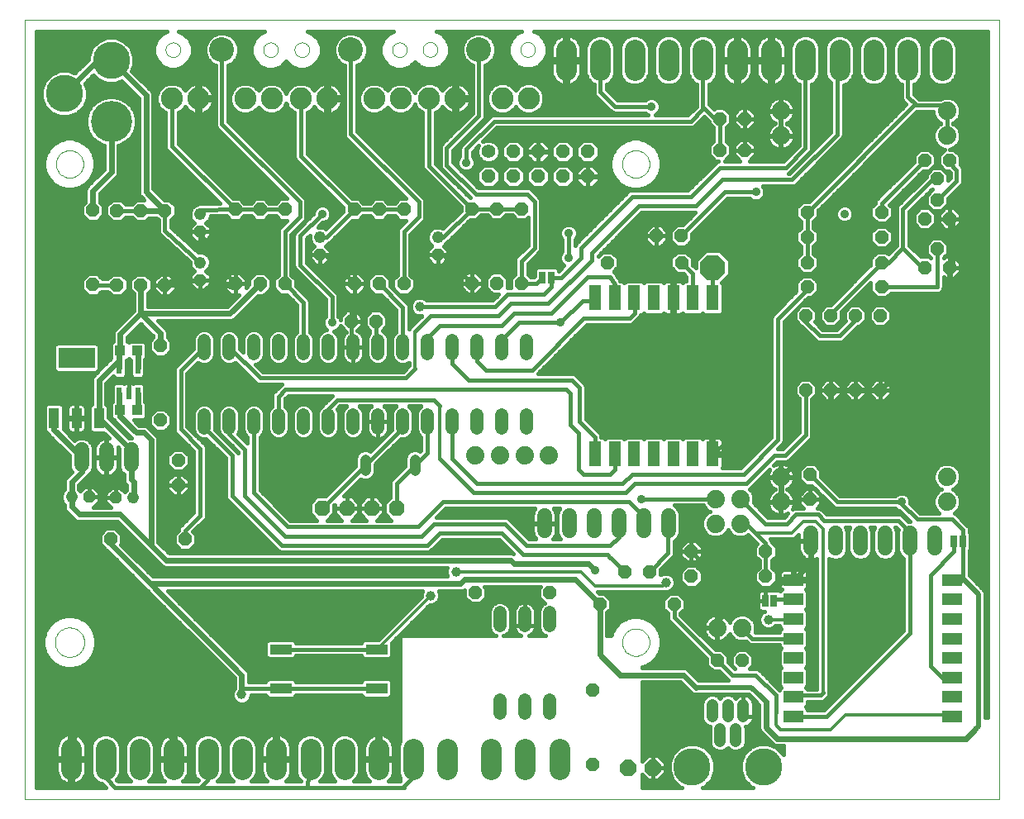
<source format=gtl>
G75*
%MOIN*%
%OFA0B0*%
%FSLAX24Y24*%
%IPPOS*%
%LPD*%
%AMOC8*
5,1,8,0,0,1.08239X$1,22.5*
%
%ADD10C,0.0000*%
%ADD11C,0.0520*%
%ADD12OC8,0.0520*%
%ADD13C,0.0440*%
%ADD14OC8,0.0630*%
%ADD15OC8,0.1000*%
%ADD16R,0.0500X0.1000*%
%ADD17C,0.1500*%
%ADD18C,0.0476*%
%ADD19C,0.1000*%
%ADD20C,0.0886*%
%ADD21OC8,0.0480*%
%ADD22C,0.0480*%
%ADD23C,0.1660*%
%ADD24C,0.1502*%
%ADD25C,0.0600*%
%ADD26C,0.0560*%
%ADD27OC8,0.0560*%
%ADD28C,0.0840*%
%ADD29R,0.0787X0.0472*%
%ADD30C,0.0740*%
%ADD31R,0.0250X0.0500*%
%ADD32OC8,0.0660*%
%ADD33R,0.0394X0.0827*%
%ADD34R,0.1457X0.0827*%
%ADD35R,0.0217X0.0472*%
%ADD36R,0.0394X0.0433*%
%ADD37R,0.0433X0.0394*%
%ADD38R,0.0860X0.0420*%
%ADD39C,0.0220*%
%ADD40C,0.0160*%
%ADD41C,0.0357*%
%ADD42C,0.0120*%
%ADD43C,0.0396*%
%ADD44C,0.0200*%
D10*
X000180Y000984D02*
X039511Y000984D01*
X039511Y032441D01*
X000180Y032441D01*
X000180Y000984D01*
X001414Y007327D02*
X001416Y007375D01*
X001422Y007423D01*
X001432Y007470D01*
X001445Y007516D01*
X001463Y007561D01*
X001483Y007605D01*
X001508Y007647D01*
X001536Y007686D01*
X001566Y007723D01*
X001600Y007757D01*
X001637Y007789D01*
X001675Y007818D01*
X001716Y007843D01*
X001759Y007865D01*
X001804Y007883D01*
X001850Y007897D01*
X001897Y007908D01*
X001945Y007915D01*
X001993Y007918D01*
X002041Y007917D01*
X002089Y007912D01*
X002137Y007903D01*
X002183Y007891D01*
X002228Y007874D01*
X002272Y007854D01*
X002314Y007831D01*
X002354Y007804D01*
X002392Y007774D01*
X002427Y007741D01*
X002459Y007705D01*
X002489Y007667D01*
X002515Y007626D01*
X002537Y007583D01*
X002557Y007539D01*
X002572Y007494D01*
X002584Y007447D01*
X002592Y007399D01*
X002596Y007351D01*
X002596Y007303D01*
X002592Y007255D01*
X002584Y007207D01*
X002572Y007160D01*
X002557Y007115D01*
X002537Y007071D01*
X002515Y007028D01*
X002489Y006987D01*
X002459Y006949D01*
X002427Y006913D01*
X002392Y006880D01*
X002354Y006850D01*
X002314Y006823D01*
X002272Y006800D01*
X002228Y006780D01*
X002183Y006763D01*
X002137Y006751D01*
X002089Y006742D01*
X002041Y006737D01*
X001993Y006736D01*
X001945Y006739D01*
X001897Y006746D01*
X001850Y006757D01*
X001804Y006771D01*
X001759Y006789D01*
X001716Y006811D01*
X001675Y006836D01*
X001637Y006865D01*
X001600Y006897D01*
X001566Y006931D01*
X001536Y006968D01*
X001508Y007007D01*
X001483Y007049D01*
X001463Y007093D01*
X001445Y007138D01*
X001432Y007184D01*
X001422Y007231D01*
X001416Y007279D01*
X001414Y007327D01*
X001454Y026618D02*
X001456Y026665D01*
X001462Y026711D01*
X001472Y026757D01*
X001485Y026802D01*
X001503Y026845D01*
X001524Y026887D01*
X001548Y026927D01*
X001576Y026964D01*
X001607Y026999D01*
X001641Y027032D01*
X001677Y027061D01*
X001716Y027087D01*
X001757Y027110D01*
X001800Y027129D01*
X001844Y027145D01*
X001889Y027157D01*
X001935Y027165D01*
X001982Y027169D01*
X002028Y027169D01*
X002075Y027165D01*
X002121Y027157D01*
X002166Y027145D01*
X002210Y027129D01*
X002253Y027110D01*
X002294Y027087D01*
X002333Y027061D01*
X002369Y027032D01*
X002403Y026999D01*
X002434Y026964D01*
X002462Y026927D01*
X002486Y026887D01*
X002507Y026845D01*
X002525Y026802D01*
X002538Y026757D01*
X002548Y026711D01*
X002554Y026665D01*
X002556Y026618D01*
X002554Y026571D01*
X002548Y026525D01*
X002538Y026479D01*
X002525Y026434D01*
X002507Y026391D01*
X002486Y026349D01*
X002462Y026309D01*
X002434Y026272D01*
X002403Y026237D01*
X002369Y026204D01*
X002333Y026175D01*
X002294Y026149D01*
X002253Y026126D01*
X002210Y026107D01*
X002166Y026091D01*
X002121Y026079D01*
X002075Y026071D01*
X002028Y026067D01*
X001982Y026067D01*
X001935Y026071D01*
X001889Y026079D01*
X001844Y026091D01*
X001800Y026107D01*
X001757Y026126D01*
X001716Y026149D01*
X001677Y026175D01*
X001641Y026204D01*
X001607Y026237D01*
X001576Y026272D01*
X001548Y026309D01*
X001524Y026349D01*
X001503Y026391D01*
X001485Y026434D01*
X001472Y026479D01*
X001462Y026525D01*
X001456Y026571D01*
X001454Y026618D01*
X005877Y031221D02*
X005879Y031255D01*
X005885Y031289D01*
X005895Y031322D01*
X005908Y031353D01*
X005926Y031383D01*
X005946Y031411D01*
X005970Y031436D01*
X005996Y031458D01*
X006024Y031476D01*
X006055Y031492D01*
X006087Y031504D01*
X006121Y031512D01*
X006155Y031516D01*
X006189Y031516D01*
X006223Y031512D01*
X006257Y031504D01*
X006289Y031492D01*
X006319Y031476D01*
X006348Y031458D01*
X006374Y031436D01*
X006398Y031411D01*
X006418Y031383D01*
X006436Y031353D01*
X006449Y031322D01*
X006459Y031289D01*
X006465Y031255D01*
X006467Y031221D01*
X006465Y031187D01*
X006459Y031153D01*
X006449Y031120D01*
X006436Y031089D01*
X006418Y031059D01*
X006398Y031031D01*
X006374Y031006D01*
X006348Y030984D01*
X006320Y030966D01*
X006289Y030950D01*
X006257Y030938D01*
X006223Y030930D01*
X006189Y030926D01*
X006155Y030926D01*
X006121Y030930D01*
X006087Y030938D01*
X006055Y030950D01*
X006024Y030966D01*
X005996Y030984D01*
X005970Y031006D01*
X005946Y031031D01*
X005926Y031059D01*
X005908Y031089D01*
X005895Y031120D01*
X005885Y031153D01*
X005879Y031187D01*
X005877Y031221D01*
X009814Y031221D02*
X009816Y031255D01*
X009822Y031289D01*
X009832Y031322D01*
X009845Y031353D01*
X009863Y031383D01*
X009883Y031411D01*
X009907Y031436D01*
X009933Y031458D01*
X009961Y031476D01*
X009992Y031492D01*
X010024Y031504D01*
X010058Y031512D01*
X010092Y031516D01*
X010126Y031516D01*
X010160Y031512D01*
X010194Y031504D01*
X010226Y031492D01*
X010256Y031476D01*
X010285Y031458D01*
X010311Y031436D01*
X010335Y031411D01*
X010355Y031383D01*
X010373Y031353D01*
X010386Y031322D01*
X010396Y031289D01*
X010402Y031255D01*
X010404Y031221D01*
X010402Y031187D01*
X010396Y031153D01*
X010386Y031120D01*
X010373Y031089D01*
X010355Y031059D01*
X010335Y031031D01*
X010311Y031006D01*
X010285Y030984D01*
X010257Y030966D01*
X010226Y030950D01*
X010194Y030938D01*
X010160Y030930D01*
X010126Y030926D01*
X010092Y030926D01*
X010058Y030930D01*
X010024Y030938D01*
X009992Y030950D01*
X009961Y030966D01*
X009933Y030984D01*
X009907Y031006D01*
X009883Y031031D01*
X009863Y031059D01*
X009845Y031089D01*
X009832Y031120D01*
X009822Y031153D01*
X009816Y031187D01*
X009814Y031221D01*
X011077Y031221D02*
X011079Y031255D01*
X011085Y031289D01*
X011095Y031322D01*
X011108Y031353D01*
X011126Y031383D01*
X011146Y031411D01*
X011170Y031436D01*
X011196Y031458D01*
X011224Y031476D01*
X011255Y031492D01*
X011287Y031504D01*
X011321Y031512D01*
X011355Y031516D01*
X011389Y031516D01*
X011423Y031512D01*
X011457Y031504D01*
X011489Y031492D01*
X011519Y031476D01*
X011548Y031458D01*
X011574Y031436D01*
X011598Y031411D01*
X011618Y031383D01*
X011636Y031353D01*
X011649Y031322D01*
X011659Y031289D01*
X011665Y031255D01*
X011667Y031221D01*
X011665Y031187D01*
X011659Y031153D01*
X011649Y031120D01*
X011636Y031089D01*
X011618Y031059D01*
X011598Y031031D01*
X011574Y031006D01*
X011548Y030984D01*
X011520Y030966D01*
X011489Y030950D01*
X011457Y030938D01*
X011423Y030930D01*
X011389Y030926D01*
X011355Y030926D01*
X011321Y030930D01*
X011287Y030938D01*
X011255Y030950D01*
X011224Y030966D01*
X011196Y030984D01*
X011170Y031006D01*
X011146Y031031D01*
X011126Y031059D01*
X011108Y031089D01*
X011095Y031120D01*
X011085Y031153D01*
X011079Y031187D01*
X011077Y031221D01*
X015014Y031221D02*
X015016Y031255D01*
X015022Y031289D01*
X015032Y031322D01*
X015045Y031353D01*
X015063Y031383D01*
X015083Y031411D01*
X015107Y031436D01*
X015133Y031458D01*
X015161Y031476D01*
X015192Y031492D01*
X015224Y031504D01*
X015258Y031512D01*
X015292Y031516D01*
X015326Y031516D01*
X015360Y031512D01*
X015394Y031504D01*
X015426Y031492D01*
X015456Y031476D01*
X015485Y031458D01*
X015511Y031436D01*
X015535Y031411D01*
X015555Y031383D01*
X015573Y031353D01*
X015586Y031322D01*
X015596Y031289D01*
X015602Y031255D01*
X015604Y031221D01*
X015602Y031187D01*
X015596Y031153D01*
X015586Y031120D01*
X015573Y031089D01*
X015555Y031059D01*
X015535Y031031D01*
X015511Y031006D01*
X015485Y030984D01*
X015457Y030966D01*
X015426Y030950D01*
X015394Y030938D01*
X015360Y030930D01*
X015326Y030926D01*
X015292Y030926D01*
X015258Y030930D01*
X015224Y030938D01*
X015192Y030950D01*
X015161Y030966D01*
X015133Y030984D01*
X015107Y031006D01*
X015083Y031031D01*
X015063Y031059D01*
X015045Y031089D01*
X015032Y031120D01*
X015022Y031153D01*
X015016Y031187D01*
X015014Y031221D01*
X016248Y031231D02*
X016250Y031265D01*
X016256Y031299D01*
X016266Y031332D01*
X016279Y031363D01*
X016297Y031393D01*
X016317Y031421D01*
X016341Y031446D01*
X016367Y031468D01*
X016395Y031486D01*
X016426Y031502D01*
X016458Y031514D01*
X016492Y031522D01*
X016526Y031526D01*
X016560Y031526D01*
X016594Y031522D01*
X016628Y031514D01*
X016660Y031502D01*
X016690Y031486D01*
X016719Y031468D01*
X016745Y031446D01*
X016769Y031421D01*
X016789Y031393D01*
X016807Y031363D01*
X016820Y031332D01*
X016830Y031299D01*
X016836Y031265D01*
X016838Y031231D01*
X016836Y031197D01*
X016830Y031163D01*
X016820Y031130D01*
X016807Y031099D01*
X016789Y031069D01*
X016769Y031041D01*
X016745Y031016D01*
X016719Y030994D01*
X016691Y030976D01*
X016660Y030960D01*
X016628Y030948D01*
X016594Y030940D01*
X016560Y030936D01*
X016526Y030936D01*
X016492Y030940D01*
X016458Y030948D01*
X016426Y030960D01*
X016395Y030976D01*
X016367Y030994D01*
X016341Y031016D01*
X016317Y031041D01*
X016297Y031069D01*
X016279Y031099D01*
X016266Y031130D01*
X016256Y031163D01*
X016250Y031197D01*
X016248Y031231D01*
X020185Y031231D02*
X020187Y031265D01*
X020193Y031299D01*
X020203Y031332D01*
X020216Y031363D01*
X020234Y031393D01*
X020254Y031421D01*
X020278Y031446D01*
X020304Y031468D01*
X020332Y031486D01*
X020363Y031502D01*
X020395Y031514D01*
X020429Y031522D01*
X020463Y031526D01*
X020497Y031526D01*
X020531Y031522D01*
X020565Y031514D01*
X020597Y031502D01*
X020627Y031486D01*
X020656Y031468D01*
X020682Y031446D01*
X020706Y031421D01*
X020726Y031393D01*
X020744Y031363D01*
X020757Y031332D01*
X020767Y031299D01*
X020773Y031265D01*
X020775Y031231D01*
X020773Y031197D01*
X020767Y031163D01*
X020757Y031130D01*
X020744Y031099D01*
X020726Y031069D01*
X020706Y031041D01*
X020682Y031016D01*
X020656Y030994D01*
X020628Y030976D01*
X020597Y030960D01*
X020565Y030948D01*
X020531Y030940D01*
X020497Y030936D01*
X020463Y030936D01*
X020429Y030940D01*
X020395Y030948D01*
X020363Y030960D01*
X020332Y030976D01*
X020304Y030994D01*
X020278Y031016D01*
X020254Y031041D01*
X020234Y031069D01*
X020216Y031099D01*
X020203Y031130D01*
X020193Y031163D01*
X020187Y031197D01*
X020185Y031231D01*
X024288Y026618D02*
X024290Y026665D01*
X024296Y026711D01*
X024306Y026757D01*
X024319Y026802D01*
X024337Y026845D01*
X024358Y026887D01*
X024382Y026927D01*
X024410Y026964D01*
X024441Y026999D01*
X024475Y027032D01*
X024511Y027061D01*
X024550Y027087D01*
X024591Y027110D01*
X024634Y027129D01*
X024678Y027145D01*
X024723Y027157D01*
X024769Y027165D01*
X024816Y027169D01*
X024862Y027169D01*
X024909Y027165D01*
X024955Y027157D01*
X025000Y027145D01*
X025044Y027129D01*
X025087Y027110D01*
X025128Y027087D01*
X025167Y027061D01*
X025203Y027032D01*
X025237Y026999D01*
X025268Y026964D01*
X025296Y026927D01*
X025320Y026887D01*
X025341Y026845D01*
X025359Y026802D01*
X025372Y026757D01*
X025382Y026711D01*
X025388Y026665D01*
X025390Y026618D01*
X025388Y026571D01*
X025382Y026525D01*
X025372Y026479D01*
X025359Y026434D01*
X025341Y026391D01*
X025320Y026349D01*
X025296Y026309D01*
X025268Y026272D01*
X025237Y026237D01*
X025203Y026204D01*
X025167Y026175D01*
X025128Y026149D01*
X025087Y026126D01*
X025044Y026107D01*
X025000Y026091D01*
X024955Y026079D01*
X024909Y026071D01*
X024862Y026067D01*
X024816Y026067D01*
X024769Y026071D01*
X024723Y026079D01*
X024678Y026091D01*
X024634Y026107D01*
X024591Y026126D01*
X024550Y026149D01*
X024511Y026175D01*
X024475Y026204D01*
X024441Y026237D01*
X024410Y026272D01*
X024382Y026309D01*
X024358Y026349D01*
X024337Y026391D01*
X024319Y026434D01*
X024306Y026479D01*
X024296Y026525D01*
X024290Y026571D01*
X024288Y026618D01*
X024288Y007327D02*
X024290Y007374D01*
X024296Y007420D01*
X024306Y007466D01*
X024319Y007511D01*
X024337Y007554D01*
X024358Y007596D01*
X024382Y007636D01*
X024410Y007673D01*
X024441Y007708D01*
X024475Y007741D01*
X024511Y007770D01*
X024550Y007796D01*
X024591Y007819D01*
X024634Y007838D01*
X024678Y007854D01*
X024723Y007866D01*
X024769Y007874D01*
X024816Y007878D01*
X024862Y007878D01*
X024909Y007874D01*
X024955Y007866D01*
X025000Y007854D01*
X025044Y007838D01*
X025087Y007819D01*
X025128Y007796D01*
X025167Y007770D01*
X025203Y007741D01*
X025237Y007708D01*
X025268Y007673D01*
X025296Y007636D01*
X025320Y007596D01*
X025341Y007554D01*
X025359Y007511D01*
X025372Y007466D01*
X025382Y007420D01*
X025388Y007374D01*
X025390Y007327D01*
X025388Y007280D01*
X025382Y007234D01*
X025372Y007188D01*
X025359Y007143D01*
X025341Y007100D01*
X025320Y007058D01*
X025296Y007018D01*
X025268Y006981D01*
X025237Y006946D01*
X025203Y006913D01*
X025167Y006884D01*
X025128Y006858D01*
X025087Y006835D01*
X025044Y006816D01*
X025000Y006800D01*
X024955Y006788D01*
X024909Y006780D01*
X024862Y006776D01*
X024816Y006776D01*
X024769Y006780D01*
X024723Y006788D01*
X024678Y006800D01*
X024634Y006816D01*
X024591Y006835D01*
X024550Y006858D01*
X024511Y006884D01*
X024475Y006913D01*
X024441Y006946D01*
X024410Y006981D01*
X024382Y007018D01*
X024358Y007058D01*
X024337Y007100D01*
X024319Y007143D01*
X024306Y007188D01*
X024296Y007234D01*
X024290Y007280D01*
X024288Y007327D01*
D11*
X021357Y007996D02*
X021357Y008516D01*
X020357Y008516D02*
X020357Y007996D01*
X019357Y007996D02*
X019357Y008516D01*
X019357Y004996D02*
X019357Y004476D01*
X020357Y004476D02*
X020357Y004996D01*
X021357Y004996D02*
X021357Y004476D01*
X020430Y015974D02*
X020430Y016494D01*
X019430Y016494D02*
X019430Y015974D01*
X018430Y015974D02*
X018430Y016494D01*
X017430Y016494D02*
X017430Y015974D01*
X016430Y015974D02*
X016430Y016494D01*
X015430Y016494D02*
X015430Y015974D01*
X014430Y015974D02*
X014430Y016494D01*
X013430Y016494D02*
X013430Y015974D01*
X012430Y015974D02*
X012430Y016494D01*
X011430Y016494D02*
X011430Y015974D01*
X010430Y015974D02*
X010430Y016494D01*
X009430Y016494D02*
X009430Y015974D01*
X008430Y015974D02*
X008430Y016494D01*
X007430Y016494D02*
X007430Y015974D01*
X007430Y018974D02*
X007430Y019494D01*
X008430Y019494D02*
X008430Y018974D01*
X009430Y018974D02*
X009430Y019494D01*
X010430Y019494D02*
X010430Y018974D01*
X011430Y018974D02*
X011430Y019494D01*
X012430Y019494D02*
X012430Y018974D01*
X013430Y018974D02*
X013430Y019494D01*
X014430Y019494D02*
X014430Y018974D01*
X015430Y018974D02*
X015430Y019494D01*
X016430Y019494D02*
X016430Y018974D01*
X017430Y018974D02*
X017430Y019494D01*
X018430Y019494D02*
X018430Y018974D01*
X019430Y018974D02*
X019430Y019494D01*
X020430Y019494D02*
X020430Y018974D01*
D12*
X020225Y021809D03*
X019225Y021809D03*
X018225Y021809D03*
X015480Y021784D03*
X014480Y021784D03*
X013480Y021784D03*
X013361Y020276D03*
X014361Y020276D03*
X010680Y021784D03*
X009680Y021784D03*
X008680Y021784D03*
X005845Y021733D03*
X004877Y021733D03*
X003908Y021733D03*
X002936Y021750D03*
X005667Y019284D03*
X005667Y016284D03*
X006381Y014669D03*
X006381Y013669D03*
X006660Y011484D03*
X003660Y011484D03*
X018365Y009324D03*
X021365Y009324D03*
X023385Y008858D03*
X024396Y010180D03*
X025396Y010180D03*
X026385Y008858D03*
X027075Y009982D03*
X027075Y010991D03*
X030075Y010991D03*
X030075Y009982D03*
X031873Y013083D03*
X031873Y014083D03*
X031690Y017498D03*
X032690Y017498D03*
X033690Y017498D03*
X034690Y017498D03*
X034690Y020498D03*
X033690Y020498D03*
X032690Y020498D03*
X031690Y020498D03*
X031753Y021667D03*
X031751Y022638D03*
X031753Y023667D03*
X031753Y024667D03*
X034753Y024667D03*
X034753Y023667D03*
X034751Y022638D03*
X034753Y021667D03*
X036491Y022441D03*
X036991Y023191D03*
X037491Y022441D03*
X037491Y024409D03*
X036991Y025159D03*
X036491Y024409D03*
X036991Y026022D03*
X036491Y026772D03*
X037491Y026772D03*
X029223Y027165D03*
X028223Y027165D03*
X028223Y028445D03*
X029223Y028445D03*
X026664Y023720D03*
X025664Y023720D03*
X026680Y022638D03*
X023680Y022638D03*
X020225Y024809D03*
X019225Y024809D03*
X018225Y024809D03*
X015480Y024784D03*
X014480Y024784D03*
X013480Y024784D03*
X010680Y024784D03*
X009680Y024784D03*
X008680Y024784D03*
X005845Y024733D03*
X004877Y024733D03*
X003908Y024733D03*
X002936Y024750D03*
X023107Y005395D03*
X023107Y002395D03*
X028125Y006594D03*
X029125Y006594D03*
D13*
X015934Y014256D02*
X015934Y014696D01*
X013934Y014696D02*
X013934Y014256D01*
D14*
X014180Y012734D03*
X013180Y012734D03*
X012180Y012734D03*
X015180Y012734D03*
D15*
X027936Y022441D03*
D16*
X027922Y021218D03*
X027135Y021218D03*
X026347Y021218D03*
X025560Y021218D03*
X024773Y021218D03*
X023985Y021218D03*
X023198Y021218D03*
X023198Y014918D03*
X023985Y014918D03*
X024773Y014918D03*
X025560Y014918D03*
X026347Y014918D03*
X027135Y014918D03*
X027922Y014918D03*
D17*
X027110Y002299D03*
X029984Y002299D03*
D18*
X028862Y003339D02*
X028862Y003815D01*
X028547Y004327D02*
X028547Y004802D01*
X027917Y004802D02*
X027917Y004327D01*
X028232Y003815D02*
X028232Y003339D01*
X029177Y004327D02*
X029177Y004802D01*
D19*
X018512Y031231D03*
X013341Y031221D03*
X008141Y031221D03*
D20*
X009086Y029253D03*
X010149Y029253D03*
X011333Y029253D03*
X012396Y029253D03*
X014286Y029253D03*
X015349Y029253D03*
X016504Y029262D03*
X017567Y029262D03*
X019457Y029262D03*
X020520Y029262D03*
X007196Y029253D03*
X006133Y029253D03*
D21*
X007267Y023885D03*
X007267Y021943D03*
X012100Y022959D03*
X016850Y022959D03*
X003864Y013160D03*
X002781Y013182D03*
D22*
X002081Y013182D03*
X004564Y013160D03*
X007267Y022643D03*
X007267Y024585D03*
X012100Y023659D03*
X016850Y023659D03*
D23*
X003680Y028330D03*
D24*
X001790Y029452D03*
X003680Y030791D03*
D25*
X003480Y015084D02*
X003480Y014484D01*
X002480Y014484D02*
X002480Y015084D01*
X004480Y015084D02*
X004480Y014484D01*
X021149Y012427D02*
X021149Y011827D01*
X022149Y011827D02*
X022149Y012427D01*
X023149Y012427D02*
X023149Y011827D01*
X024149Y011827D02*
X024149Y012427D01*
X025149Y012427D02*
X025149Y011827D01*
X026149Y011827D02*
X026149Y012427D01*
X031893Y011717D02*
X031893Y011117D01*
X032893Y011117D02*
X032893Y011717D01*
X033893Y011717D02*
X033893Y011117D01*
X034893Y011117D02*
X034893Y011717D01*
X035893Y011717D02*
X035893Y011117D01*
X036893Y011117D02*
X036893Y011717D01*
D26*
X018902Y027118D03*
D27*
X018902Y026118D03*
X019902Y026118D03*
X020902Y026118D03*
X020902Y027118D03*
X019902Y027118D03*
X021902Y027118D03*
X022902Y027118D03*
X022902Y026118D03*
X021902Y026118D03*
D28*
X022030Y030387D02*
X022030Y031227D01*
X023408Y031227D02*
X023408Y030387D01*
X024786Y030387D02*
X024786Y031227D01*
X026164Y031227D02*
X026164Y030387D01*
X027542Y030387D02*
X027542Y031227D01*
X028920Y031227D02*
X028920Y030387D01*
X030298Y030387D02*
X030298Y031227D01*
X031676Y031227D02*
X031676Y030387D01*
X033054Y030387D02*
X033054Y031227D01*
X034432Y031227D02*
X034432Y030387D01*
X035810Y030387D02*
X035810Y031227D01*
X037188Y031227D02*
X037188Y030387D01*
X021755Y003030D02*
X021755Y002190D01*
X020377Y002190D02*
X020377Y003030D01*
X018999Y003030D02*
X018999Y002190D01*
X017227Y002190D02*
X017227Y003030D01*
X015849Y003030D02*
X015849Y002190D01*
X014471Y002190D02*
X014471Y003030D01*
X013093Y003030D02*
X013093Y002190D01*
X011715Y002190D02*
X011715Y003030D01*
X010337Y003030D02*
X010337Y002190D01*
X008960Y002198D02*
X008960Y003038D01*
X007582Y003038D02*
X007582Y002198D01*
X006204Y002198D02*
X006204Y003038D01*
X004826Y003038D02*
X004826Y002198D01*
X003448Y002198D02*
X003448Y003038D01*
X002070Y003038D02*
X002070Y002198D01*
D29*
X031204Y004331D03*
X031204Y005118D03*
X031204Y005906D03*
X031204Y006693D03*
X031204Y007480D03*
X031204Y008268D03*
X031204Y009055D03*
X031204Y009843D03*
X037582Y009843D03*
X037582Y009055D03*
X037582Y008268D03*
X037582Y007480D03*
X037582Y006693D03*
X037582Y005906D03*
X037582Y005118D03*
X037582Y004331D03*
D30*
X029119Y007905D03*
X028119Y007905D03*
X028055Y012109D03*
X029055Y012109D03*
X029055Y013109D03*
X028055Y013109D03*
X030692Y012992D03*
X030692Y013992D03*
X037385Y013992D03*
X037385Y012992D03*
X021341Y014862D03*
X020357Y014862D03*
X019357Y014862D03*
X018357Y014862D03*
X030692Y027756D03*
X030692Y028756D03*
X037385Y028756D03*
X037385Y027756D03*
D31*
X021420Y022047D03*
X021066Y022047D03*
X030057Y009007D03*
X030411Y009007D03*
X037674Y011407D03*
X038029Y011407D03*
D32*
X025532Y002269D03*
X024532Y002269D03*
D33*
X003186Y016364D03*
X002280Y016364D03*
X001374Y016364D03*
D34*
X002280Y018805D03*
D35*
X004006Y018396D03*
X004754Y018396D03*
X004754Y017372D03*
X004380Y017372D03*
X004006Y017372D03*
D36*
X004045Y016684D03*
X004715Y016684D03*
D37*
X004715Y019084D03*
X004045Y019084D03*
D38*
X010521Y007042D03*
X010521Y005467D03*
X014380Y005467D03*
X014380Y007042D03*
D39*
X017766Y009695D02*
X017930Y009859D01*
X022384Y009859D01*
X023385Y008858D01*
X023385Y006815D01*
X024196Y006004D01*
X026755Y006004D01*
X027247Y005512D01*
X029904Y005118D02*
X030101Y004921D01*
X030101Y003888D01*
X030544Y003445D01*
X038172Y003445D01*
X038541Y003814D01*
X031893Y010531D02*
X031204Y009843D01*
X031893Y010531D02*
X031893Y011417D01*
X030692Y012992D02*
X030692Y013992D01*
X032690Y015990D01*
X032690Y017498D01*
X033690Y017498D01*
X034690Y017498D01*
X037491Y020299D01*
X037491Y022441D01*
X037582Y022531D02*
X037582Y024213D01*
X023180Y010234D02*
X022930Y010484D01*
X019930Y010484D01*
X019784Y010630D01*
X005894Y010630D01*
X005280Y011244D01*
X004040Y012484D01*
X002380Y012484D01*
X002080Y012784D01*
X002080Y013083D01*
X002081Y013182D01*
X002081Y013783D01*
X002080Y013784D01*
X002480Y014184D01*
X002480Y014784D01*
X001374Y015890D01*
X001374Y016364D01*
X003186Y016364D02*
X003186Y017890D01*
X004006Y018710D01*
X004006Y019045D01*
X004045Y019084D01*
X004045Y019750D01*
X004877Y020581D01*
X008477Y020581D01*
X009680Y021784D01*
X009680Y021584D01*
X005667Y019791D02*
X005667Y019284D01*
X005667Y019791D02*
X004877Y020581D01*
X004877Y021733D01*
X004715Y019084D02*
X004754Y019045D01*
X004754Y018396D01*
X004006Y018396D02*
X004006Y018710D01*
X004006Y017372D02*
X004006Y016724D01*
X004045Y016684D01*
X004045Y016419D01*
X004680Y015784D01*
X004980Y015784D01*
X005280Y015484D01*
X005280Y011244D01*
X005249Y009695D02*
X017766Y009695D01*
X008940Y006004D02*
X008940Y005467D01*
X008940Y005217D01*
X008940Y006004D02*
X005249Y009695D01*
X003660Y011284D01*
X003660Y011484D01*
X004580Y013076D02*
X004564Y013160D01*
X004580Y013076D02*
X004580Y013784D01*
X004480Y013884D01*
X004480Y014784D01*
X004480Y015069D01*
X003186Y016364D01*
X004715Y016684D02*
X004754Y016724D01*
X004754Y017372D01*
X004877Y024733D02*
X005845Y024733D01*
X005080Y025498D01*
X005080Y029391D01*
X003680Y030791D01*
X003129Y030791D01*
X001790Y029452D01*
X003680Y028330D02*
X003680Y026284D01*
X002936Y025540D01*
X002936Y024750D01*
D40*
X003250Y024442D02*
X003576Y024442D01*
X003468Y024550D02*
X003726Y024293D01*
X004091Y024293D01*
X004271Y024473D01*
X004515Y024473D01*
X004695Y024293D01*
X005059Y024293D01*
X005209Y024443D01*
X005513Y024443D01*
X005585Y024370D01*
X005585Y023985D01*
X005583Y023979D01*
X005585Y023933D01*
X005585Y023887D01*
X005588Y023882D01*
X005588Y023875D01*
X005607Y023834D01*
X005625Y023792D01*
X005629Y023787D01*
X005632Y023782D01*
X005666Y023751D01*
X005698Y023719D01*
X005704Y023716D01*
X006847Y022674D01*
X006847Y022559D01*
X006911Y022405D01*
X007023Y022293D01*
X006847Y022117D01*
X006847Y021943D01*
X007267Y021943D01*
X007687Y021943D01*
X007687Y022117D01*
X007511Y022293D01*
X007623Y022405D01*
X007687Y022559D01*
X007687Y022726D01*
X007623Y022881D01*
X007505Y022999D01*
X007350Y023063D01*
X007192Y023063D01*
X006105Y024054D01*
X006105Y024370D01*
X006285Y024550D01*
X006285Y024915D01*
X006028Y025173D01*
X005815Y025173D01*
X005370Y025618D01*
X005370Y029448D01*
X005326Y029555D01*
X004513Y030368D01*
X004611Y030605D01*
X004611Y030976D01*
X004469Y031318D01*
X004207Y031580D01*
X003865Y031722D01*
X003495Y031722D01*
X003153Y031580D01*
X002891Y031318D01*
X002749Y030976D01*
X002749Y030821D01*
X002213Y030285D01*
X001975Y030383D01*
X001605Y030383D01*
X001263Y030241D01*
X001001Y029979D01*
X000859Y029637D01*
X000859Y029267D01*
X001001Y028924D01*
X001263Y028663D01*
X001605Y028521D01*
X001975Y028521D01*
X002318Y028663D01*
X002580Y028924D01*
X002721Y029267D01*
X002721Y029637D01*
X002623Y029875D01*
X002951Y030203D01*
X003153Y030001D01*
X003495Y029859D01*
X003865Y029859D01*
X004103Y029958D01*
X004790Y029270D01*
X004790Y025440D01*
X004834Y025334D01*
X004916Y025252D01*
X004995Y025173D01*
X004695Y025173D01*
X004515Y024993D01*
X004271Y024993D01*
X004091Y025173D01*
X003726Y025173D01*
X003468Y024915D01*
X003468Y024550D01*
X003468Y024601D02*
X003376Y024601D01*
X003376Y024568D02*
X003118Y024310D01*
X002754Y024310D01*
X002496Y024568D01*
X002496Y024933D01*
X002646Y025083D01*
X002646Y025598D01*
X002690Y025704D01*
X002772Y025786D01*
X003390Y026404D01*
X003390Y027362D01*
X003290Y027389D01*
X003060Y027522D01*
X002872Y027710D01*
X002739Y027940D01*
X002670Y028197D01*
X002670Y028463D01*
X002739Y028720D01*
X002872Y028950D01*
X003060Y029138D01*
X003290Y029271D01*
X003547Y029340D01*
X003813Y029340D01*
X004070Y029271D01*
X004300Y029138D01*
X004488Y028950D01*
X004621Y028720D01*
X004690Y028463D01*
X004690Y028197D01*
X004621Y027940D01*
X004488Y027710D01*
X004300Y027522D01*
X004070Y027389D01*
X003970Y027362D01*
X003970Y026227D01*
X003926Y026120D01*
X003226Y025420D01*
X003226Y025083D01*
X003376Y024933D01*
X003376Y024568D01*
X003376Y024759D02*
X003468Y024759D01*
X003471Y024918D02*
X003376Y024918D01*
X003232Y025076D02*
X003630Y025076D01*
X003226Y025235D02*
X004933Y025235D01*
X004809Y025393D02*
X003226Y025393D01*
X003358Y025552D02*
X004790Y025552D01*
X004790Y025710D02*
X003516Y025710D01*
X003675Y025869D02*
X004790Y025869D01*
X004790Y026027D02*
X003833Y026027D01*
X003953Y026186D02*
X004790Y026186D01*
X004790Y026344D02*
X003970Y026344D01*
X003970Y026503D02*
X004790Y026503D01*
X004790Y026661D02*
X003970Y026661D01*
X003970Y026820D02*
X004790Y026820D01*
X004790Y026978D02*
X003970Y026978D01*
X003970Y027137D02*
X004790Y027137D01*
X004790Y027295D02*
X003970Y027295D01*
X004182Y027454D02*
X004790Y027454D01*
X004790Y027612D02*
X004391Y027612D01*
X004523Y027771D02*
X004790Y027771D01*
X004790Y027929D02*
X004615Y027929D01*
X004661Y028088D02*
X004790Y028088D01*
X004790Y028246D02*
X004690Y028246D01*
X004690Y028405D02*
X004790Y028405D01*
X004790Y028563D02*
X004663Y028563D01*
X004620Y028722D02*
X004790Y028722D01*
X004790Y028880D02*
X004528Y028880D01*
X004399Y029039D02*
X004790Y029039D01*
X004790Y029197D02*
X004198Y029197D01*
X004546Y029514D02*
X002721Y029514D01*
X002721Y029356D02*
X004705Y029356D01*
X004388Y029673D02*
X002707Y029673D01*
X002641Y029831D02*
X004229Y029831D01*
X004574Y030307D02*
X007881Y030307D01*
X007881Y030465D02*
X006373Y030465D01*
X006326Y030446D02*
X006611Y030564D01*
X006829Y030782D01*
X006947Y031067D01*
X006947Y031375D01*
X006829Y031660D01*
X006611Y031879D01*
X006412Y031961D01*
X009869Y031961D01*
X009670Y031879D01*
X009452Y031660D01*
X009334Y031375D01*
X009334Y031067D01*
X009452Y030782D01*
X009670Y030564D01*
X009955Y030446D01*
X010263Y030446D01*
X010548Y030564D01*
X010741Y030756D01*
X010933Y030564D01*
X011218Y030446D01*
X011526Y030446D01*
X011811Y030564D01*
X012029Y030782D01*
X012147Y031067D01*
X012147Y031375D01*
X012029Y031660D01*
X011811Y031879D01*
X011612Y031961D01*
X015069Y031961D01*
X014870Y031879D01*
X014652Y031660D01*
X014534Y031375D01*
X014534Y031067D01*
X014652Y030782D01*
X014870Y030564D01*
X015155Y030446D01*
X015463Y030446D01*
X015748Y030564D01*
X015931Y030747D01*
X016104Y030573D01*
X016389Y030455D01*
X016698Y030455D01*
X016983Y030573D01*
X017201Y030792D01*
X017319Y031076D01*
X017319Y031385D01*
X017201Y031670D01*
X016983Y031888D01*
X016806Y031961D01*
X020217Y031961D01*
X020041Y031888D01*
X019823Y031670D01*
X019705Y031385D01*
X019705Y031076D01*
X019823Y030792D01*
X020041Y030573D01*
X020326Y030455D01*
X020635Y030455D01*
X020920Y030573D01*
X021138Y030792D01*
X021256Y031076D01*
X021256Y031385D01*
X021138Y031670D01*
X020920Y031888D01*
X020743Y031961D01*
X039031Y031961D01*
X039031Y004284D01*
X038944Y004284D01*
X038944Y009308D01*
X038902Y009411D01*
X038823Y009489D01*
X038823Y009489D01*
X038289Y010023D01*
X038289Y011038D01*
X038334Y011083D01*
X038334Y011732D01*
X038289Y011777D01*
X038289Y011908D01*
X038249Y012003D01*
X038176Y012076D01*
X037748Y012505D01*
X037696Y012526D01*
X037851Y012681D01*
X037935Y012883D01*
X037935Y013102D01*
X037851Y013304D01*
X037696Y013458D01*
X037615Y013492D01*
X037696Y013526D01*
X037851Y013681D01*
X037935Y013883D01*
X037935Y014102D01*
X037851Y014304D01*
X037696Y014458D01*
X037494Y014542D01*
X037275Y014542D01*
X037073Y014458D01*
X036918Y014304D01*
X036835Y014102D01*
X036835Y013883D01*
X036918Y013681D01*
X037073Y013526D01*
X037155Y013492D01*
X037073Y013458D01*
X036918Y013304D01*
X036835Y013102D01*
X036835Y012883D01*
X036918Y012681D01*
X037055Y012544D01*
X036288Y012544D01*
X035913Y012919D01*
X035913Y013056D01*
X035859Y013187D01*
X035758Y013288D01*
X035626Y013343D01*
X035484Y013343D01*
X035352Y013288D01*
X035308Y013244D01*
X033079Y013244D01*
X032313Y014010D01*
X032313Y014265D01*
X032055Y014523D01*
X031691Y014523D01*
X031433Y014265D01*
X031433Y013900D01*
X031691Y013643D01*
X031945Y013643D01*
X032751Y012837D01*
X032824Y012764D01*
X032920Y012724D01*
X035308Y012724D01*
X035352Y012680D01*
X035462Y012635D01*
X035899Y012197D01*
X035835Y012197D01*
X035577Y012455D01*
X035482Y012494D01*
X032538Y012494D01*
X032327Y012705D01*
X032232Y012744D01*
X032157Y012744D01*
X032313Y012900D01*
X032313Y013083D01*
X032313Y013265D01*
X032055Y013523D01*
X031873Y013523D01*
X031873Y013083D01*
X031873Y013083D01*
X031873Y013523D01*
X031691Y013523D01*
X031433Y013265D01*
X031433Y013083D01*
X031873Y013083D01*
X032313Y013083D01*
X031873Y013083D01*
X031873Y013083D01*
X031873Y013083D01*
X031433Y013083D01*
X031433Y012900D01*
X031589Y012744D01*
X031253Y012744D01*
X031164Y012707D01*
X031202Y012781D01*
X031228Y012863D01*
X031242Y012949D01*
X031242Y012972D01*
X030712Y012972D01*
X030712Y013012D01*
X031242Y013012D01*
X031242Y013035D01*
X031228Y013121D01*
X031202Y013203D01*
X031162Y013280D01*
X031111Y013350D01*
X031050Y013412D01*
X030980Y013463D01*
X030922Y013492D01*
X030980Y013522D01*
X031050Y013573D01*
X031111Y013634D01*
X031162Y013704D01*
X031202Y013781D01*
X031228Y013863D01*
X031242Y013949D01*
X031242Y013972D01*
X030712Y013972D01*
X030712Y014012D01*
X031242Y014012D01*
X031242Y014035D01*
X031228Y014121D01*
X031202Y014203D01*
X031162Y014280D01*
X031111Y014350D01*
X031050Y014412D01*
X030980Y014463D01*
X030903Y014502D01*
X030821Y014529D01*
X030735Y014542D01*
X030712Y014542D01*
X030712Y014012D01*
X030672Y014012D01*
X030672Y014542D01*
X030649Y014542D01*
X030563Y014529D01*
X030481Y014502D01*
X030404Y014463D01*
X030394Y014456D01*
X030538Y014599D01*
X030910Y014599D01*
X031005Y014639D01*
X031079Y014712D01*
X031900Y015534D01*
X031940Y015629D01*
X031940Y017126D01*
X032130Y017316D01*
X032130Y017680D01*
X031872Y017938D01*
X031508Y017938D01*
X031250Y017680D01*
X031250Y017316D01*
X031420Y017146D01*
X031420Y015789D01*
X030750Y015119D01*
X030558Y015119D01*
X030775Y015337D01*
X030815Y015433D01*
X030815Y020252D01*
X031791Y021227D01*
X031935Y021227D01*
X032193Y021485D01*
X032193Y021850D01*
X031935Y022107D01*
X031571Y022107D01*
X031313Y021850D01*
X031313Y021485D01*
X030335Y020507D01*
X030295Y020411D01*
X030295Y015592D01*
X029072Y014369D01*
X028345Y014369D01*
X028352Y014395D01*
X028352Y014873D01*
X027967Y014873D01*
X027967Y014963D01*
X028352Y014963D01*
X028352Y015442D01*
X028340Y015488D01*
X028316Y015529D01*
X028283Y015562D01*
X028242Y015586D01*
X028196Y015598D01*
X027967Y015598D01*
X027967Y014963D01*
X027877Y014963D01*
X027877Y015598D01*
X027648Y015598D01*
X027603Y015586D01*
X027562Y015562D01*
X027528Y015529D01*
X027459Y015598D01*
X026810Y015598D01*
X026741Y015529D01*
X026672Y015598D01*
X026023Y015598D01*
X025954Y015529D01*
X025884Y015598D01*
X025235Y015598D01*
X025166Y015529D01*
X025097Y015598D01*
X024448Y015598D01*
X024379Y015529D01*
X024310Y015598D01*
X023661Y015598D01*
X023591Y015529D01*
X023522Y015598D01*
X023440Y015598D01*
X023440Y015661D01*
X023400Y015757D01*
X023327Y015830D01*
X022815Y016342D01*
X022815Y017661D01*
X022775Y017757D01*
X022702Y017830D01*
X022398Y018134D01*
X022303Y018173D01*
X020886Y018173D01*
X022854Y020141D01*
X024641Y020141D01*
X024737Y020180D01*
X024810Y020253D01*
X025007Y020450D01*
X025043Y020538D01*
X025097Y020538D01*
X025166Y020607D01*
X025235Y020538D01*
X025884Y020538D01*
X025954Y020607D01*
X025987Y020573D01*
X026028Y020550D01*
X026074Y020538D01*
X026302Y020538D01*
X026302Y021173D01*
X026392Y021173D01*
X026392Y020538D01*
X026621Y020538D01*
X026667Y020550D01*
X026708Y020573D01*
X026741Y020607D01*
X026810Y020538D01*
X027459Y020538D01*
X027528Y020607D01*
X027598Y020538D01*
X028247Y020538D01*
X028352Y020643D01*
X028352Y021792D01*
X028300Y021844D01*
X028616Y022159D01*
X028616Y022723D01*
X028218Y023121D01*
X027654Y023121D01*
X027256Y022723D01*
X027256Y022430D01*
X027120Y022565D01*
X027120Y022820D01*
X026862Y023078D01*
X026498Y023078D01*
X026240Y022820D01*
X026240Y022456D01*
X026498Y022198D01*
X026752Y022198D01*
X026875Y022075D01*
X026875Y021898D01*
X026810Y021898D01*
X026741Y021828D01*
X026708Y021862D01*
X026667Y021885D01*
X026621Y021898D01*
X026392Y021898D01*
X026392Y021263D01*
X026302Y021263D01*
X026302Y021898D01*
X026074Y021898D01*
X026028Y021885D01*
X025987Y021862D01*
X025954Y021828D01*
X025884Y021898D01*
X025235Y021898D01*
X025166Y021828D01*
X025097Y021898D01*
X024448Y021898D01*
X024379Y021828D01*
X024310Y021898D01*
X024212Y021898D01*
X024206Y021913D01*
X024192Y021927D01*
X024035Y022191D01*
X024022Y022221D01*
X024009Y022235D01*
X023999Y022251D01*
X023973Y022271D01*
X023954Y022290D01*
X024120Y022456D01*
X024120Y022820D01*
X023862Y023078D01*
X023498Y023078D01*
X023315Y022895D01*
X023315Y022912D01*
X025068Y024664D01*
X027240Y024664D01*
X026737Y024160D01*
X026482Y024160D01*
X026224Y023903D01*
X026224Y023538D01*
X026482Y023280D01*
X026847Y023280D01*
X027104Y023538D01*
X027104Y023793D01*
X028536Y025224D01*
X029433Y025224D01*
X029477Y025180D01*
X029609Y025126D01*
X029751Y025126D01*
X029883Y025180D01*
X029984Y025281D01*
X030038Y025413D01*
X030038Y025556D01*
X029984Y025687D01*
X029947Y025724D01*
X031186Y025724D01*
X031282Y025764D01*
X031355Y025837D01*
X033176Y027658D01*
X033216Y027753D01*
X033216Y029805D01*
X033394Y029878D01*
X033563Y030047D01*
X033654Y030268D01*
X033654Y031346D01*
X033563Y031567D01*
X033394Y031736D01*
X033173Y031827D01*
X032935Y031827D01*
X032714Y031736D01*
X032545Y031567D01*
X032454Y031346D01*
X032454Y030268D01*
X032545Y030047D01*
X032696Y029897D01*
X032696Y027913D01*
X031027Y026244D01*
X031008Y026244D01*
X031036Y026256D01*
X031109Y026329D01*
X031896Y027117D01*
X031936Y027212D01*
X031936Y029845D01*
X032016Y029878D01*
X032185Y030047D01*
X032276Y030268D01*
X032276Y031346D01*
X032185Y031567D01*
X032016Y031736D01*
X031795Y031827D01*
X031557Y031827D01*
X031336Y031736D01*
X031167Y031567D01*
X031076Y031346D01*
X031076Y030268D01*
X031167Y030047D01*
X031336Y029878D01*
X031416Y029845D01*
X031416Y027371D01*
X030781Y026736D01*
X029417Y026736D01*
X029663Y026983D01*
X029663Y027165D01*
X029223Y027165D01*
X028783Y027165D01*
X028783Y026983D01*
X029030Y026736D01*
X028417Y026736D01*
X028663Y026983D01*
X028663Y027348D01*
X028483Y027528D01*
X028483Y028083D01*
X028663Y028263D01*
X028663Y028627D01*
X028406Y028885D01*
X028041Y028885D01*
X028002Y028845D01*
X027802Y029045D01*
X027802Y029845D01*
X027882Y029878D01*
X028051Y030047D01*
X028142Y030268D01*
X028142Y031346D01*
X028051Y031567D01*
X027882Y031736D01*
X027662Y031827D01*
X027423Y031827D01*
X027202Y031736D01*
X027034Y031567D01*
X026942Y031346D01*
X026942Y030268D01*
X027034Y030047D01*
X027202Y029878D01*
X027282Y029845D01*
X027282Y028946D01*
X026942Y028606D01*
X025614Y028606D01*
X025678Y028633D01*
X025779Y028734D01*
X025834Y028866D01*
X025834Y029008D01*
X025779Y029140D01*
X025678Y029241D01*
X025547Y029295D01*
X025404Y029295D01*
X025272Y029241D01*
X025228Y029197D01*
X024107Y029197D01*
X023668Y029635D01*
X023668Y029845D01*
X023748Y029878D01*
X023917Y030047D01*
X024008Y030268D01*
X024008Y031346D01*
X023917Y031567D01*
X023748Y031736D01*
X023528Y031827D01*
X023289Y031827D01*
X023068Y031736D01*
X022900Y031567D01*
X022808Y031346D01*
X022808Y030268D01*
X022900Y030047D01*
X023068Y029878D01*
X023148Y029845D01*
X023148Y029476D01*
X023188Y029380D01*
X023778Y028790D01*
X023852Y028717D01*
X023947Y028677D01*
X025228Y028677D01*
X025272Y028633D01*
X025337Y028606D01*
X019075Y028606D01*
X018980Y028567D01*
X017848Y027435D01*
X017775Y027362D01*
X017735Y027266D01*
X017735Y026920D01*
X017691Y026876D01*
X017637Y026745D01*
X017637Y026602D01*
X017691Y026470D01*
X017792Y026369D01*
X017924Y026315D01*
X018066Y026315D01*
X018198Y026369D01*
X018299Y026470D01*
X018353Y026602D01*
X018353Y026745D01*
X018299Y026876D01*
X018255Y026920D01*
X018255Y027107D01*
X018502Y027354D01*
X018442Y027210D01*
X018442Y027027D01*
X018512Y026858D01*
X018642Y026728D01*
X018811Y026658D01*
X018994Y026658D01*
X019163Y026728D01*
X019292Y026858D01*
X019362Y027027D01*
X019362Y027210D01*
X019292Y027379D01*
X019163Y027508D01*
X018994Y027578D01*
X018811Y027578D01*
X018666Y027518D01*
X019235Y028086D01*
X027102Y028086D01*
X027197Y028126D01*
X027591Y028520D01*
X027783Y028328D01*
X027783Y028263D01*
X027963Y028083D01*
X027963Y027528D01*
X027783Y027348D01*
X027783Y026983D01*
X028041Y026725D01*
X028153Y026725D01*
X028084Y026697D01*
X026942Y025555D01*
X024636Y025555D01*
X024541Y025516D01*
X022474Y023449D01*
X022401Y023376D01*
X022389Y023347D01*
X022389Y023572D01*
X022433Y023616D01*
X022487Y023748D01*
X022487Y023890D01*
X022433Y024022D01*
X022332Y024123D01*
X022200Y024177D01*
X022058Y024177D01*
X021926Y024123D01*
X021825Y024022D01*
X021770Y023890D01*
X021770Y023748D01*
X021825Y023616D01*
X021869Y023572D01*
X021869Y023082D01*
X021825Y023038D01*
X021770Y022906D01*
X021770Y022763D01*
X021825Y022632D01*
X021926Y022531D01*
X021942Y022524D01*
X021726Y022307D01*
X021725Y022307D01*
X021725Y022372D01*
X021620Y022477D01*
X020866Y022477D01*
X020761Y022372D01*
X020761Y022110D01*
X020720Y022069D01*
X020588Y022069D01*
X020485Y022171D01*
X020485Y022595D01*
X020898Y023008D01*
X020971Y023081D01*
X021011Y023177D01*
X021011Y025150D01*
X020971Y025246D01*
X020898Y025319D01*
X020603Y025614D01*
X020507Y025654D01*
X018496Y025654D01*
X017468Y026682D01*
X017468Y027156D01*
X018732Y028421D01*
X018772Y028516D01*
X018772Y030602D01*
X018897Y030654D01*
X019088Y030846D01*
X019192Y031095D01*
X019192Y031366D01*
X019088Y031616D01*
X018897Y031807D01*
X018647Y031911D01*
X018377Y031911D01*
X018127Y031807D01*
X017935Y031616D01*
X017832Y031366D01*
X017832Y031095D01*
X017935Y030846D01*
X018127Y030654D01*
X018252Y030602D01*
X018252Y028676D01*
X017060Y027484D01*
X016987Y027411D01*
X016948Y027315D01*
X016948Y026523D01*
X016987Y026428D01*
X018166Y025249D01*
X018153Y025249D01*
X016764Y026638D01*
X016764Y028696D01*
X016857Y028734D01*
X017032Y028909D01*
X017040Y028928D01*
X017092Y028856D01*
X017161Y028787D01*
X017241Y028729D01*
X017328Y028685D01*
X017421Y028655D01*
X017499Y028642D01*
X017499Y029195D01*
X017635Y029195D01*
X017635Y029330D01*
X018187Y029330D01*
X018175Y029408D01*
X018144Y029501D01*
X018100Y029589D01*
X018042Y029668D01*
X017973Y029737D01*
X017893Y029795D01*
X017806Y029839D01*
X017713Y029870D01*
X017635Y029882D01*
X017635Y029330D01*
X017499Y029330D01*
X017499Y029882D01*
X017421Y029870D01*
X017328Y029839D01*
X017241Y029795D01*
X017161Y029737D01*
X017092Y029668D01*
X017040Y029596D01*
X017032Y029615D01*
X016857Y029790D01*
X016628Y029885D01*
X016380Y029885D01*
X016151Y029790D01*
X015976Y029615D01*
X015924Y029490D01*
X015877Y029606D01*
X015701Y029781D01*
X015472Y029876D01*
X015225Y029876D01*
X014996Y029781D01*
X014820Y029606D01*
X014817Y029597D01*
X014814Y029606D01*
X014638Y029781D01*
X014409Y029876D01*
X014162Y029876D01*
X013933Y029781D01*
X013757Y029606D01*
X013663Y029377D01*
X013663Y029129D01*
X013757Y028900D01*
X013933Y028725D01*
X014162Y028630D01*
X014409Y028630D01*
X014638Y028725D01*
X014814Y028900D01*
X014817Y028908D01*
X014820Y028900D01*
X014996Y028725D01*
X015225Y028630D01*
X015472Y028630D01*
X015701Y028725D01*
X015877Y028900D01*
X015928Y029025D01*
X015976Y028909D01*
X016151Y028734D01*
X016244Y028696D01*
X016244Y026479D01*
X016284Y026383D01*
X017785Y024881D01*
X017785Y024737D01*
X017071Y024022D01*
X016934Y024079D01*
X016767Y024079D01*
X016612Y024015D01*
X016494Y023897D01*
X016430Y023743D01*
X016430Y023576D01*
X016494Y023421D01*
X016606Y023309D01*
X016430Y023133D01*
X016430Y022959D01*
X016430Y022785D01*
X016676Y022539D01*
X016850Y022539D01*
X016850Y022959D01*
X016430Y022959D01*
X016850Y022959D01*
X016850Y022959D01*
X016850Y022959D01*
X017075Y022959D01*
X018225Y021809D01*
X017785Y021809D01*
X017785Y021627D01*
X018043Y021369D01*
X018225Y021369D01*
X018225Y021809D01*
X018225Y021809D01*
X017785Y021809D01*
X017785Y021991D01*
X018043Y022249D01*
X018225Y022249D01*
X018225Y021809D01*
X018225Y021809D01*
X018225Y021809D01*
X018225Y021369D01*
X018408Y021369D01*
X018665Y021627D01*
X018665Y021809D01*
X018225Y021809D01*
X018225Y022249D01*
X018408Y022249D01*
X018665Y021991D01*
X018665Y021809D01*
X018225Y021809D01*
X018225Y021809D01*
X018225Y021748D02*
X018225Y021748D01*
X018225Y021906D02*
X018225Y021906D01*
X018225Y022065D02*
X018225Y022065D01*
X018225Y022223D02*
X018225Y022223D01*
X018017Y022223D02*
X015740Y022223D01*
X015740Y022147D02*
X015740Y023777D01*
X016227Y024264D01*
X016300Y024337D01*
X016340Y024433D01*
X016340Y025136D01*
X016300Y025232D01*
X013601Y027931D01*
X013601Y030593D01*
X013726Y030645D01*
X013917Y030836D01*
X014021Y031086D01*
X014021Y031357D01*
X013917Y031606D01*
X013726Y031798D01*
X013476Y031901D01*
X013205Y031901D01*
X012955Y031798D01*
X012764Y031606D01*
X012661Y031357D01*
X012661Y031086D01*
X012764Y030836D01*
X012955Y030645D01*
X013081Y030593D01*
X013081Y027772D01*
X013120Y027676D01*
X013193Y027603D01*
X015572Y025224D01*
X015298Y025224D01*
X015118Y025044D01*
X014842Y025044D01*
X014662Y025224D01*
X014298Y025224D01*
X014118Y025044D01*
X013842Y025044D01*
X013662Y025224D01*
X013408Y025224D01*
X011593Y027039D01*
X011593Y028686D01*
X011686Y028725D01*
X011861Y028900D01*
X011869Y028919D01*
X011921Y028847D01*
X011990Y028778D01*
X012069Y028720D01*
X012157Y028675D01*
X012250Y028645D01*
X012328Y028633D01*
X012328Y029185D01*
X012463Y029185D01*
X012463Y028633D01*
X012542Y028645D01*
X012635Y028675D01*
X012722Y028720D01*
X012802Y028778D01*
X012871Y028847D01*
X012929Y028926D01*
X012973Y029014D01*
X013003Y029107D01*
X013016Y029185D01*
X012463Y029185D01*
X012463Y029320D01*
X012328Y029320D01*
X012328Y029873D01*
X012250Y029860D01*
X012157Y029830D01*
X012069Y029786D01*
X011990Y029728D01*
X011921Y029659D01*
X011869Y029587D01*
X011861Y029606D01*
X011686Y029781D01*
X011457Y029876D01*
X011209Y029876D01*
X010980Y029781D01*
X010805Y029606D01*
X010741Y029451D01*
X010677Y029606D01*
X010501Y029781D01*
X010272Y029876D01*
X010025Y029876D01*
X009796Y029781D01*
X009620Y029606D01*
X009617Y029597D01*
X009614Y029606D01*
X009438Y029781D01*
X009209Y029876D01*
X008962Y029876D01*
X008733Y029781D01*
X008557Y029606D01*
X008463Y029377D01*
X008463Y029129D01*
X008557Y028900D01*
X008733Y028725D01*
X008962Y028630D01*
X009209Y028630D01*
X009438Y028725D01*
X009614Y028900D01*
X009617Y028908D01*
X009620Y028900D01*
X009796Y028725D01*
X010025Y028630D01*
X010272Y028630D01*
X010501Y028725D01*
X010677Y028900D01*
X010741Y029055D01*
X010805Y028900D01*
X010980Y028725D01*
X011073Y028686D01*
X011073Y026880D01*
X011112Y026784D01*
X011185Y026711D01*
X013040Y024857D01*
X013040Y024712D01*
X012341Y024013D01*
X012338Y024015D01*
X012184Y024079D01*
X012028Y024079D01*
X012197Y024248D01*
X012259Y024248D01*
X012391Y024302D01*
X012492Y024403D01*
X012546Y024535D01*
X012546Y024678D01*
X012492Y024809D01*
X012391Y024910D01*
X012259Y024965D01*
X012117Y024965D01*
X011985Y024910D01*
X011884Y024809D01*
X011829Y024678D01*
X011829Y024616D01*
X011082Y023868D01*
X011042Y023772D01*
X011042Y022488D01*
X011082Y022392D01*
X011155Y022319D01*
X012322Y021152D01*
X012322Y020473D01*
X012278Y020429D01*
X012223Y020298D01*
X012223Y020155D01*
X012278Y020023D01*
X012367Y019934D01*
X012342Y019934D01*
X012181Y019867D01*
X012057Y019743D01*
X011990Y019582D01*
X011990Y018887D01*
X012057Y018725D01*
X012181Y018601D01*
X012342Y018534D01*
X012518Y018534D01*
X012679Y018601D01*
X012803Y018725D01*
X012870Y018887D01*
X012870Y019582D01*
X012803Y019743D01*
X012679Y019867D01*
X012665Y019873D01*
X012785Y019923D01*
X012885Y020023D01*
X012921Y020109D01*
X012921Y020093D01*
X013167Y019847D01*
X013143Y019830D01*
X013094Y019781D01*
X013054Y019725D01*
X013022Y019663D01*
X013001Y019597D01*
X012990Y019529D01*
X012990Y019234D01*
X012990Y018940D01*
X013001Y018871D01*
X013022Y018805D01*
X013054Y018744D01*
X013094Y018688D01*
X013143Y018639D01*
X013199Y018598D01*
X013261Y018566D01*
X013327Y018545D01*
X013395Y018534D01*
X013430Y018534D01*
X013465Y018534D01*
X013533Y018545D01*
X013599Y018566D01*
X013661Y018598D01*
X013717Y018639D01*
X013766Y018688D01*
X013806Y018744D01*
X013838Y018805D01*
X013859Y018871D01*
X013870Y018940D01*
X013870Y019234D01*
X013430Y019234D01*
X013430Y018534D01*
X013430Y019234D01*
X013430Y019234D01*
X013430Y019234D01*
X012990Y019234D01*
X013430Y019234D01*
X013430Y019234D01*
X013361Y019303D01*
X013361Y020276D01*
X013361Y020716D01*
X013179Y020716D01*
X012921Y020458D01*
X012921Y020343D01*
X012885Y020429D01*
X012842Y020473D01*
X012842Y021312D01*
X012802Y021407D01*
X011562Y022647D01*
X011562Y023613D01*
X011680Y023731D01*
X011680Y023576D01*
X011744Y023421D01*
X011856Y023309D01*
X011680Y023133D01*
X011680Y022959D01*
X011680Y022785D01*
X011926Y022539D01*
X012100Y022539D01*
X012100Y022959D01*
X011680Y022959D01*
X012100Y022959D01*
X012100Y022959D01*
X012100Y022959D01*
X012305Y022959D01*
X013480Y021784D01*
X013480Y021344D01*
X013662Y021344D01*
X013920Y021602D01*
X013920Y021784D01*
X013480Y021784D01*
X013480Y021784D01*
X013480Y021344D01*
X013298Y021344D01*
X013040Y021602D01*
X013040Y021784D01*
X013480Y021784D01*
X013480Y021784D01*
X013480Y021784D01*
X013480Y020394D01*
X013361Y020276D01*
X013361Y020276D01*
X013361Y020716D01*
X013543Y020716D01*
X013801Y020458D01*
X013801Y020276D01*
X013361Y020276D01*
X013361Y020276D01*
X013342Y020257D01*
X013361Y020276D02*
X013801Y020276D01*
X013801Y020093D01*
X013606Y019898D01*
X013661Y019871D01*
X013717Y019830D01*
X013766Y019781D01*
X013806Y019725D01*
X013838Y019663D01*
X013859Y019597D01*
X013870Y019529D01*
X013870Y019234D01*
X013430Y019234D01*
X013430Y019212D02*
X013430Y019212D01*
X013430Y019053D02*
X013430Y019053D01*
X013430Y018895D02*
X013430Y018895D01*
X013430Y018736D02*
X013430Y018736D01*
X013430Y018578D02*
X013430Y018578D01*
X013621Y018578D02*
X014237Y018578D01*
X014181Y018601D02*
X014342Y018534D01*
X014518Y018534D01*
X014679Y018601D01*
X014803Y018725D01*
X014870Y018887D01*
X014870Y019582D01*
X014803Y019743D01*
X014679Y019867D01*
X014621Y019891D01*
X014621Y019913D01*
X014801Y020093D01*
X014801Y020458D01*
X014543Y020716D01*
X014179Y020716D01*
X013921Y020458D01*
X013921Y020093D01*
X014101Y019913D01*
X014101Y019788D01*
X014057Y019743D01*
X013990Y019582D01*
X013990Y018887D01*
X014057Y018725D01*
X014181Y018601D01*
X014052Y018736D02*
X013801Y018736D01*
X013863Y018895D02*
X013990Y018895D01*
X013990Y019053D02*
X013870Y019053D01*
X013870Y019212D02*
X013990Y019212D01*
X013990Y019370D02*
X013870Y019370D01*
X013870Y019529D02*
X013990Y019529D01*
X014034Y019687D02*
X013825Y019687D01*
X013695Y019846D02*
X014101Y019846D01*
X014010Y020004D02*
X013712Y020004D01*
X013801Y020163D02*
X013921Y020163D01*
X013921Y020321D02*
X013801Y020321D01*
X013779Y020480D02*
X013943Y020480D01*
X014102Y020638D02*
X013621Y020638D01*
X013361Y020638D02*
X013361Y020638D01*
X013361Y020480D02*
X013361Y020480D01*
X013361Y020321D02*
X013361Y020321D01*
X013102Y020638D02*
X012842Y020638D01*
X012842Y020480D02*
X012943Y020480D01*
X012842Y020797D02*
X015100Y020797D01*
X015170Y020727D02*
X015170Y019857D01*
X015057Y019743D01*
X014990Y019582D01*
X014990Y018887D01*
X015057Y018725D01*
X015181Y018601D01*
X015342Y018534D01*
X015518Y018534D01*
X015679Y018601D01*
X015690Y018612D01*
X015690Y018487D01*
X015447Y018244D01*
X009788Y018244D01*
X009498Y018534D01*
X009518Y018534D01*
X009679Y018601D01*
X009803Y018725D01*
X009870Y018887D01*
X009870Y019582D01*
X009803Y019743D01*
X009679Y019867D01*
X009518Y019934D01*
X009342Y019934D01*
X009181Y019867D01*
X009057Y019743D01*
X008990Y019582D01*
X008990Y019042D01*
X008870Y019162D01*
X008870Y019582D01*
X008803Y019743D01*
X008679Y019867D01*
X008518Y019934D01*
X008342Y019934D01*
X008181Y019867D01*
X008057Y019743D01*
X007990Y019582D01*
X007990Y018887D01*
X008057Y018725D01*
X008181Y018601D01*
X008342Y018534D01*
X008518Y018534D01*
X008679Y018601D01*
X008687Y018609D01*
X009460Y017837D01*
X009533Y017764D01*
X009628Y017724D01*
X010548Y017724D01*
X010210Y017385D01*
X010170Y017290D01*
X010170Y016857D01*
X010057Y016743D01*
X009990Y016582D01*
X009990Y015887D01*
X010057Y015725D01*
X010181Y015601D01*
X010342Y015534D01*
X010518Y015534D01*
X010679Y015601D01*
X010803Y015725D01*
X010870Y015887D01*
X010870Y016582D01*
X010803Y016743D01*
X010690Y016857D01*
X010690Y017130D01*
X010819Y017260D01*
X012588Y017260D01*
X012585Y017257D01*
X012585Y017257D01*
X012210Y016882D01*
X012208Y016879D01*
X012181Y016867D01*
X012057Y016743D01*
X011990Y016582D01*
X011990Y015887D01*
X012057Y015725D01*
X012181Y015601D01*
X012342Y015534D01*
X012518Y015534D01*
X012679Y015601D01*
X012803Y015725D01*
X012870Y015887D01*
X012870Y016582D01*
X012804Y016741D01*
X012913Y016849D01*
X013163Y016849D01*
X013057Y016743D01*
X012990Y016582D01*
X012990Y015887D01*
X013057Y015725D01*
X013181Y015601D01*
X013342Y015534D01*
X013518Y015534D01*
X013679Y015601D01*
X013803Y015725D01*
X013870Y015887D01*
X013870Y016582D01*
X013803Y016743D01*
X013697Y016849D01*
X014170Y016849D01*
X014143Y016830D01*
X014094Y016781D01*
X014054Y016725D01*
X014022Y016663D01*
X014001Y016597D01*
X013990Y016529D01*
X013990Y016234D01*
X013990Y015940D01*
X014001Y015871D01*
X014022Y015805D01*
X014054Y015744D01*
X014094Y015688D01*
X014143Y015639D01*
X014199Y015598D01*
X014261Y015566D01*
X014327Y015545D01*
X014395Y015534D01*
X014430Y015534D01*
X014465Y015534D01*
X014533Y015545D01*
X014599Y015566D01*
X014661Y015598D01*
X014717Y015639D01*
X014766Y015688D01*
X014806Y015744D01*
X014838Y015805D01*
X014859Y015871D01*
X014870Y015940D01*
X014870Y016234D01*
X014430Y016234D01*
X014430Y015534D01*
X014430Y016234D01*
X014430Y016234D01*
X014430Y016234D01*
X013990Y016234D01*
X014430Y016234D01*
X014430Y016234D01*
X014870Y016234D01*
X014870Y016529D01*
X014859Y016597D01*
X014838Y016663D01*
X014806Y016725D01*
X014766Y016781D01*
X014717Y016830D01*
X014690Y016849D01*
X015163Y016849D01*
X015057Y016743D01*
X014990Y016582D01*
X014990Y015900D01*
X014136Y015046D01*
X014014Y015096D01*
X013854Y015096D01*
X013707Y015035D01*
X013595Y014923D01*
X013534Y014776D01*
X013534Y014444D01*
X012319Y013229D01*
X011975Y013229D01*
X011685Y012939D01*
X011685Y012529D01*
X011970Y012244D01*
X010913Y012244D01*
X009690Y013467D01*
X009690Y015612D01*
X009803Y015725D01*
X009870Y015887D01*
X009870Y016582D01*
X009803Y016743D01*
X009679Y016867D01*
X009518Y016934D01*
X009342Y016934D01*
X009181Y016867D01*
X009057Y016743D01*
X008990Y016582D01*
X008990Y015887D01*
X009057Y015725D01*
X009170Y015612D01*
X009170Y015362D01*
X008804Y015728D01*
X008870Y015887D01*
X008870Y016582D01*
X008803Y016743D01*
X008679Y016867D01*
X008518Y016934D01*
X008342Y016934D01*
X008181Y016867D01*
X008057Y016743D01*
X007990Y016582D01*
X007990Y015887D01*
X008057Y015725D01*
X008181Y015601D01*
X008208Y015590D01*
X008210Y015587D01*
X008795Y015002D01*
X008795Y014959D01*
X008775Y015007D01*
X007870Y015912D01*
X007870Y016582D01*
X007803Y016743D01*
X007679Y016867D01*
X007518Y016934D01*
X007342Y016934D01*
X007181Y016867D01*
X007057Y016743D01*
X006990Y016582D01*
X006990Y015887D01*
X007057Y015725D01*
X007181Y015601D01*
X007342Y015534D01*
X007512Y015534D01*
X008295Y014752D01*
X008295Y013183D01*
X008335Y013087D01*
X008408Y013014D01*
X010408Y011014D01*
X010503Y010974D01*
X016482Y010974D01*
X016577Y011014D01*
X016650Y011087D01*
X017038Y011474D01*
X019322Y011474D01*
X019901Y010895D01*
X019842Y010920D01*
X006014Y010920D01*
X005570Y011364D01*
X005570Y015542D01*
X005526Y015649D01*
X005444Y015730D01*
X005144Y016030D01*
X005038Y016074D01*
X004800Y016074D01*
X004587Y016288D01*
X004986Y016288D01*
X005091Y016393D01*
X005091Y016975D01*
X005044Y017023D01*
X005044Y017430D01*
X005042Y017434D01*
X005042Y017683D01*
X004937Y017789D01*
X004571Y017789D01*
X004558Y017776D01*
X004512Y017789D01*
X004380Y017789D01*
X004248Y017789D01*
X004202Y017776D01*
X004202Y017776D01*
X004189Y017789D01*
X003823Y017789D01*
X003718Y017683D01*
X003718Y017434D01*
X003716Y017430D01*
X003716Y017023D01*
X003669Y016975D01*
X003669Y016393D01*
X003774Y016288D01*
X003786Y016288D01*
X003800Y016255D01*
X004434Y015620D01*
X004490Y015564D01*
X004395Y015564D01*
X003562Y016397D01*
X003562Y016852D01*
X003476Y016939D01*
X003476Y017770D01*
X003754Y018049D01*
X003823Y017980D01*
X004189Y017980D01*
X004294Y018085D01*
X004294Y018334D01*
X004296Y018338D01*
X004296Y018707D01*
X004336Y018707D01*
X004380Y018751D01*
X004424Y018707D01*
X004464Y018707D01*
X004464Y018338D01*
X004466Y018334D01*
X004466Y018085D01*
X004571Y017980D01*
X004937Y017980D01*
X005042Y018085D01*
X005042Y018334D01*
X005044Y018338D01*
X005044Y018746D01*
X005111Y018813D01*
X005111Y019356D01*
X005006Y019461D01*
X004424Y019461D01*
X004380Y019418D01*
X004336Y019461D01*
X004335Y019461D01*
X004335Y019629D01*
X004877Y020171D01*
X005377Y019670D01*
X005377Y019617D01*
X005227Y019467D01*
X005227Y019102D01*
X005485Y018844D01*
X005850Y018844D01*
X006107Y019102D01*
X006107Y019467D01*
X005957Y019617D01*
X005957Y019848D01*
X005913Y019955D01*
X005577Y020291D01*
X008535Y020291D01*
X008641Y020335D01*
X009607Y021301D01*
X009622Y021294D01*
X009738Y021294D01*
X009844Y021338D01*
X009850Y021344D01*
X009862Y021344D01*
X010120Y021602D01*
X010120Y021967D01*
X009862Y022224D01*
X009498Y022224D01*
X009240Y021967D01*
X009240Y021754D01*
X009120Y021634D01*
X009120Y021784D01*
X008680Y021784D01*
X008680Y021344D01*
X008830Y021344D01*
X008357Y020871D01*
X005167Y020871D01*
X005167Y021400D01*
X005317Y021550D01*
X005317Y021915D01*
X005059Y022173D01*
X004695Y022173D01*
X004437Y021915D01*
X004437Y021550D01*
X004587Y021400D01*
X004587Y020701D01*
X003881Y019995D01*
X003800Y019914D01*
X003755Y019807D01*
X003755Y019461D01*
X003754Y019461D01*
X003649Y019356D01*
X003649Y018813D01*
X003674Y018788D01*
X002940Y018054D01*
X002896Y017947D01*
X002896Y016939D01*
X002809Y016852D01*
X002809Y015876D01*
X002914Y015770D01*
X003369Y015770D01*
X003586Y015553D01*
X003518Y015564D01*
X003500Y015564D01*
X003500Y014804D01*
X003960Y014804D01*
X003960Y015122D01*
X003949Y015190D01*
X004000Y015139D01*
X004000Y014389D01*
X004073Y014212D01*
X004190Y014095D01*
X004190Y013827D01*
X004234Y013720D01*
X004290Y013664D01*
X004290Y013480D01*
X004214Y013404D01*
X004038Y013580D01*
X003864Y013580D01*
X003690Y013580D01*
X003444Y013334D01*
X003444Y013160D01*
X003864Y013160D01*
X003864Y013160D01*
X003864Y013580D01*
X003864Y013160D01*
X003864Y013160D01*
X003444Y013160D01*
X003444Y012986D01*
X003656Y012774D01*
X002968Y012774D01*
X003201Y013008D01*
X003201Y013182D01*
X003201Y013356D01*
X002955Y013602D01*
X002781Y013602D01*
X002607Y013602D01*
X002431Y013426D01*
X002371Y013486D01*
X002371Y013665D01*
X002726Y014020D01*
X002749Y014076D01*
X002752Y014077D01*
X002887Y014212D01*
X002960Y014389D01*
X002960Y015180D01*
X002887Y015356D01*
X002752Y015491D01*
X002575Y015564D01*
X002385Y015564D01*
X002208Y015491D01*
X002196Y015479D01*
X001751Y015923D01*
X001751Y016852D01*
X001646Y016957D01*
X001103Y016957D01*
X000998Y016852D01*
X000998Y015876D01*
X001103Y015770D01*
X001110Y015770D01*
X001129Y015725D01*
X000660Y015725D01*
X000660Y015883D02*
X000998Y015883D01*
X000998Y016042D02*
X000660Y016042D01*
X000660Y016200D02*
X000998Y016200D01*
X000998Y016359D02*
X000660Y016359D01*
X000660Y016517D02*
X000998Y016517D01*
X000998Y016676D02*
X000660Y016676D01*
X000660Y016834D02*
X000998Y016834D01*
X000660Y016993D02*
X002896Y016993D01*
X002896Y017151D02*
X000660Y017151D01*
X000660Y017310D02*
X002896Y017310D01*
X002896Y017468D02*
X000660Y017468D01*
X000660Y017627D02*
X002896Y017627D01*
X002896Y017785D02*
X000660Y017785D01*
X000660Y017944D02*
X002896Y017944D01*
X002988Y018102D02*
X000660Y018102D01*
X000660Y018261D02*
X001428Y018261D01*
X001477Y018211D02*
X003083Y018211D01*
X003188Y018317D01*
X003188Y019293D01*
X003083Y019398D01*
X001477Y019398D01*
X001372Y019293D01*
X001372Y018317D01*
X001477Y018211D01*
X001372Y018419D02*
X000660Y018419D01*
X000660Y018578D02*
X001372Y018578D01*
X001372Y018736D02*
X000660Y018736D01*
X000660Y018895D02*
X001372Y018895D01*
X001372Y019053D02*
X000660Y019053D01*
X000660Y019212D02*
X001372Y019212D01*
X001449Y019370D02*
X000660Y019370D01*
X000660Y019529D02*
X003755Y019529D01*
X003755Y019687D02*
X000660Y019687D01*
X000660Y019846D02*
X003771Y019846D01*
X003881Y019995D02*
X003881Y019995D01*
X003890Y020004D02*
X000660Y020004D01*
X000660Y020163D02*
X004048Y020163D01*
X004207Y020321D02*
X000660Y020321D01*
X000660Y020480D02*
X004365Y020480D01*
X004524Y020638D02*
X000660Y020638D01*
X000660Y020797D02*
X004587Y020797D01*
X004587Y020955D02*
X000660Y020955D01*
X000660Y021114D02*
X004587Y021114D01*
X004587Y021272D02*
X000660Y021272D01*
X000660Y021431D02*
X002633Y021431D01*
X002754Y021310D02*
X003118Y021310D01*
X003280Y021473D01*
X003546Y021473D01*
X003726Y021293D01*
X004091Y021293D01*
X004348Y021550D01*
X004348Y021915D01*
X004091Y022173D01*
X003726Y022173D01*
X003546Y021993D01*
X003316Y021993D01*
X003118Y022190D01*
X002754Y022190D01*
X002496Y021933D01*
X002496Y021568D01*
X002754Y021310D01*
X002496Y021589D02*
X000660Y021589D01*
X000660Y021748D02*
X002496Y021748D01*
X002496Y021906D02*
X000660Y021906D01*
X000660Y022065D02*
X002628Y022065D01*
X002936Y021750D02*
X002954Y021733D01*
X003908Y021733D01*
X003879Y021733D01*
X003822Y021676D01*
X003588Y021431D02*
X003239Y021431D01*
X003244Y022065D02*
X003618Y022065D01*
X004198Y022065D02*
X004587Y022065D01*
X004437Y021906D02*
X004348Y021906D01*
X004348Y021748D02*
X004437Y021748D01*
X004437Y021589D02*
X004348Y021589D01*
X004229Y021431D02*
X004556Y021431D01*
X005167Y021272D02*
X008758Y021272D01*
X008680Y021344D02*
X008680Y021784D01*
X008680Y021784D01*
X008240Y021784D01*
X008240Y021602D01*
X008498Y021344D01*
X008680Y021344D01*
X008680Y021431D02*
X008680Y021431D01*
X008680Y021584D02*
X007638Y021943D01*
X007267Y021943D01*
X007267Y021943D01*
X007687Y021943D01*
X007687Y021769D01*
X007441Y021523D01*
X007267Y021523D01*
X007267Y021943D01*
X007208Y021884D01*
X006055Y021884D01*
X005903Y021733D01*
X005845Y021733D01*
X005845Y021733D01*
X005405Y021733D01*
X005405Y021915D01*
X005663Y022173D01*
X005845Y022173D01*
X005845Y021733D01*
X005845Y021733D01*
X005405Y021733D01*
X005405Y021550D01*
X005663Y021293D01*
X005845Y021293D01*
X005845Y021733D01*
X005845Y022173D01*
X006028Y022173D01*
X006285Y021915D01*
X006285Y021733D01*
X005845Y021733D01*
X005845Y021719D01*
X005889Y021676D01*
X005845Y021733D02*
X005845Y021733D01*
X005845Y021733D01*
X005845Y021293D01*
X006028Y021293D01*
X006285Y021550D01*
X006285Y021733D01*
X005845Y021733D01*
X005845Y021748D02*
X005845Y021748D01*
X005845Y021906D02*
X005845Y021906D01*
X005845Y022065D02*
X005845Y022065D01*
X005555Y022065D02*
X005167Y022065D01*
X005317Y021906D02*
X005405Y021906D01*
X005405Y021748D02*
X005317Y021748D01*
X005317Y021589D02*
X005405Y021589D01*
X005525Y021431D02*
X005197Y021431D01*
X005167Y021114D02*
X008599Y021114D01*
X008441Y020955D02*
X005167Y020955D01*
X005845Y021431D02*
X005845Y021431D01*
X005845Y021589D02*
X005845Y021589D01*
X006166Y021431D02*
X008411Y021431D01*
X008253Y021589D02*
X007507Y021589D01*
X007666Y021748D02*
X008240Y021748D01*
X008240Y021784D02*
X008680Y021784D01*
X008680Y021784D01*
X008680Y021784D01*
X008680Y021584D01*
X008680Y021589D02*
X008680Y021589D01*
X008680Y021748D02*
X008680Y021748D01*
X008680Y021784D02*
X007980Y022485D01*
X007267Y023885D01*
X007687Y023885D01*
X007687Y024059D01*
X007511Y024235D01*
X007623Y024347D01*
X007687Y024501D01*
X007687Y024515D01*
X008321Y024521D01*
X008498Y024344D01*
X008862Y024344D01*
X009042Y024524D01*
X009318Y024524D01*
X009498Y024344D01*
X009862Y024344D01*
X010042Y024524D01*
X010318Y024524D01*
X010498Y024344D01*
X010772Y024344D01*
X010460Y024032D01*
X010420Y023936D01*
X010420Y022147D01*
X010240Y021967D01*
X010240Y021602D01*
X010498Y021344D01*
X010752Y021344D01*
X011170Y020927D01*
X011170Y019857D01*
X011057Y019743D01*
X010990Y019582D01*
X010990Y018887D01*
X011057Y018725D01*
X011181Y018601D01*
X011342Y018534D01*
X011518Y018534D01*
X011679Y018601D01*
X011803Y018725D01*
X011870Y018887D01*
X011870Y019582D01*
X011803Y019743D01*
X011690Y019857D01*
X011690Y021086D01*
X011650Y021182D01*
X011577Y021255D01*
X011120Y021712D01*
X011120Y021967D01*
X010940Y022147D01*
X010940Y023777D01*
X011427Y024264D01*
X011500Y024337D01*
X011540Y024433D01*
X011540Y025136D01*
X011500Y025232D01*
X008401Y028331D01*
X008401Y030593D01*
X008526Y030645D01*
X008717Y030836D01*
X008821Y031086D01*
X008821Y031357D01*
X008717Y031606D01*
X008526Y031798D01*
X008276Y031901D01*
X008005Y031901D01*
X007755Y031798D01*
X007564Y031606D01*
X007461Y031357D01*
X007461Y031086D01*
X007564Y030836D01*
X007755Y030645D01*
X007881Y030593D01*
X007881Y028172D01*
X007920Y028076D01*
X007993Y028003D01*
X010772Y025224D01*
X010498Y025224D01*
X010318Y025044D01*
X010042Y025044D01*
X009862Y025224D01*
X009498Y025224D01*
X009318Y025044D01*
X009042Y025044D01*
X008862Y025224D01*
X008608Y025224D01*
X006393Y027439D01*
X006393Y028686D01*
X006486Y028725D01*
X006661Y028900D01*
X006669Y028919D01*
X006721Y028847D01*
X006790Y028778D01*
X006869Y028720D01*
X006957Y028675D01*
X007050Y028645D01*
X007128Y028633D01*
X007128Y029185D01*
X007263Y029185D01*
X007263Y028633D01*
X007342Y028645D01*
X007435Y028675D01*
X007522Y028720D01*
X007602Y028778D01*
X007671Y028847D01*
X007729Y028926D01*
X007773Y029014D01*
X007803Y029107D01*
X007816Y029185D01*
X007263Y029185D01*
X007263Y029320D01*
X007128Y029320D01*
X007128Y029873D01*
X007050Y029860D01*
X006957Y029830D01*
X006869Y029786D01*
X006790Y029728D01*
X006721Y029659D01*
X006669Y029587D01*
X006661Y029606D01*
X006486Y029781D01*
X006257Y029876D01*
X006009Y029876D01*
X005780Y029781D01*
X005605Y029606D01*
X005510Y029377D01*
X005510Y029129D01*
X005605Y028900D01*
X005780Y028725D01*
X005873Y028686D01*
X005873Y027280D01*
X005912Y027184D01*
X005985Y027111D01*
X008058Y025038D01*
X007265Y025031D01*
X007215Y025031D01*
X007214Y025030D01*
X007212Y025030D01*
X007166Y025011D01*
X007119Y024991D01*
X007118Y024990D01*
X007117Y024990D01*
X007097Y024969D01*
X007029Y024941D01*
X006911Y024823D01*
X006847Y024668D01*
X006847Y024501D01*
X006911Y024347D01*
X007023Y024235D01*
X006847Y024059D01*
X006847Y023885D01*
X007267Y023885D01*
X007267Y023885D01*
X007687Y023885D01*
X007687Y023711D01*
X007441Y023465D01*
X007267Y023465D01*
X007267Y023885D01*
X007267Y023885D01*
X007267Y023885D01*
X007267Y023465D01*
X007093Y023465D01*
X006847Y023711D01*
X006847Y023885D01*
X007267Y023885D01*
X007267Y023808D02*
X007267Y023808D01*
X007267Y023650D02*
X007267Y023650D01*
X007267Y023491D02*
X007267Y023491D01*
X007467Y023491D02*
X010420Y023491D01*
X010420Y023333D02*
X006896Y023333D01*
X007066Y023491D02*
X006722Y023491D01*
X006548Y023650D02*
X006908Y023650D01*
X006847Y023808D02*
X006374Y023808D01*
X006201Y023967D02*
X006847Y023967D01*
X006913Y024125D02*
X006105Y024125D01*
X006105Y024284D02*
X006974Y024284D01*
X006871Y024442D02*
X006177Y024442D01*
X006285Y024601D02*
X006847Y024601D01*
X006884Y024759D02*
X006285Y024759D01*
X006282Y024918D02*
X007006Y024918D01*
X007267Y024771D02*
X007267Y024585D01*
X007267Y024771D02*
X008680Y024784D01*
X006133Y027331D01*
X006133Y029253D01*
X006594Y029673D02*
X006735Y029673D01*
X006961Y029831D02*
X006364Y029831D01*
X007128Y029831D02*
X007263Y029831D01*
X007263Y029873D02*
X007263Y029320D01*
X007816Y029320D01*
X007803Y029399D01*
X007773Y029492D01*
X007729Y029579D01*
X007671Y029659D01*
X007602Y029728D01*
X007522Y029786D01*
X007435Y029830D01*
X007342Y029860D01*
X007263Y029873D01*
X007431Y029831D02*
X007881Y029831D01*
X007881Y029673D02*
X007657Y029673D01*
X007762Y029514D02*
X007881Y029514D01*
X007881Y029356D02*
X007810Y029356D01*
X007881Y029197D02*
X007263Y029197D01*
X007263Y029039D02*
X007128Y029039D01*
X007128Y028880D02*
X007263Y028880D01*
X007263Y028722D02*
X007128Y028722D01*
X006867Y028722D02*
X006479Y028722D01*
X006393Y028563D02*
X007881Y028563D01*
X007881Y028405D02*
X006393Y028405D01*
X006393Y028246D02*
X007881Y028246D01*
X007915Y028088D02*
X006393Y028088D01*
X006393Y027929D02*
X008067Y027929D01*
X008226Y027771D02*
X006393Y027771D01*
X006393Y027612D02*
X008384Y027612D01*
X008543Y027454D02*
X006393Y027454D01*
X006537Y027295D02*
X008701Y027295D01*
X008860Y027137D02*
X006695Y027137D01*
X006854Y026978D02*
X009018Y026978D01*
X009177Y026820D02*
X007012Y026820D01*
X007171Y026661D02*
X009335Y026661D01*
X009494Y026503D02*
X007329Y026503D01*
X007488Y026344D02*
X009652Y026344D01*
X009811Y026186D02*
X007646Y026186D01*
X007805Y026027D02*
X009969Y026027D01*
X010128Y025869D02*
X007963Y025869D01*
X008122Y025710D02*
X010286Y025710D01*
X010445Y025552D02*
X008280Y025552D01*
X008439Y025393D02*
X010603Y025393D01*
X010762Y025235D02*
X008597Y025235D01*
X009010Y025076D02*
X009350Y025076D01*
X009680Y024784D02*
X008680Y024784D01*
X008400Y024442D02*
X007662Y024442D01*
X007560Y024284D02*
X010712Y024284D01*
X010553Y024125D02*
X007620Y024125D01*
X007687Y023967D02*
X010433Y023967D01*
X010420Y023808D02*
X007687Y023808D01*
X007626Y023650D02*
X010420Y023650D01*
X010680Y023884D02*
X011280Y024484D01*
X011280Y025084D01*
X008141Y028224D01*
X008141Y031221D01*
X008590Y031733D02*
X009525Y031733D01*
X009416Y031575D02*
X008730Y031575D01*
X008796Y031416D02*
X009351Y031416D01*
X009334Y031258D02*
X008821Y031258D01*
X008821Y031099D02*
X009334Y031099D01*
X009386Y030941D02*
X008760Y030941D01*
X008663Y030782D02*
X009452Y030782D01*
X009610Y030624D02*
X008475Y030624D01*
X008401Y030465D02*
X009908Y030465D01*
X010310Y030465D02*
X011171Y030465D01*
X010873Y030624D02*
X010608Y030624D01*
X010380Y029831D02*
X011102Y029831D01*
X010872Y029673D02*
X010609Y029673D01*
X010714Y029514D02*
X010767Y029514D01*
X011333Y029253D02*
X011333Y026931D01*
X013480Y024784D01*
X014480Y024784D01*
X015480Y024784D01*
X015150Y025076D02*
X014810Y025076D01*
X015245Y025552D02*
X013080Y025552D01*
X012922Y025710D02*
X015086Y025710D01*
X014928Y025869D02*
X012763Y025869D01*
X012605Y026027D02*
X014769Y026027D01*
X014611Y026186D02*
X012446Y026186D01*
X012288Y026344D02*
X014452Y026344D01*
X014294Y026503D02*
X012129Y026503D01*
X011971Y026661D02*
X014135Y026661D01*
X013977Y026820D02*
X011812Y026820D01*
X011654Y026978D02*
X013818Y026978D01*
X013660Y027137D02*
X011593Y027137D01*
X011593Y027295D02*
X013501Y027295D01*
X013343Y027454D02*
X011593Y027454D01*
X011593Y027612D02*
X013184Y027612D01*
X013081Y027771D02*
X011593Y027771D01*
X011593Y027929D02*
X013081Y027929D01*
X013081Y028088D02*
X011593Y028088D01*
X011593Y028246D02*
X013081Y028246D01*
X013081Y028405D02*
X011593Y028405D01*
X011593Y028563D02*
X013081Y028563D01*
X013081Y028722D02*
X012725Y028722D01*
X012895Y028880D02*
X013081Y028880D01*
X013081Y029039D02*
X012981Y029039D01*
X013081Y029197D02*
X012463Y029197D01*
X012463Y029320D02*
X013016Y029320D01*
X013003Y029399D01*
X012973Y029492D01*
X012929Y029579D01*
X012871Y029659D01*
X012802Y029728D01*
X012722Y029786D01*
X012635Y029830D01*
X012542Y029860D01*
X012463Y029873D01*
X012463Y029320D01*
X012463Y029356D02*
X012328Y029356D01*
X012328Y029514D02*
X012463Y029514D01*
X012463Y029673D02*
X012328Y029673D01*
X012328Y029831D02*
X012463Y029831D01*
X012631Y029831D02*
X013081Y029831D01*
X013081Y029673D02*
X012857Y029673D01*
X012962Y029514D02*
X013081Y029514D01*
X013081Y029356D02*
X013010Y029356D01*
X012463Y029039D02*
X012328Y029039D01*
X012328Y028880D02*
X012463Y028880D01*
X012463Y028722D02*
X012328Y028722D01*
X012067Y028722D02*
X011679Y028722D01*
X011841Y028880D02*
X011896Y028880D01*
X011935Y029673D02*
X011794Y029673D01*
X011564Y029831D02*
X012161Y029831D01*
X011871Y030624D02*
X013006Y030624D01*
X013081Y030465D02*
X011573Y030465D01*
X012029Y030782D02*
X012818Y030782D01*
X012721Y030941D02*
X012095Y030941D01*
X012147Y031099D02*
X012661Y031099D01*
X012661Y031258D02*
X012147Y031258D01*
X012130Y031416D02*
X012685Y031416D01*
X012751Y031575D02*
X012065Y031575D01*
X011956Y031733D02*
X012891Y031733D01*
X013183Y031892D02*
X011779Y031892D01*
X013341Y031221D02*
X013341Y027824D01*
X016080Y025084D01*
X016080Y024484D01*
X015480Y023884D01*
X015480Y021784D01*
X015920Y021748D02*
X017785Y021748D01*
X017785Y021906D02*
X015920Y021906D01*
X015920Y021967D02*
X015740Y022147D01*
X015822Y022065D02*
X017859Y022065D01*
X017823Y021589D02*
X015907Y021589D01*
X015920Y021602D02*
X015920Y021967D01*
X015920Y021602D02*
X015662Y021344D01*
X015298Y021344D01*
X015040Y021602D01*
X015040Y021967D01*
X015220Y022147D01*
X015220Y023936D01*
X015260Y024032D01*
X015572Y024344D01*
X015298Y024344D01*
X015118Y024524D01*
X014842Y024524D01*
X014662Y024344D01*
X014298Y024344D01*
X014118Y024524D01*
X013842Y024524D01*
X013662Y024344D01*
X013408Y024344D01*
X012502Y023439D01*
X012454Y023419D01*
X012344Y023309D01*
X012520Y023133D01*
X012520Y022959D01*
X012100Y022959D01*
X012100Y022539D01*
X012274Y022539D01*
X012520Y022785D01*
X012520Y022959D01*
X012100Y022959D01*
X012100Y022959D01*
X012100Y022857D02*
X012100Y022857D01*
X012100Y022699D02*
X012100Y022699D01*
X012100Y022540D02*
X012100Y022540D01*
X011925Y022540D02*
X011669Y022540D01*
X011767Y022699D02*
X011562Y022699D01*
X011562Y022857D02*
X011680Y022857D01*
X011680Y023016D02*
X011562Y023016D01*
X011562Y023174D02*
X011722Y023174D01*
X011833Y023333D02*
X011562Y023333D01*
X011562Y023491D02*
X011715Y023491D01*
X011680Y023650D02*
X011599Y023650D01*
X011302Y023720D02*
X012188Y024606D01*
X012546Y024601D02*
X012929Y024601D01*
X013040Y024759D02*
X012512Y024759D01*
X012372Y024918D02*
X012979Y024918D01*
X012820Y025076D02*
X011540Y025076D01*
X011540Y024918D02*
X012003Y024918D01*
X011863Y024759D02*
X011540Y024759D01*
X011540Y024601D02*
X011815Y024601D01*
X011656Y024442D02*
X011540Y024442D01*
X011498Y024284D02*
X011447Y024284D01*
X011339Y024125D02*
X011289Y024125D01*
X011181Y023967D02*
X011130Y023967D01*
X011057Y023808D02*
X010972Y023808D01*
X010940Y023650D02*
X011042Y023650D01*
X011042Y023491D02*
X010940Y023491D01*
X010940Y023333D02*
X011042Y023333D01*
X011042Y023174D02*
X010940Y023174D01*
X010940Y023016D02*
X011042Y023016D01*
X011042Y022857D02*
X010940Y022857D01*
X010940Y022699D02*
X011042Y022699D01*
X011042Y022540D02*
X010940Y022540D01*
X010940Y022382D02*
X011092Y022382D01*
X010940Y022223D02*
X011250Y022223D01*
X011409Y022065D02*
X011022Y022065D01*
X011120Y021906D02*
X011567Y021906D01*
X011726Y021748D02*
X011120Y021748D01*
X011243Y021589D02*
X011884Y021589D01*
X012043Y021431D02*
X011401Y021431D01*
X011560Y021272D02*
X012201Y021272D01*
X012322Y021114D02*
X011678Y021114D01*
X011690Y020955D02*
X012322Y020955D01*
X012322Y020797D02*
X011690Y020797D01*
X011690Y020638D02*
X012322Y020638D01*
X012322Y020480D02*
X011690Y020480D01*
X011690Y020321D02*
X012233Y020321D01*
X012223Y020163D02*
X011690Y020163D01*
X011690Y020004D02*
X012297Y020004D01*
X012159Y019846D02*
X011701Y019846D01*
X011826Y019687D02*
X012034Y019687D01*
X011990Y019529D02*
X011870Y019529D01*
X011870Y019370D02*
X011990Y019370D01*
X011990Y019212D02*
X011870Y019212D01*
X011870Y019053D02*
X011990Y019053D01*
X011990Y018895D02*
X011870Y018895D01*
X011808Y018736D02*
X012052Y018736D01*
X012237Y018578D02*
X011623Y018578D01*
X011237Y018578D02*
X010623Y018578D01*
X010679Y018601D02*
X010803Y018725D01*
X010870Y018887D01*
X010870Y019582D01*
X010803Y019743D01*
X010679Y019867D01*
X010518Y019934D01*
X010342Y019934D01*
X010181Y019867D01*
X010057Y019743D01*
X009990Y019582D01*
X009990Y018887D01*
X010057Y018725D01*
X010181Y018601D01*
X010342Y018534D01*
X010518Y018534D01*
X010679Y018601D01*
X010808Y018736D02*
X011052Y018736D01*
X010990Y018895D02*
X010870Y018895D01*
X010870Y019053D02*
X010990Y019053D01*
X010990Y019212D02*
X010870Y019212D01*
X010870Y019370D02*
X010990Y019370D01*
X010990Y019529D02*
X010870Y019529D01*
X010826Y019687D02*
X011034Y019687D01*
X011159Y019846D02*
X010701Y019846D01*
X010159Y019846D02*
X009701Y019846D01*
X009826Y019687D02*
X010034Y019687D01*
X009990Y019529D02*
X009870Y019529D01*
X009870Y019370D02*
X009990Y019370D01*
X009990Y019212D02*
X009870Y019212D01*
X009870Y019053D02*
X009990Y019053D01*
X009990Y018895D02*
X009870Y018895D01*
X009808Y018736D02*
X010052Y018736D01*
X010237Y018578D02*
X009623Y018578D01*
X009613Y018419D02*
X015622Y018419D01*
X015623Y018578D02*
X015690Y018578D01*
X015930Y018359D02*
X015555Y017984D01*
X009680Y017984D01*
X008430Y019234D01*
X008870Y019212D02*
X008990Y019212D01*
X008990Y019370D02*
X008870Y019370D01*
X008870Y019529D02*
X008990Y019529D01*
X009034Y019687D02*
X008826Y019687D01*
X008701Y019846D02*
X009159Y019846D01*
X008786Y020480D02*
X011170Y020480D01*
X011170Y020638D02*
X008944Y020638D01*
X009103Y020797D02*
X011170Y020797D01*
X011141Y020955D02*
X009261Y020955D01*
X009420Y021114D02*
X010983Y021114D01*
X010824Y021272D02*
X009578Y021272D01*
X009949Y021431D02*
X010411Y021431D01*
X010253Y021589D02*
X010107Y021589D01*
X010120Y021748D02*
X010240Y021748D01*
X010240Y021906D02*
X010120Y021906D01*
X010022Y022065D02*
X010338Y022065D01*
X010420Y022223D02*
X009863Y022223D01*
X009497Y022223D02*
X008863Y022223D01*
X008862Y022224D02*
X008680Y022224D01*
X008498Y022224D01*
X008240Y021967D01*
X008240Y021784D01*
X008240Y021906D02*
X007687Y021906D01*
X007687Y022065D02*
X008338Y022065D01*
X008497Y022223D02*
X007580Y022223D01*
X007600Y022382D02*
X010420Y022382D01*
X010420Y022540D02*
X007679Y022540D01*
X007687Y022699D02*
X010420Y022699D01*
X010420Y022857D02*
X007632Y022857D01*
X007463Y023016D02*
X010420Y023016D01*
X010420Y023174D02*
X007070Y023174D01*
X006646Y022857D02*
X000660Y022857D01*
X000660Y022699D02*
X006819Y022699D01*
X006854Y022540D02*
X000660Y022540D01*
X000660Y022382D02*
X006934Y022382D01*
X006953Y022223D02*
X000660Y022223D01*
X000660Y023016D02*
X006472Y023016D01*
X006298Y023174D02*
X000660Y023174D01*
X000660Y023333D02*
X006124Y023333D01*
X005950Y023491D02*
X000660Y023491D01*
X000660Y023650D02*
X005777Y023650D01*
X005618Y023808D02*
X000660Y023808D01*
X000660Y023967D02*
X005584Y023967D01*
X005585Y024125D02*
X000660Y024125D01*
X000660Y024284D02*
X005585Y024284D01*
X005513Y024442D02*
X005209Y024442D01*
X004877Y024733D02*
X003908Y024733D01*
X004240Y024442D02*
X004545Y024442D01*
X004598Y025076D02*
X004187Y025076D01*
X005436Y025552D02*
X007545Y025552D01*
X007703Y025393D02*
X005595Y025393D01*
X005753Y025235D02*
X007862Y025235D01*
X008020Y025076D02*
X006124Y025076D01*
X005845Y024733D02*
X005845Y023939D01*
X007267Y022643D01*
X007267Y021943D02*
X007267Y021943D01*
X007267Y021943D01*
X007267Y021523D01*
X007093Y021523D01*
X006847Y021769D01*
X006847Y021943D01*
X007267Y021943D01*
X007267Y021906D02*
X007267Y021906D01*
X007267Y021748D02*
X007267Y021748D01*
X007267Y021589D02*
X007267Y021589D01*
X007026Y021589D02*
X006285Y021589D01*
X006285Y021748D02*
X006868Y021748D01*
X006847Y021906D02*
X006285Y021906D01*
X006135Y022065D02*
X006847Y022065D01*
X008680Y022065D02*
X008680Y022065D01*
X008680Y022223D02*
X008680Y022223D01*
X008680Y022224D02*
X008680Y021784D01*
X009120Y021784D01*
X009120Y021967D01*
X008862Y022224D01*
X008680Y022224D02*
X008680Y021784D01*
X008680Y021784D01*
X008680Y021906D02*
X008680Y021906D01*
X009022Y022065D02*
X009338Y022065D01*
X009240Y021906D02*
X009120Y021906D01*
X009120Y021748D02*
X009233Y021748D01*
X010680Y021784D02*
X011430Y021034D01*
X011430Y019234D01*
X011170Y020004D02*
X005864Y020004D01*
X005957Y019846D02*
X007159Y019846D01*
X007181Y019867D02*
X007057Y019743D01*
X006990Y019582D01*
X006990Y019162D01*
X006333Y018505D01*
X006260Y018432D01*
X006220Y018336D01*
X006220Y015873D01*
X006260Y015777D01*
X006333Y015704D01*
X007000Y015037D01*
X007000Y012552D01*
X006513Y012065D01*
X006440Y011992D01*
X006400Y011896D01*
X006400Y011847D01*
X006220Y011667D01*
X006220Y011302D01*
X006478Y011044D01*
X006842Y011044D01*
X007100Y011302D01*
X007100Y011667D01*
X006975Y011792D01*
X007480Y012297D01*
X007520Y012393D01*
X007520Y015196D01*
X007480Y015292D01*
X006740Y016032D01*
X006740Y018177D01*
X007173Y018609D01*
X007181Y018601D01*
X007342Y018534D01*
X007518Y018534D01*
X007679Y018601D01*
X007803Y018725D01*
X007870Y018887D01*
X007870Y019582D01*
X007803Y019743D01*
X007679Y019867D01*
X007518Y019934D01*
X007342Y019934D01*
X007181Y019867D01*
X007034Y019687D02*
X005957Y019687D01*
X006045Y019529D02*
X006990Y019529D01*
X006990Y019370D02*
X006107Y019370D01*
X006107Y019212D02*
X006990Y019212D01*
X006881Y019053D02*
X006059Y019053D01*
X005900Y018895D02*
X006723Y018895D01*
X006564Y018736D02*
X005044Y018736D01*
X005044Y018578D02*
X006406Y018578D01*
X006255Y018419D02*
X005044Y018419D01*
X005042Y018261D02*
X006220Y018261D01*
X006220Y018102D02*
X005042Y018102D01*
X004940Y017785D02*
X006220Y017785D01*
X006220Y017627D02*
X005042Y017627D01*
X005042Y017468D02*
X006220Y017468D01*
X006220Y017310D02*
X005044Y017310D01*
X005044Y017151D02*
X006220Y017151D01*
X006220Y016993D02*
X005074Y016993D01*
X005091Y016834D02*
X006220Y016834D01*
X006220Y016676D02*
X005898Y016676D01*
X005850Y016724D02*
X005485Y016724D01*
X005227Y016467D01*
X005227Y016102D01*
X005485Y015844D01*
X005850Y015844D01*
X006107Y016102D01*
X006107Y016467D01*
X005850Y016724D01*
X006057Y016517D02*
X006220Y016517D01*
X006220Y016359D02*
X006107Y016359D01*
X006107Y016200D02*
X006220Y016200D01*
X006220Y016042D02*
X006047Y016042D01*
X005889Y015883D02*
X006220Y015883D01*
X006312Y015725D02*
X005450Y015725D01*
X005446Y015883D02*
X005291Y015883D01*
X005288Y016042D02*
X005116Y016042D01*
X005227Y016200D02*
X004674Y016200D01*
X005057Y016359D02*
X005227Y016359D01*
X005278Y016517D02*
X005091Y016517D01*
X005091Y016676D02*
X005437Y016676D01*
X004380Y017372D02*
X004380Y017372D01*
X004380Y017789D01*
X004380Y017372D01*
X004380Y017468D02*
X004380Y017468D01*
X004380Y017627D02*
X004380Y017627D01*
X004380Y017785D02*
X004380Y017785D01*
X004524Y017785D02*
X004568Y017785D01*
X004558Y017776D02*
X004558Y017776D01*
X004236Y017785D02*
X004192Y017785D01*
X004294Y018102D02*
X004466Y018102D01*
X004466Y018261D02*
X004294Y018261D01*
X004296Y018419D02*
X004464Y018419D01*
X004464Y018578D02*
X004296Y018578D01*
X004365Y018736D02*
X004395Y018736D01*
X005111Y018895D02*
X005435Y018895D01*
X005276Y019053D02*
X005111Y019053D01*
X005111Y019212D02*
X005227Y019212D01*
X005227Y019370D02*
X005097Y019370D01*
X005290Y019529D02*
X004335Y019529D01*
X004393Y019687D02*
X005361Y019687D01*
X005202Y019846D02*
X004552Y019846D01*
X004710Y020004D02*
X005044Y020004D01*
X004885Y020163D02*
X004869Y020163D01*
X005705Y020163D02*
X011170Y020163D01*
X011170Y020321D02*
X008607Y020321D01*
X008159Y019846D02*
X007701Y019846D01*
X007826Y019687D02*
X008034Y019687D01*
X007990Y019529D02*
X007870Y019529D01*
X007870Y019370D02*
X007990Y019370D01*
X007990Y019212D02*
X007870Y019212D01*
X007870Y019053D02*
X007990Y019053D01*
X007990Y018895D02*
X007870Y018895D01*
X007808Y018736D02*
X008052Y018736D01*
X008237Y018578D02*
X007623Y018578D01*
X007237Y018578D02*
X007141Y018578D01*
X006983Y018419D02*
X008877Y018419D01*
X009036Y018261D02*
X006824Y018261D01*
X006740Y018102D02*
X009194Y018102D01*
X009353Y017944D02*
X006740Y017944D01*
X006740Y017785D02*
X009511Y017785D01*
X009771Y018261D02*
X015464Y018261D01*
X015237Y018578D02*
X014623Y018578D01*
X014808Y018736D02*
X015052Y018736D01*
X014990Y018895D02*
X014870Y018895D01*
X014870Y019053D02*
X014990Y019053D01*
X014990Y019212D02*
X014870Y019212D01*
X014870Y019370D02*
X014990Y019370D01*
X014990Y019529D02*
X014870Y019529D01*
X014826Y019687D02*
X015034Y019687D01*
X015159Y019846D02*
X014701Y019846D01*
X014712Y020004D02*
X015170Y020004D01*
X015170Y020163D02*
X014801Y020163D01*
X014801Y020321D02*
X015170Y020321D01*
X015170Y020480D02*
X014779Y020480D01*
X014621Y020638D02*
X015170Y020638D01*
X015170Y020727D02*
X014552Y021344D01*
X014298Y021344D01*
X014040Y021602D01*
X014040Y021967D01*
X014298Y022224D01*
X014662Y022224D01*
X014920Y021967D01*
X014920Y021712D01*
X015577Y021055D01*
X015577Y021055D01*
X015650Y020982D01*
X015690Y020886D01*
X015690Y019959D01*
X015710Y020007D01*
X016191Y020488D01*
X016050Y020488D01*
X015911Y020546D01*
X015804Y020652D01*
X015747Y020791D01*
X015747Y020941D01*
X015804Y021080D01*
X015911Y021187D01*
X016050Y021244D01*
X016200Y021244D01*
X016339Y021187D01*
X016400Y021126D01*
X019068Y021126D01*
X019311Y021369D01*
X019043Y021369D01*
X018785Y021627D01*
X018785Y021991D01*
X019043Y022249D01*
X019408Y022249D01*
X019665Y021991D01*
X019665Y021627D01*
X019657Y021618D01*
X019794Y021618D01*
X019785Y021627D01*
X019785Y021991D01*
X019965Y022171D01*
X019965Y022754D01*
X020005Y022850D01*
X020491Y023336D01*
X020491Y024452D01*
X020408Y024369D01*
X020043Y024369D01*
X019863Y024549D01*
X019588Y024549D01*
X019408Y024369D01*
X019043Y024369D01*
X018863Y024549D01*
X018588Y024549D01*
X018408Y024369D01*
X018153Y024369D01*
X017296Y023512D01*
X017223Y023439D01*
X017212Y023434D01*
X017206Y023421D01*
X017094Y023309D01*
X017270Y023133D01*
X017270Y022959D01*
X016850Y022959D01*
X016850Y022539D01*
X017024Y022539D01*
X017270Y022785D01*
X017270Y022959D01*
X016850Y022959D01*
X016850Y022959D01*
X016850Y022857D02*
X016850Y022857D01*
X016850Y022699D02*
X016850Y022699D01*
X016850Y022540D02*
X016850Y022540D01*
X016675Y022540D02*
X015740Y022540D01*
X015740Y022382D02*
X019965Y022382D01*
X019965Y022540D02*
X017025Y022540D01*
X017184Y022699D02*
X019965Y022699D01*
X020012Y022857D02*
X017270Y022857D01*
X017270Y023016D02*
X020171Y023016D01*
X020329Y023174D02*
X017229Y023174D01*
X017118Y023333D02*
X020488Y023333D01*
X020491Y023491D02*
X017275Y023491D01*
X017434Y023650D02*
X020491Y023650D01*
X020491Y023808D02*
X017592Y023808D01*
X017751Y023967D02*
X020491Y023967D01*
X020491Y024125D02*
X017909Y024125D01*
X018068Y024284D02*
X020491Y024284D01*
X020481Y024442D02*
X020491Y024442D01*
X020225Y024809D02*
X019225Y024809D01*
X018225Y024809D01*
X016504Y026530D01*
X016504Y029262D01*
X015934Y029514D02*
X015914Y029514D01*
X015809Y029673D02*
X016034Y029673D01*
X016250Y029831D02*
X015580Y029831D01*
X015117Y029831D02*
X014517Y029831D01*
X014746Y029673D02*
X014888Y029673D01*
X014840Y028880D02*
X014794Y028880D01*
X014631Y028722D02*
X015003Y028722D01*
X015694Y028722D02*
X016181Y028722D01*
X016244Y028563D02*
X013601Y028563D01*
X013601Y028405D02*
X016244Y028405D01*
X016244Y028246D02*
X013601Y028246D01*
X013601Y028088D02*
X016244Y028088D01*
X016244Y027929D02*
X013603Y027929D01*
X013761Y027771D02*
X016244Y027771D01*
X016244Y027612D02*
X013920Y027612D01*
X014078Y027454D02*
X016244Y027454D01*
X016244Y027295D02*
X014237Y027295D01*
X014395Y027137D02*
X016244Y027137D01*
X016244Y026978D02*
X014554Y026978D01*
X014712Y026820D02*
X016244Y026820D01*
X016244Y026661D02*
X014871Y026661D01*
X015029Y026503D02*
X016244Y026503D01*
X016322Y026344D02*
X015188Y026344D01*
X015346Y026186D02*
X016481Y026186D01*
X016639Y026027D02*
X015505Y026027D01*
X015663Y025869D02*
X016798Y025869D01*
X016956Y025710D02*
X015822Y025710D01*
X015980Y025552D02*
X017115Y025552D01*
X017273Y025393D02*
X016139Y025393D01*
X016297Y025235D02*
X017432Y025235D01*
X017590Y025076D02*
X016340Y025076D01*
X016340Y024918D02*
X017749Y024918D01*
X017785Y024759D02*
X016340Y024759D01*
X016340Y024601D02*
X017649Y024601D01*
X017491Y024442D02*
X016340Y024442D01*
X016247Y024284D02*
X017332Y024284D01*
X017174Y024125D02*
X016089Y024125D01*
X015930Y023967D02*
X016564Y023967D01*
X016457Y023808D02*
X015772Y023808D01*
X015740Y023650D02*
X016430Y023650D01*
X016465Y023491D02*
X015740Y023491D01*
X015740Y023333D02*
X016583Y023333D01*
X016472Y023174D02*
X015740Y023174D01*
X015740Y023016D02*
X016430Y023016D01*
X016430Y022857D02*
X015740Y022857D01*
X015740Y022699D02*
X016517Y022699D01*
X016850Y023659D02*
X017075Y023659D01*
X018225Y024809D01*
X018481Y024442D02*
X018970Y024442D01*
X019481Y024442D02*
X019970Y024442D01*
X020751Y025098D02*
X020751Y023228D01*
X020225Y022703D01*
X020225Y021809D01*
X020828Y021809D01*
X021066Y022047D01*
X020761Y022223D02*
X020485Y022223D01*
X020485Y022382D02*
X020771Y022382D01*
X020485Y022540D02*
X021916Y022540D01*
X021800Y022382D02*
X021715Y022382D01*
X021797Y022699D02*
X020589Y022699D01*
X020748Y022857D02*
X021770Y022857D01*
X021816Y023016D02*
X020906Y023016D01*
X021010Y023174D02*
X021869Y023174D01*
X021869Y023333D02*
X021011Y023333D01*
X021011Y023491D02*
X021869Y023491D01*
X021811Y023650D02*
X021011Y023650D01*
X021011Y023808D02*
X021770Y023808D01*
X021802Y023967D02*
X021011Y023967D01*
X021011Y024125D02*
X021932Y024125D01*
X022129Y023819D02*
X022129Y022835D01*
X022621Y022835D02*
X021834Y022047D01*
X021420Y022047D01*
X021440Y022028D01*
X021440Y021654D01*
X021145Y021358D01*
X019668Y021358D01*
X019169Y020859D01*
X019162Y020866D01*
X016125Y020866D01*
X015838Y021114D02*
X015518Y021114D01*
X015661Y020955D02*
X015753Y020955D01*
X015747Y020797D02*
X015690Y020797D01*
X015690Y020638D02*
X015818Y020638D01*
X015690Y020480D02*
X016183Y020480D01*
X016024Y020321D02*
X015690Y020321D01*
X015690Y020163D02*
X015866Y020163D01*
X015709Y020004D02*
X015690Y020004D01*
X015930Y019859D02*
X016555Y020484D01*
X019305Y020484D01*
X019805Y020984D01*
X021305Y020984D01*
X023055Y022734D01*
X023055Y023019D01*
X024960Y024924D01*
X027270Y024924D01*
X028330Y025984D01*
X031135Y025984D01*
X032956Y027805D01*
X032956Y030467D01*
X033054Y030565D01*
X033054Y030807D01*
X033654Y030782D02*
X033832Y030782D01*
X033832Y030624D02*
X033654Y030624D01*
X033654Y030465D02*
X033832Y030465D01*
X033832Y030307D02*
X033654Y030307D01*
X033605Y030148D02*
X033881Y030148D01*
X033923Y030047D02*
X033832Y030268D01*
X033832Y031346D01*
X033923Y031567D01*
X034092Y031736D01*
X034313Y031827D01*
X034551Y031827D01*
X034772Y031736D01*
X034941Y031567D01*
X035032Y031346D01*
X035032Y030268D01*
X034941Y030047D01*
X034772Y029878D01*
X034551Y029787D01*
X034313Y029787D01*
X034092Y029878D01*
X033923Y030047D01*
X033981Y029990D02*
X033505Y029990D01*
X033280Y029831D02*
X034206Y029831D01*
X034658Y029831D02*
X035550Y029831D01*
X035550Y029845D02*
X035550Y029275D01*
X035590Y029179D01*
X035663Y029106D01*
X035743Y029026D01*
X031825Y025107D01*
X031571Y025107D01*
X031313Y024850D01*
X031313Y024485D01*
X031493Y024305D01*
X031493Y024030D01*
X031313Y023850D01*
X031313Y023485D01*
X031491Y023307D01*
X031491Y023000D01*
X031311Y022820D01*
X031311Y022456D01*
X031569Y022198D01*
X031933Y022198D01*
X032191Y022456D01*
X032191Y022820D01*
X032011Y023000D01*
X032011Y023303D01*
X032193Y023485D01*
X032193Y023850D01*
X032013Y024030D01*
X032013Y024305D01*
X032193Y024485D01*
X032193Y024740D01*
X036175Y028722D01*
X036835Y028722D01*
X036835Y028647D01*
X036918Y028444D01*
X037073Y028290D01*
X037125Y028268D01*
X037125Y028244D01*
X037073Y028222D01*
X036918Y028067D01*
X036835Y027865D01*
X036835Y027647D01*
X036918Y027444D01*
X037073Y027290D01*
X037275Y027206D01*
X037303Y027206D01*
X037051Y026954D01*
X037051Y026589D01*
X037309Y026332D01*
X037457Y026332D01*
X037518Y026270D01*
X037518Y026055D01*
X037431Y025967D01*
X037431Y026204D01*
X037173Y026462D01*
X036809Y026462D01*
X036551Y026204D01*
X036551Y026109D01*
X035466Y025024D01*
X035393Y024950D01*
X035353Y024855D01*
X035353Y023336D01*
X035014Y022997D01*
X034933Y023078D01*
X034569Y023078D01*
X034311Y022820D01*
X034311Y022565D01*
X032683Y020938D01*
X032508Y020938D01*
X032250Y020680D01*
X032250Y020316D01*
X032508Y020058D01*
X032872Y020058D01*
X033130Y020316D01*
X033130Y020649D01*
X034313Y021832D01*
X034313Y021485D01*
X034571Y021227D01*
X034935Y021227D01*
X035115Y021407D01*
X036906Y021407D01*
X036939Y021394D01*
X037043Y021394D01*
X037138Y021433D01*
X037211Y021506D01*
X037251Y021602D01*
X037251Y022059D01*
X037309Y022001D01*
X037491Y022001D01*
X037491Y022441D01*
X037491Y022881D01*
X037309Y022881D01*
X037251Y022823D01*
X037251Y022829D01*
X037431Y023009D01*
X037431Y023373D01*
X037173Y023631D01*
X036809Y023631D01*
X036551Y023373D01*
X036551Y023009D01*
X036731Y022829D01*
X036731Y022823D01*
X036673Y022881D01*
X036328Y022881D01*
X035873Y023336D01*
X035873Y024695D01*
X036784Y025606D01*
X036800Y025591D01*
X036551Y025342D01*
X036551Y024977D01*
X036809Y024719D01*
X037173Y024719D01*
X037431Y024977D01*
X037431Y025232D01*
X037999Y025800D01*
X038038Y025895D01*
X038038Y026430D01*
X037999Y026525D01*
X037931Y026593D01*
X037931Y026954D01*
X037673Y027212D01*
X037508Y027212D01*
X037696Y027290D01*
X037851Y027444D01*
X037935Y027647D01*
X037935Y027865D01*
X037851Y028067D01*
X037696Y028222D01*
X037645Y028244D01*
X037645Y028268D01*
X037696Y028290D01*
X037851Y028444D01*
X037935Y028647D01*
X037935Y028865D01*
X037851Y029067D01*
X037696Y029222D01*
X037494Y029306D01*
X037275Y029306D01*
X037122Y029242D01*
X036262Y029242D01*
X036070Y029434D01*
X036070Y029845D01*
X036150Y029878D01*
X036319Y030047D01*
X036410Y030268D01*
X036410Y031346D01*
X036319Y031567D01*
X036150Y031736D01*
X035929Y031827D01*
X035691Y031827D01*
X035470Y031736D01*
X035301Y031567D01*
X035210Y031346D01*
X035210Y030268D01*
X035301Y030047D01*
X035470Y029878D01*
X035550Y029845D01*
X035550Y029673D02*
X033216Y029673D01*
X033216Y029514D02*
X035550Y029514D01*
X035550Y029356D02*
X033216Y029356D01*
X033216Y029197D02*
X035582Y029197D01*
X035730Y029039D02*
X033216Y029039D01*
X033216Y028880D02*
X035598Y028880D01*
X035440Y028722D02*
X033216Y028722D01*
X033216Y028563D02*
X035281Y028563D01*
X035123Y028405D02*
X033216Y028405D01*
X033216Y028246D02*
X034964Y028246D01*
X034806Y028088D02*
X033216Y028088D01*
X033216Y027929D02*
X034647Y027929D01*
X034489Y027771D02*
X033216Y027771D01*
X033130Y027612D02*
X034330Y027612D01*
X034172Y027454D02*
X032972Y027454D01*
X032813Y027295D02*
X034013Y027295D01*
X033855Y027137D02*
X032655Y027137D01*
X032496Y026978D02*
X033696Y026978D01*
X033538Y026820D02*
X032338Y026820D01*
X032179Y026661D02*
X033379Y026661D01*
X033221Y026503D02*
X032021Y026503D01*
X031862Y026344D02*
X033062Y026344D01*
X032904Y026186D02*
X031704Y026186D01*
X031545Y026027D02*
X032745Y026027D01*
X032587Y025869D02*
X031387Y025869D01*
X031355Y025837D02*
X031355Y025837D01*
X032111Y025393D02*
X030030Y025393D01*
X030038Y025552D02*
X032270Y025552D01*
X032428Y025710D02*
X029961Y025710D01*
X029680Y025514D02*
X029680Y025484D01*
X028428Y025484D01*
X026664Y023720D01*
X026224Y023650D02*
X026104Y023650D01*
X026104Y023720D02*
X025664Y023720D01*
X025664Y023720D01*
X025664Y023280D01*
X025482Y023280D01*
X025224Y023538D01*
X025224Y023720D01*
X025664Y023720D01*
X025664Y023720D01*
X025664Y023280D01*
X025847Y023280D01*
X026104Y023538D01*
X026104Y023720D01*
X026104Y023903D01*
X025847Y024160D01*
X025664Y024160D01*
X025482Y024160D01*
X025224Y023903D01*
X025224Y023720D01*
X025664Y023720D01*
X025664Y023720D01*
X025664Y022449D01*
X026347Y021766D01*
X026347Y021218D01*
X026347Y020777D01*
X026305Y020734D01*
X026305Y020609D01*
X026555Y020359D01*
X028305Y020359D01*
X028680Y019984D01*
X028680Y015551D01*
X027922Y014918D01*
X027967Y014932D02*
X029635Y014932D01*
X029477Y014774D02*
X028352Y014774D01*
X028352Y014615D02*
X029318Y014615D01*
X029160Y014457D02*
X028352Y014457D01*
X028352Y015091D02*
X029794Y015091D01*
X029952Y015249D02*
X028352Y015249D01*
X028352Y015408D02*
X030111Y015408D01*
X030269Y015566D02*
X028276Y015566D01*
X027967Y015566D02*
X027877Y015566D01*
X027877Y015408D02*
X027967Y015408D01*
X027967Y015249D02*
X027877Y015249D01*
X027877Y015091D02*
X027967Y015091D01*
X027568Y015566D02*
X027491Y015566D01*
X026778Y015566D02*
X026704Y015566D01*
X025991Y015566D02*
X025917Y015566D01*
X025203Y015566D02*
X025129Y015566D01*
X024416Y015566D02*
X024342Y015566D01*
X023629Y015566D02*
X023554Y015566D01*
X023414Y015725D02*
X030295Y015725D01*
X030295Y015883D02*
X023274Y015883D01*
X023115Y016042D02*
X030295Y016042D01*
X030295Y016200D02*
X022957Y016200D01*
X022815Y016359D02*
X030295Y016359D01*
X030295Y016517D02*
X022815Y016517D01*
X022815Y016676D02*
X030295Y016676D01*
X030295Y016834D02*
X022815Y016834D01*
X022815Y016993D02*
X030295Y016993D01*
X030295Y017151D02*
X022815Y017151D01*
X022815Y017310D02*
X030295Y017310D01*
X030295Y017468D02*
X022815Y017468D01*
X022815Y017627D02*
X030295Y017627D01*
X030295Y017785D02*
X022747Y017785D01*
X022588Y017944D02*
X030295Y017944D01*
X030295Y018102D02*
X022430Y018102D01*
X022251Y017913D02*
X022555Y017609D01*
X022555Y016234D01*
X023180Y015609D01*
X023180Y014811D01*
X023198Y014918D01*
X023198Y015368D01*
X022523Y015767D02*
X022180Y016109D01*
X022180Y017359D01*
X022020Y017520D01*
X010711Y017520D01*
X010430Y017238D01*
X010430Y016234D01*
X010870Y016200D02*
X010990Y016200D01*
X010990Y016042D02*
X010870Y016042D01*
X010869Y015883D02*
X010991Y015883D01*
X010990Y015887D02*
X011057Y015725D01*
X011181Y015601D01*
X011342Y015534D01*
X011518Y015534D01*
X011679Y015601D01*
X011803Y015725D01*
X011870Y015887D01*
X011870Y016582D01*
X011803Y016743D01*
X011679Y016867D01*
X011518Y016934D01*
X011342Y016934D01*
X011181Y016867D01*
X011057Y016743D01*
X010990Y016582D01*
X010990Y015887D01*
X011057Y015725D02*
X010803Y015725D01*
X010595Y015566D02*
X011265Y015566D01*
X011595Y015566D02*
X012265Y015566D01*
X012057Y015725D02*
X011803Y015725D01*
X011869Y015883D02*
X011991Y015883D01*
X011990Y016042D02*
X011870Y016042D01*
X011870Y016200D02*
X011990Y016200D01*
X011990Y016359D02*
X011870Y016359D01*
X011870Y016517D02*
X011990Y016517D01*
X012029Y016676D02*
X011831Y016676D01*
X011712Y016834D02*
X012148Y016834D01*
X012321Y016993D02*
X010690Y016993D01*
X010711Y017151D02*
X012479Y017151D01*
X012805Y017109D02*
X016680Y017109D01*
X016930Y016859D01*
X016163Y016849D02*
X016057Y016743D01*
X015990Y016582D01*
X015990Y015887D01*
X016057Y015725D01*
X016170Y015612D01*
X016170Y015080D01*
X016136Y015046D01*
X016014Y015096D01*
X015854Y015096D01*
X015707Y015035D01*
X015595Y014923D01*
X015534Y014776D01*
X015534Y014444D01*
X014960Y013870D01*
X014920Y013774D01*
X014920Y013174D01*
X014685Y012939D01*
X014685Y012529D01*
X014970Y012244D01*
X014390Y012244D01*
X014675Y012529D01*
X014675Y012734D01*
X014180Y012734D01*
X013685Y012734D01*
X013685Y012529D01*
X013970Y012244D01*
X013390Y012244D01*
X013675Y012529D01*
X013675Y012734D01*
X013180Y012734D01*
X013180Y012734D01*
X012685Y012734D01*
X012685Y012529D01*
X012970Y012244D01*
X012390Y012244D01*
X012675Y012529D01*
X012675Y012850D01*
X012685Y012860D01*
X012685Y012734D01*
X013180Y012734D01*
X013180Y012734D01*
X014180Y012734D01*
X014180Y012734D01*
X014180Y012734D01*
X013685Y012734D01*
X013685Y012939D01*
X013975Y013229D01*
X014180Y013229D01*
X014180Y012734D01*
X014675Y012734D01*
X014675Y012939D01*
X014385Y013229D01*
X014180Y013229D01*
X014180Y012734D01*
X014180Y012734D01*
X014180Y012872D02*
X014180Y012872D01*
X014180Y013030D02*
X014180Y013030D01*
X014180Y013189D02*
X014180Y013189D01*
X014426Y013189D02*
X014920Y013189D01*
X014920Y013347D02*
X013173Y013347D01*
X013180Y013229D02*
X013055Y013229D01*
X013732Y013907D01*
X013854Y013856D01*
X014014Y013856D01*
X014161Y013917D01*
X014273Y014030D01*
X014334Y014177D01*
X014334Y014509D01*
X014406Y014581D01*
X015360Y015534D01*
X015518Y015534D01*
X015679Y015601D01*
X015803Y015725D01*
X015870Y015887D01*
X015870Y016582D01*
X015803Y016743D01*
X015697Y016849D01*
X016163Y016849D01*
X016148Y016834D02*
X015712Y016834D01*
X015831Y016676D02*
X016029Y016676D01*
X015990Y016517D02*
X015870Y016517D01*
X015870Y016359D02*
X015990Y016359D01*
X015990Y016200D02*
X015870Y016200D01*
X015870Y016042D02*
X015990Y016042D01*
X015991Y015883D02*
X015869Y015883D01*
X015803Y015725D02*
X016057Y015725D01*
X016170Y015566D02*
X015595Y015566D01*
X015233Y015408D02*
X016170Y015408D01*
X016170Y015249D02*
X015075Y015249D01*
X014916Y015091D02*
X015841Y015091D01*
X016027Y015091D02*
X016170Y015091D01*
X016430Y014972D02*
X015934Y014476D01*
X015180Y013722D01*
X015180Y012734D01*
X014818Y012396D02*
X014542Y012396D01*
X014675Y012555D02*
X014685Y012555D01*
X014675Y012713D02*
X014685Y012713D01*
X014675Y012872D02*
X014685Y012872D01*
X014776Y013030D02*
X014584Y013030D01*
X014920Y013506D02*
X013331Y013506D01*
X013490Y013664D02*
X014920Y013664D01*
X014940Y013823D02*
X013648Y013823D01*
X013230Y014140D02*
X009690Y014140D01*
X009690Y014298D02*
X013388Y014298D01*
X013534Y014457D02*
X009690Y014457D01*
X009690Y014615D02*
X013534Y014615D01*
X013534Y014774D02*
X009690Y014774D01*
X009690Y014932D02*
X013604Y014932D01*
X013841Y015091D02*
X009690Y015091D01*
X009690Y015249D02*
X014339Y015249D01*
X014181Y015091D02*
X014027Y015091D01*
X014186Y014728D02*
X013934Y014476D01*
X012192Y012734D01*
X012180Y012734D01*
X012542Y012396D02*
X012818Y012396D01*
X012685Y012555D02*
X012675Y012555D01*
X012675Y012713D02*
X012685Y012713D01*
X011934Y013189D02*
X009968Y013189D01*
X009810Y013347D02*
X012437Y013347D01*
X012596Y013506D02*
X009690Y013506D01*
X009690Y013664D02*
X012754Y013664D01*
X012913Y013823D02*
X009690Y013823D01*
X009690Y013981D02*
X013071Y013981D01*
X013180Y013229D02*
X013180Y012734D01*
X013675Y012734D01*
X013675Y012939D01*
X013385Y013229D01*
X013180Y013229D01*
X013180Y012734D01*
X013180Y012734D01*
X013180Y012872D02*
X013180Y012872D01*
X013180Y013030D02*
X013180Y013030D01*
X013180Y013189D02*
X013180Y013189D01*
X013426Y013189D02*
X013934Y013189D01*
X013776Y013030D02*
X013584Y013030D01*
X013675Y012872D02*
X013685Y012872D01*
X013675Y012713D02*
X013685Y012713D01*
X013675Y012555D02*
X013685Y012555D01*
X013818Y012396D02*
X013542Y012396D01*
X014225Y013981D02*
X015071Y013981D01*
X015230Y014140D02*
X014319Y014140D01*
X014334Y014298D02*
X015388Y014298D01*
X015534Y014457D02*
X014334Y014457D01*
X014441Y014615D02*
X015534Y014615D01*
X015534Y014774D02*
X014599Y014774D01*
X014758Y014932D02*
X015604Y014932D01*
X016430Y014972D02*
X016430Y016234D01*
X017430Y016234D02*
X017430Y014734D01*
X018430Y013734D01*
X024305Y013734D01*
X024680Y014109D01*
X029180Y014109D01*
X030555Y015484D01*
X030555Y020359D01*
X031753Y021557D01*
X031753Y021667D01*
X031767Y021654D01*
X031873Y021654D01*
X032193Y021589D02*
X033335Y021589D01*
X033493Y021748D02*
X032193Y021748D01*
X032136Y021906D02*
X033652Y021906D01*
X033810Y022065D02*
X031978Y022065D01*
X031959Y022223D02*
X033969Y022223D01*
X034127Y022382D02*
X032117Y022382D01*
X032191Y022540D02*
X034286Y022540D01*
X034311Y022699D02*
X032191Y022699D01*
X032154Y022857D02*
X034348Y022857D01*
X034507Y023016D02*
X032011Y023016D01*
X032011Y023174D02*
X035191Y023174D01*
X035041Y023333D02*
X035350Y023333D01*
X035353Y023491D02*
X035193Y023491D01*
X035193Y023485D02*
X034935Y023227D01*
X034571Y023227D01*
X034313Y023485D01*
X034313Y023850D01*
X034571Y024107D01*
X034935Y024107D01*
X035193Y023850D01*
X035193Y023485D01*
X035193Y023650D02*
X035353Y023650D01*
X035353Y023808D02*
X035193Y023808D01*
X035076Y023967D02*
X035353Y023967D01*
X035353Y024125D02*
X032013Y024125D01*
X032013Y024284D02*
X033093Y024284D01*
X033048Y024302D02*
X033180Y024248D01*
X033322Y024248D01*
X033454Y024302D01*
X033555Y024403D01*
X033609Y024535D01*
X033609Y024678D01*
X033555Y024809D01*
X033454Y024910D01*
X033322Y024965D01*
X033180Y024965D01*
X033048Y024910D01*
X032947Y024809D01*
X032892Y024678D01*
X032892Y024535D01*
X032947Y024403D01*
X033048Y024302D01*
X032931Y024442D02*
X032150Y024442D01*
X032193Y024601D02*
X032892Y024601D01*
X032926Y024759D02*
X032212Y024759D01*
X032371Y024918D02*
X033066Y024918D01*
X033435Y024918D02*
X034381Y024918D01*
X034313Y024850D02*
X034313Y024485D01*
X034571Y024227D01*
X034935Y024227D01*
X035193Y024485D01*
X035193Y024850D01*
X035065Y024978D01*
X036419Y026332D01*
X036673Y026332D01*
X036931Y026589D01*
X036931Y026954D01*
X036673Y027212D01*
X036309Y027212D01*
X036051Y026954D01*
X036051Y026699D01*
X034606Y025254D01*
X034532Y025181D01*
X034493Y025085D01*
X034493Y025030D01*
X034313Y024850D01*
X034313Y024759D02*
X033575Y024759D01*
X033609Y024601D02*
X034313Y024601D01*
X034356Y024442D02*
X033571Y024442D01*
X033409Y024284D02*
X034514Y024284D01*
X034430Y023967D02*
X032076Y023967D01*
X032193Y023808D02*
X034313Y023808D01*
X034313Y023650D02*
X032193Y023650D01*
X032193Y023491D02*
X034313Y023491D01*
X034465Y023333D02*
X032041Y023333D01*
X031751Y023665D02*
X031751Y022638D01*
X031385Y022382D02*
X028616Y022382D01*
X028616Y022540D02*
X031311Y022540D01*
X031311Y022699D02*
X028616Y022699D01*
X028481Y022857D02*
X031348Y022857D01*
X031491Y023016D02*
X028323Y023016D01*
X027936Y022441D02*
X027922Y022427D01*
X027922Y021218D01*
X028352Y021272D02*
X031100Y021272D01*
X030942Y021114D02*
X028352Y021114D01*
X028352Y020955D02*
X030783Y020955D01*
X030625Y020797D02*
X028352Y020797D01*
X028347Y020638D02*
X030466Y020638D01*
X030324Y020480D02*
X025019Y020480D01*
X024878Y020321D02*
X030295Y020321D01*
X030295Y020163D02*
X024695Y020163D01*
X024589Y020401D02*
X022746Y020401D01*
X020652Y018307D01*
X018782Y018307D01*
X018430Y018659D01*
X018430Y019234D01*
X019430Y019234D02*
X019430Y019545D01*
X020119Y020234D01*
X021805Y020234D01*
X022680Y021109D01*
X023181Y021109D01*
X023198Y021218D01*
X023985Y021218D02*
X023985Y021766D01*
X023802Y022074D01*
X022895Y022074D01*
X021430Y020609D01*
X019930Y020609D01*
X019430Y020109D01*
X016930Y020109D01*
X016430Y019609D01*
X016430Y019234D01*
X017430Y019234D02*
X017430Y018577D01*
X018093Y017913D01*
X022251Y017913D01*
X021449Y018736D02*
X030295Y018736D01*
X030295Y018578D02*
X021291Y018578D01*
X021132Y018419D02*
X030295Y018419D01*
X030295Y018261D02*
X020974Y018261D01*
X021608Y018895D02*
X030295Y018895D01*
X030295Y019053D02*
X021766Y019053D01*
X021925Y019212D02*
X030295Y019212D01*
X030295Y019370D02*
X022083Y019370D01*
X022242Y019529D02*
X030295Y019529D01*
X030295Y019687D02*
X022400Y019687D01*
X022559Y019846D02*
X030295Y019846D01*
X030295Y020004D02*
X022717Y020004D01*
X024589Y020401D02*
X024786Y020597D01*
X024786Y021079D01*
X024773Y021218D01*
X024208Y021906D02*
X026875Y021906D01*
X026875Y022065D02*
X024110Y022065D01*
X024020Y022223D02*
X026472Y022223D01*
X026314Y022382D02*
X024046Y022382D01*
X024120Y022540D02*
X026240Y022540D01*
X026240Y022699D02*
X024120Y022699D01*
X024083Y022857D02*
X026277Y022857D01*
X026436Y023016D02*
X023924Y023016D01*
X023736Y023333D02*
X025430Y023333D01*
X025271Y023491D02*
X023895Y023491D01*
X024053Y023650D02*
X025224Y023650D01*
X025224Y023808D02*
X024212Y023808D01*
X024370Y023967D02*
X025288Y023967D01*
X025447Y024125D02*
X024529Y024125D01*
X024687Y024284D02*
X026860Y024284D01*
X027018Y024442D02*
X024846Y024442D01*
X025004Y024601D02*
X027177Y024601D01*
X027595Y024284D02*
X031493Y024284D01*
X031493Y024125D02*
X027437Y024125D01*
X027278Y023967D02*
X031430Y023967D01*
X031313Y023808D02*
X027120Y023808D01*
X027104Y023650D02*
X031313Y023650D01*
X031313Y023491D02*
X027057Y023491D01*
X026899Y023333D02*
X031465Y023333D01*
X031491Y023174D02*
X023578Y023174D01*
X023436Y023016D02*
X023419Y023016D01*
X022621Y022835D02*
X022621Y023228D01*
X024688Y025295D01*
X027050Y025295D01*
X028231Y026476D01*
X030889Y026476D01*
X031676Y027264D01*
X031676Y030807D01*
X031076Y030782D02*
X030358Y030782D01*
X030358Y030747D02*
X030358Y030867D01*
X030238Y030867D01*
X030238Y030747D01*
X029698Y030747D01*
X029698Y030340D01*
X029713Y030247D01*
X029742Y030157D01*
X029785Y030073D01*
X029840Y029996D01*
X029907Y029929D01*
X029984Y029874D01*
X030068Y029831D01*
X030158Y029802D01*
X030238Y029789D01*
X030238Y030747D01*
X030358Y030747D01*
X030358Y029789D01*
X030439Y029802D01*
X030528Y029831D01*
X030613Y029874D01*
X030689Y029929D01*
X030756Y029996D01*
X030811Y030073D01*
X030854Y030157D01*
X030883Y030247D01*
X030898Y030340D01*
X030898Y030747D01*
X030358Y030747D01*
X030358Y030867D02*
X030898Y030867D01*
X030898Y031274D01*
X030883Y031368D01*
X030854Y031457D01*
X030811Y031542D01*
X030756Y031618D01*
X030689Y031685D01*
X030613Y031740D01*
X030528Y031783D01*
X030439Y031812D01*
X030358Y031825D01*
X030358Y030867D01*
X030358Y030941D02*
X030238Y030941D01*
X030238Y030867D02*
X030238Y031825D01*
X030158Y031812D01*
X030068Y031783D01*
X029984Y031740D01*
X029907Y031685D01*
X029840Y031618D01*
X029785Y031542D01*
X029742Y031457D01*
X029713Y031368D01*
X029698Y031274D01*
X029698Y030867D01*
X030238Y030867D01*
X030238Y030782D02*
X028980Y030782D01*
X028980Y030747D02*
X028980Y030867D01*
X028860Y030867D01*
X028860Y030747D01*
X028320Y030747D01*
X028320Y030340D01*
X028335Y030247D01*
X028364Y030157D01*
X028407Y030073D01*
X028463Y029996D01*
X028529Y029929D01*
X028606Y029874D01*
X028690Y029831D01*
X028780Y029802D01*
X028860Y029789D01*
X028860Y030747D01*
X028980Y030747D01*
X028980Y029789D01*
X029061Y029802D01*
X029150Y029831D01*
X029235Y029874D01*
X029311Y029929D01*
X029378Y029996D01*
X029433Y030073D01*
X029476Y030157D01*
X029505Y030247D01*
X029520Y030340D01*
X029520Y030747D01*
X028980Y030747D01*
X028980Y030867D02*
X029520Y030867D01*
X029520Y031274D01*
X029505Y031368D01*
X029476Y031457D01*
X029433Y031542D01*
X029378Y031618D01*
X029311Y031685D01*
X029235Y031740D01*
X029150Y031783D01*
X029061Y031812D01*
X028980Y031825D01*
X028980Y030867D01*
X028980Y030941D02*
X028860Y030941D01*
X028860Y030867D02*
X028860Y031825D01*
X028780Y031812D01*
X028690Y031783D01*
X028606Y031740D01*
X028529Y031685D01*
X028463Y031618D01*
X028407Y031542D01*
X028364Y031457D01*
X028335Y031368D01*
X028320Y031274D01*
X028320Y030867D01*
X028860Y030867D01*
X028860Y030782D02*
X028142Y030782D01*
X028142Y030624D02*
X028320Y030624D01*
X028320Y030465D02*
X028142Y030465D01*
X028142Y030307D02*
X028325Y030307D01*
X028368Y030148D02*
X028093Y030148D01*
X027993Y029990D02*
X028469Y029990D01*
X028689Y029831D02*
X027802Y029831D01*
X027802Y029673D02*
X031416Y029673D01*
X031416Y029831D02*
X030529Y029831D01*
X030358Y029831D02*
X030238Y029831D01*
X030238Y029990D02*
X030358Y029990D01*
X030358Y030148D02*
X030238Y030148D01*
X030238Y030307D02*
X030358Y030307D01*
X030358Y030465D02*
X030238Y030465D01*
X030238Y030624D02*
X030358Y030624D01*
X030358Y031099D02*
X030238Y031099D01*
X030238Y031258D02*
X030358Y031258D01*
X030358Y031416D02*
X030238Y031416D01*
X030238Y031575D02*
X030358Y031575D01*
X030358Y031733D02*
X030238Y031733D01*
X029974Y031733D02*
X029244Y031733D01*
X029409Y031575D02*
X029809Y031575D01*
X029729Y031416D02*
X029490Y031416D01*
X029520Y031258D02*
X029698Y031258D01*
X029698Y031099D02*
X029520Y031099D01*
X029520Y030941D02*
X029698Y030941D01*
X029698Y030624D02*
X029520Y030624D01*
X029520Y030465D02*
X029698Y030465D01*
X029703Y030307D02*
X029515Y030307D01*
X029472Y030148D02*
X029746Y030148D01*
X029847Y029990D02*
X029371Y029990D01*
X029151Y029831D02*
X030067Y029831D01*
X030404Y029226D02*
X030334Y029175D01*
X030272Y029114D01*
X030221Y029044D01*
X030182Y028967D01*
X030155Y028885D01*
X030142Y028799D01*
X030142Y028776D01*
X030672Y028776D01*
X030672Y029306D01*
X030649Y029306D01*
X030563Y029292D01*
X030481Y029266D01*
X030404Y029226D01*
X030364Y029197D02*
X027802Y029197D01*
X027808Y029039D02*
X030219Y029039D01*
X030155Y028880D02*
X029410Y028880D01*
X029406Y028885D02*
X029223Y028885D01*
X029041Y028885D01*
X028783Y028627D01*
X028783Y028445D01*
X029223Y028445D01*
X029223Y028445D01*
X029223Y028885D01*
X029223Y028445D01*
X029223Y028445D01*
X028783Y028445D01*
X028783Y028263D01*
X029041Y028005D01*
X029223Y028005D01*
X029223Y028445D01*
X029223Y028445D01*
X029663Y028445D01*
X029663Y028627D01*
X029406Y028885D01*
X029223Y028880D02*
X029223Y028880D01*
X029223Y028722D02*
X029223Y028722D01*
X029223Y028563D02*
X029223Y028563D01*
X029223Y028445D02*
X029223Y028445D01*
X029223Y028005D01*
X029406Y028005D01*
X029663Y028263D01*
X029663Y028445D01*
X029223Y028445D01*
X029223Y028405D02*
X029223Y028405D01*
X029223Y028246D02*
X029223Y028246D01*
X029223Y028088D02*
X029223Y028088D01*
X028958Y028088D02*
X028488Y028088D01*
X028483Y027929D02*
X030170Y027929D01*
X030182Y027967D02*
X030155Y027885D01*
X030142Y027799D01*
X030142Y027776D01*
X030672Y027776D01*
X030672Y028736D01*
X030712Y028736D01*
X030712Y028776D01*
X031242Y028776D01*
X031242Y028799D01*
X031228Y028885D01*
X031202Y028967D01*
X031162Y029044D01*
X031111Y029114D01*
X031050Y029175D01*
X030980Y029226D01*
X030903Y029266D01*
X030821Y029292D01*
X030735Y029306D01*
X030712Y029306D01*
X030712Y028776D01*
X030672Y028776D01*
X030672Y028736D01*
X030142Y028736D01*
X030142Y028713D01*
X030155Y028627D01*
X030182Y028545D01*
X030221Y028468D01*
X030272Y028398D01*
X030334Y028336D01*
X030404Y028286D01*
X030462Y028256D01*
X030404Y028226D01*
X030334Y028175D01*
X030272Y028114D01*
X030221Y028044D01*
X030182Y027967D01*
X030253Y028088D02*
X029488Y028088D01*
X029647Y028246D02*
X030443Y028246D01*
X030672Y028246D02*
X030712Y028246D01*
X030712Y028206D02*
X030712Y028736D01*
X031242Y028736D01*
X031242Y028713D01*
X031228Y028627D01*
X031202Y028545D01*
X031162Y028468D01*
X031111Y028398D01*
X031050Y028336D01*
X030980Y028286D01*
X030922Y028256D01*
X030980Y028226D01*
X031050Y028175D01*
X031111Y028114D01*
X031162Y028044D01*
X031202Y027967D01*
X031228Y027885D01*
X031242Y027799D01*
X031242Y027776D01*
X030712Y027776D01*
X030712Y027736D01*
X031242Y027736D01*
X031242Y027713D01*
X031228Y027627D01*
X031202Y027545D01*
X031162Y027468D01*
X031111Y027398D01*
X031050Y027336D01*
X030980Y027286D01*
X030903Y027246D01*
X030821Y027219D01*
X030735Y027206D01*
X030712Y027206D01*
X030712Y027736D01*
X030672Y027736D01*
X030672Y027206D01*
X030649Y027206D01*
X030563Y027219D01*
X030481Y027246D01*
X030404Y027286D01*
X030334Y027336D01*
X030272Y027398D01*
X030221Y027468D01*
X030182Y027545D01*
X030155Y027627D01*
X030142Y027713D01*
X030142Y027736D01*
X030672Y027736D01*
X030672Y027776D01*
X030712Y027776D01*
X030712Y028206D01*
X030712Y028088D02*
X030672Y028088D01*
X030672Y027929D02*
X030712Y027929D01*
X030712Y027771D02*
X031416Y027771D01*
X031416Y027929D02*
X031214Y027929D01*
X031131Y028088D02*
X031416Y028088D01*
X031416Y028246D02*
X030941Y028246D01*
X031117Y028405D02*
X031416Y028405D01*
X031416Y028563D02*
X031208Y028563D01*
X031242Y028722D02*
X031416Y028722D01*
X031416Y028880D02*
X031229Y028880D01*
X031165Y029039D02*
X031416Y029039D01*
X031416Y029197D02*
X031020Y029197D01*
X030712Y029197D02*
X030672Y029197D01*
X030672Y029039D02*
X030712Y029039D01*
X030712Y028880D02*
X030672Y028880D01*
X030672Y028722D02*
X030712Y028722D01*
X030712Y028563D02*
X030672Y028563D01*
X030672Y028405D02*
X030712Y028405D01*
X030267Y028405D02*
X029663Y028405D01*
X029663Y028563D02*
X030176Y028563D01*
X030142Y028722D02*
X029569Y028722D01*
X029036Y028880D02*
X028410Y028880D01*
X028569Y028722D02*
X028878Y028722D01*
X028783Y028563D02*
X028663Y028563D01*
X028663Y028405D02*
X028783Y028405D01*
X028800Y028246D02*
X028647Y028246D01*
X028223Y028445D02*
X028034Y028445D01*
X027542Y028937D01*
X027542Y030807D01*
X028142Y030941D02*
X028320Y030941D01*
X028320Y031099D02*
X028142Y031099D01*
X028142Y031258D02*
X028320Y031258D01*
X028351Y031416D02*
X028113Y031416D01*
X028043Y031575D02*
X028431Y031575D01*
X028596Y031733D02*
X027885Y031733D01*
X027200Y031733D02*
X026507Y031733D01*
X026504Y031736D02*
X026284Y031827D01*
X026045Y031827D01*
X025824Y031736D01*
X025656Y031567D01*
X025564Y031346D01*
X025564Y030268D01*
X025656Y030047D01*
X025824Y029878D01*
X026045Y029787D01*
X026284Y029787D01*
X026504Y029878D01*
X026673Y030047D01*
X026764Y030268D01*
X026764Y031346D01*
X026673Y031567D01*
X026504Y031736D01*
X026665Y031575D02*
X027041Y031575D01*
X026971Y031416D02*
X026735Y031416D01*
X026764Y031258D02*
X026942Y031258D01*
X026942Y031099D02*
X026764Y031099D01*
X026764Y030941D02*
X026942Y030941D01*
X026942Y030782D02*
X026764Y030782D01*
X026764Y030624D02*
X026942Y030624D01*
X026942Y030465D02*
X026764Y030465D01*
X026764Y030307D02*
X026942Y030307D01*
X026992Y030148D02*
X026715Y030148D01*
X026615Y029990D02*
X027091Y029990D01*
X027282Y029831D02*
X026390Y029831D01*
X025938Y029831D02*
X025012Y029831D01*
X024906Y029787D02*
X025126Y029878D01*
X025295Y030047D01*
X025386Y030268D01*
X025386Y031346D01*
X025295Y031567D01*
X025126Y031736D01*
X024906Y031827D01*
X024667Y031827D01*
X024446Y031736D01*
X024278Y031567D01*
X024186Y031346D01*
X024186Y030268D01*
X024278Y030047D01*
X024446Y029878D01*
X024667Y029787D01*
X024906Y029787D01*
X024560Y029831D02*
X023668Y029831D01*
X023668Y029673D02*
X027282Y029673D01*
X027282Y029514D02*
X023789Y029514D01*
X023948Y029356D02*
X027282Y029356D01*
X027282Y029197D02*
X025722Y029197D01*
X025821Y029039D02*
X027282Y029039D01*
X027216Y028880D02*
X025834Y028880D01*
X025767Y028722D02*
X027058Y028722D01*
X027050Y028346D02*
X027542Y028839D01*
X027542Y028937D01*
X027967Y028880D02*
X028036Y028880D01*
X028223Y028445D02*
X028223Y027165D01*
X027783Y027137D02*
X025731Y027137D01*
X025665Y027251D02*
X025473Y027443D01*
X025237Y027579D01*
X024975Y027649D01*
X024704Y027649D01*
X024441Y027579D01*
X024206Y027443D01*
X024014Y027251D01*
X023879Y027016D01*
X023808Y026754D01*
X023808Y026482D01*
X023879Y026220D01*
X024014Y025985D01*
X024206Y025793D01*
X024441Y025657D01*
X024704Y025587D01*
X024975Y025587D01*
X025237Y025657D01*
X025473Y025793D01*
X025665Y025985D01*
X025800Y026220D01*
X025871Y026482D01*
X025871Y026754D01*
X025800Y027016D01*
X025665Y027251D01*
X025621Y027295D02*
X027783Y027295D01*
X027889Y027454D02*
X025454Y027454D01*
X025113Y027612D02*
X027963Y027612D01*
X027963Y027771D02*
X018919Y027771D01*
X019077Y027929D02*
X027963Y027929D01*
X027958Y028088D02*
X027105Y028088D01*
X027050Y028346D02*
X019127Y028346D01*
X017995Y027215D01*
X017995Y026673D01*
X018137Y026344D02*
X018478Y026344D01*
X018442Y026309D02*
X018442Y025928D01*
X018712Y025658D01*
X019093Y025658D01*
X019362Y025928D01*
X019362Y026309D01*
X019093Y026578D01*
X018712Y026578D01*
X018442Y026309D01*
X018442Y026186D02*
X017964Y026186D01*
X017852Y026344D02*
X017806Y026344D01*
X017678Y026503D02*
X017647Y026503D01*
X017637Y026661D02*
X017489Y026661D01*
X017468Y026820D02*
X017668Y026820D01*
X017735Y026978D02*
X017468Y026978D01*
X017468Y027137D02*
X017735Y027137D01*
X017747Y027295D02*
X017607Y027295D01*
X017765Y027454D02*
X017866Y027454D01*
X017924Y027612D02*
X018025Y027612D01*
X018082Y027771D02*
X018183Y027771D01*
X018241Y027929D02*
X018342Y027929D01*
X018399Y028088D02*
X018500Y028088D01*
X018558Y028246D02*
X018659Y028246D01*
X018716Y028405D02*
X018817Y028405D01*
X018772Y028563D02*
X018976Y028563D01*
X019104Y028734D02*
X018929Y028909D01*
X018834Y029138D01*
X018834Y029386D01*
X018929Y029615D01*
X019104Y029790D01*
X019333Y029885D01*
X019581Y029885D01*
X019810Y029790D01*
X019985Y029615D01*
X019988Y029607D01*
X019992Y029615D01*
X020167Y029790D01*
X020396Y029885D01*
X020644Y029885D01*
X020873Y029790D01*
X021048Y029615D01*
X021143Y029386D01*
X021143Y029138D01*
X021048Y028909D01*
X020873Y028734D01*
X020644Y028639D01*
X020396Y028639D01*
X020167Y028734D01*
X019992Y028909D01*
X019988Y028918D01*
X019985Y028909D01*
X019810Y028734D01*
X019581Y028639D01*
X019333Y028639D01*
X019104Y028734D01*
X019134Y028722D02*
X018772Y028722D01*
X018772Y028880D02*
X018958Y028880D01*
X018875Y029039D02*
X018772Y029039D01*
X018772Y029197D02*
X018834Y029197D01*
X018834Y029356D02*
X018772Y029356D01*
X018772Y029514D02*
X018887Y029514D01*
X018986Y029673D02*
X018772Y029673D01*
X018772Y029831D02*
X019203Y029831D01*
X018772Y029990D02*
X021579Y029990D01*
X021573Y029996D02*
X021640Y029929D01*
X021716Y029874D01*
X021800Y029831D01*
X021890Y029802D01*
X021970Y029789D01*
X021970Y030747D01*
X021430Y030747D01*
X021430Y030340D01*
X021445Y030247D01*
X021474Y030157D01*
X021517Y030073D01*
X021573Y029996D01*
X021479Y030148D02*
X018772Y030148D01*
X018772Y030307D02*
X021436Y030307D01*
X021430Y030465D02*
X020658Y030465D01*
X020970Y030624D02*
X021430Y030624D01*
X021430Y030867D02*
X021970Y030867D01*
X021970Y030747D01*
X022090Y030747D01*
X022090Y029789D01*
X022171Y029802D01*
X022261Y029831D01*
X022345Y029874D01*
X022421Y029929D01*
X022488Y029996D01*
X022544Y030073D01*
X022586Y030157D01*
X022616Y030247D01*
X022630Y030340D01*
X022630Y030747D01*
X022090Y030747D01*
X022090Y030867D01*
X021970Y030867D01*
X021970Y031825D01*
X021890Y031812D01*
X021800Y031783D01*
X021716Y031740D01*
X021640Y031685D01*
X021573Y031618D01*
X021517Y031542D01*
X021474Y031457D01*
X021445Y031368D01*
X021430Y031274D01*
X021430Y030867D01*
X021430Y030941D02*
X021199Y030941D01*
X021256Y031099D02*
X021430Y031099D01*
X021430Y031258D02*
X021256Y031258D01*
X021243Y031416D02*
X021461Y031416D01*
X021541Y031575D02*
X021177Y031575D01*
X021074Y031733D02*
X021706Y031733D01*
X021970Y031733D02*
X022090Y031733D01*
X022090Y031825D02*
X022090Y030867D01*
X022630Y030867D01*
X022630Y031274D01*
X022616Y031368D01*
X022586Y031457D01*
X022544Y031542D01*
X022488Y031618D01*
X022421Y031685D01*
X022345Y031740D01*
X022261Y031783D01*
X022171Y031812D01*
X022090Y031825D01*
X022090Y031575D02*
X021970Y031575D01*
X021970Y031416D02*
X022090Y031416D01*
X022090Y031258D02*
X021970Y031258D01*
X021970Y031099D02*
X022090Y031099D01*
X022090Y030941D02*
X021970Y030941D01*
X021970Y030782D02*
X021128Y030782D01*
X021970Y030624D02*
X022090Y030624D01*
X022090Y030782D02*
X022808Y030782D01*
X022808Y030624D02*
X022630Y030624D01*
X022630Y030465D02*
X022808Y030465D01*
X022808Y030307D02*
X022625Y030307D01*
X022582Y030148D02*
X022858Y030148D01*
X022957Y029990D02*
X022482Y029990D01*
X022261Y029831D02*
X023148Y029831D01*
X023148Y029673D02*
X020990Y029673D01*
X021090Y029514D02*
X023148Y029514D01*
X023212Y029356D02*
X021143Y029356D01*
X021143Y029197D02*
X023371Y029197D01*
X023529Y029039D02*
X021101Y029039D01*
X021019Y028880D02*
X023688Y028880D01*
X023846Y028722D02*
X020843Y028722D01*
X020197Y028722D02*
X019780Y028722D01*
X019956Y028880D02*
X020021Y028880D01*
X020049Y029673D02*
X019927Y029673D01*
X019711Y029831D02*
X020266Y029831D01*
X020774Y029831D02*
X021800Y029831D01*
X021970Y029831D02*
X022090Y029831D01*
X022090Y029990D02*
X021970Y029990D01*
X021970Y030148D02*
X022090Y030148D01*
X022090Y030307D02*
X021970Y030307D01*
X021970Y030465D02*
X022090Y030465D01*
X022630Y030941D02*
X022808Y030941D01*
X022808Y031099D02*
X022630Y031099D01*
X022630Y031258D02*
X022808Y031258D01*
X022837Y031416D02*
X022600Y031416D01*
X022519Y031575D02*
X022908Y031575D01*
X023066Y031733D02*
X022354Y031733D01*
X023751Y031733D02*
X024444Y031733D01*
X024285Y031575D02*
X023909Y031575D01*
X023979Y031416D02*
X024215Y031416D01*
X024186Y031258D02*
X024008Y031258D01*
X024008Y031099D02*
X024186Y031099D01*
X024186Y030941D02*
X024008Y030941D01*
X024008Y030782D02*
X024186Y030782D01*
X024186Y030624D02*
X024008Y030624D01*
X024008Y030465D02*
X024186Y030465D01*
X024186Y030307D02*
X024008Y030307D01*
X023959Y030148D02*
X024236Y030148D01*
X024335Y029990D02*
X023860Y029990D01*
X023408Y029528D02*
X023999Y028937D01*
X025475Y028937D01*
X025229Y029197D02*
X024106Y029197D01*
X023408Y029528D02*
X023408Y030807D01*
X025129Y031733D02*
X025822Y031733D01*
X025663Y031575D02*
X025287Y031575D01*
X025357Y031416D02*
X025593Y031416D01*
X025564Y031258D02*
X025386Y031258D01*
X025386Y031099D02*
X025564Y031099D01*
X025564Y030941D02*
X025386Y030941D01*
X025386Y030782D02*
X025564Y030782D01*
X025564Y030624D02*
X025386Y030624D01*
X025386Y030465D02*
X025564Y030465D01*
X025564Y030307D02*
X025386Y030307D01*
X025337Y030148D02*
X025614Y030148D01*
X025713Y029990D02*
X025238Y029990D01*
X027318Y028246D02*
X027800Y028246D01*
X027707Y028405D02*
X027476Y028405D01*
X027802Y029356D02*
X031416Y029356D01*
X031416Y029514D02*
X027802Y029514D01*
X028860Y029831D02*
X028980Y029831D01*
X028980Y029990D02*
X028860Y029990D01*
X028860Y030148D02*
X028980Y030148D01*
X028980Y030307D02*
X028860Y030307D01*
X028860Y030465D02*
X028980Y030465D01*
X028980Y030624D02*
X028860Y030624D01*
X028860Y031099D02*
X028980Y031099D01*
X028980Y031258D02*
X028860Y031258D01*
X028860Y031416D02*
X028980Y031416D01*
X028980Y031575D02*
X028860Y031575D01*
X028860Y031733D02*
X028980Y031733D01*
X030622Y031733D02*
X031334Y031733D01*
X031175Y031575D02*
X030787Y031575D01*
X030868Y031416D02*
X031105Y031416D01*
X031076Y031258D02*
X030898Y031258D01*
X030898Y031099D02*
X031076Y031099D01*
X031076Y030941D02*
X030898Y030941D01*
X030898Y030624D02*
X031076Y030624D01*
X031076Y030465D02*
X030898Y030465D01*
X030893Y030307D02*
X031076Y030307D01*
X031126Y030148D02*
X030850Y030148D01*
X030749Y029990D02*
X031225Y029990D01*
X031936Y029831D02*
X032696Y029831D01*
X032696Y029673D02*
X031936Y029673D01*
X031936Y029514D02*
X032696Y029514D01*
X032696Y029356D02*
X031936Y029356D01*
X031936Y029197D02*
X032696Y029197D01*
X032696Y029039D02*
X031936Y029039D01*
X031936Y028880D02*
X032696Y028880D01*
X032696Y028722D02*
X031936Y028722D01*
X031936Y028563D02*
X032696Y028563D01*
X032696Y028405D02*
X031936Y028405D01*
X031936Y028246D02*
X032696Y028246D01*
X032696Y028088D02*
X031936Y028088D01*
X031936Y027929D02*
X032696Y027929D01*
X032554Y027771D02*
X031936Y027771D01*
X031936Y027612D02*
X032395Y027612D01*
X032237Y027454D02*
X031936Y027454D01*
X031936Y027295D02*
X032078Y027295D01*
X031920Y027137D02*
X031905Y027137D01*
X031761Y026978D02*
X031758Y026978D01*
X031603Y026820D02*
X031600Y026820D01*
X031444Y026661D02*
X031441Y026661D01*
X031286Y026503D02*
X031283Y026503D01*
X031127Y026344D02*
X031124Y026344D01*
X030864Y026820D02*
X029500Y026820D01*
X029658Y026978D02*
X031023Y026978D01*
X031181Y027137D02*
X029663Y027137D01*
X029663Y027165D02*
X029663Y027348D01*
X029406Y027605D01*
X029223Y027605D01*
X029041Y027605D01*
X028783Y027348D01*
X028783Y027165D01*
X029223Y027165D01*
X029223Y027165D01*
X029223Y027165D01*
X029223Y027605D01*
X029223Y027165D01*
X029223Y027165D01*
X029663Y027165D01*
X029663Y027295D02*
X030390Y027295D01*
X030231Y027454D02*
X029557Y027454D01*
X029223Y027454D02*
X029223Y027454D01*
X029223Y027295D02*
X029223Y027295D01*
X028889Y027454D02*
X028557Y027454D01*
X028483Y027612D02*
X030160Y027612D01*
X030672Y027612D02*
X030712Y027612D01*
X030680Y027744D02*
X030692Y027756D01*
X030672Y027771D02*
X028483Y027771D01*
X028663Y027295D02*
X028783Y027295D01*
X028783Y027137D02*
X028663Y027137D01*
X028658Y026978D02*
X028788Y026978D01*
X028947Y026820D02*
X028500Y026820D01*
X028048Y026661D02*
X025871Y026661D01*
X025871Y026503D02*
X027890Y026503D01*
X027731Y026344D02*
X025834Y026344D01*
X025781Y026186D02*
X027573Y026186D01*
X027414Y026027D02*
X025689Y026027D01*
X025548Y025869D02*
X027256Y025869D01*
X027097Y025710D02*
X025329Y025710D01*
X024628Y025552D02*
X020665Y025552D01*
X020712Y025658D02*
X020442Y025928D01*
X020442Y026309D01*
X020712Y026578D01*
X021093Y026578D01*
X021362Y026309D01*
X021362Y025928D01*
X021093Y025658D01*
X020712Y025658D01*
X020660Y025710D02*
X020145Y025710D01*
X020093Y025658D02*
X020362Y025928D01*
X020362Y026309D01*
X020093Y026578D01*
X019712Y026578D01*
X019442Y026309D01*
X019442Y025928D01*
X019712Y025658D01*
X020093Y025658D01*
X020304Y025869D02*
X020501Y025869D01*
X020442Y026027D02*
X020362Y026027D01*
X020362Y026186D02*
X020442Y026186D01*
X020478Y026344D02*
X020327Y026344D01*
X020168Y026503D02*
X020637Y026503D01*
X020712Y026658D02*
X020892Y026658D01*
X020892Y027108D01*
X020442Y027108D01*
X020442Y026928D01*
X020712Y026658D01*
X020709Y026661D02*
X020096Y026661D01*
X020093Y026658D02*
X020362Y026928D01*
X020362Y027309D01*
X020093Y027578D01*
X019712Y027578D01*
X019442Y027309D01*
X019442Y026928D01*
X019712Y026658D01*
X020093Y026658D01*
X020255Y026820D02*
X020550Y026820D01*
X020442Y026978D02*
X020362Y026978D01*
X020362Y027137D02*
X020442Y027137D01*
X020442Y027128D02*
X020892Y027128D01*
X020892Y027108D01*
X020912Y027108D01*
X020912Y026658D01*
X021093Y026658D01*
X021362Y026928D01*
X021362Y027108D01*
X020912Y027108D01*
X020912Y027128D01*
X020892Y027128D01*
X020892Y027578D01*
X020712Y027578D01*
X020442Y027309D01*
X020442Y027128D01*
X020442Y027295D02*
X020362Y027295D01*
X020217Y027454D02*
X020588Y027454D01*
X020892Y027454D02*
X020912Y027454D01*
X020902Y027493D02*
X020902Y027118D01*
X020912Y027128D02*
X021362Y027128D01*
X021362Y027309D01*
X021093Y027578D01*
X020912Y027578D01*
X020912Y027128D01*
X020912Y027137D02*
X020892Y027137D01*
X020892Y027295D02*
X020912Y027295D01*
X020902Y027493D02*
X021264Y027854D01*
X023310Y027854D01*
X023704Y027461D01*
X023704Y026496D01*
X023296Y026089D01*
X022932Y026089D01*
X022902Y026118D01*
X022892Y026108D02*
X022912Y026108D01*
X022912Y025658D01*
X023093Y025658D01*
X023362Y025928D01*
X023362Y026108D01*
X022912Y026108D01*
X022912Y026128D01*
X022892Y026128D01*
X022892Y026108D01*
X022442Y026108D01*
X022442Y025928D01*
X022712Y025658D01*
X022892Y025658D01*
X022892Y026108D01*
X022892Y026128D02*
X022442Y026128D01*
X022442Y026309D01*
X022712Y026578D01*
X022892Y026578D01*
X022892Y026128D01*
X022912Y026128D02*
X022912Y026578D01*
X023093Y026578D01*
X023362Y026309D01*
X023362Y026128D01*
X022912Y026128D01*
X022912Y026186D02*
X022892Y026186D01*
X022892Y026344D02*
X022912Y026344D01*
X022912Y026503D02*
X022892Y026503D01*
X022712Y026658D02*
X023093Y026658D01*
X023362Y026928D01*
X023362Y027309D01*
X023093Y027578D01*
X022712Y027578D01*
X022442Y027309D01*
X022442Y026928D01*
X022712Y026658D01*
X022709Y026661D02*
X022096Y026661D01*
X022093Y026658D02*
X022362Y026928D01*
X022362Y027309D01*
X022093Y027578D01*
X021712Y027578D01*
X021442Y027309D01*
X021442Y026928D01*
X021712Y026658D01*
X022093Y026658D01*
X022093Y026578D02*
X021712Y026578D01*
X021442Y026309D01*
X021442Y025928D01*
X021712Y025658D01*
X022093Y025658D01*
X022362Y025928D01*
X022362Y026309D01*
X022093Y026578D01*
X022168Y026503D02*
X022637Y026503D01*
X022478Y026344D02*
X022327Y026344D01*
X022362Y026186D02*
X022442Y026186D01*
X022442Y026027D02*
X022362Y026027D01*
X022304Y025869D02*
X022501Y025869D01*
X022660Y025710D02*
X022145Y025710D01*
X021660Y025710D02*
X021145Y025710D01*
X021304Y025869D02*
X021501Y025869D01*
X021442Y026027D02*
X021362Y026027D01*
X021362Y026186D02*
X021442Y026186D01*
X021478Y026344D02*
X021327Y026344D01*
X021168Y026503D02*
X021637Y026503D01*
X021709Y026661D02*
X021096Y026661D01*
X020912Y026661D02*
X020892Y026661D01*
X020892Y026820D02*
X020912Y026820D01*
X020912Y026978D02*
X020892Y026978D01*
X021255Y026820D02*
X021550Y026820D01*
X021442Y026978D02*
X021362Y026978D01*
X021362Y027137D02*
X021442Y027137D01*
X021442Y027295D02*
X021362Y027295D01*
X021217Y027454D02*
X021588Y027454D01*
X022217Y027454D02*
X022588Y027454D01*
X022442Y027295D02*
X022362Y027295D01*
X022362Y027137D02*
X022442Y027137D01*
X022442Y026978D02*
X022362Y026978D01*
X022255Y026820D02*
X022550Y026820D01*
X023096Y026661D02*
X023808Y026661D01*
X023808Y026503D02*
X023168Y026503D01*
X023327Y026344D02*
X023845Y026344D01*
X023898Y026186D02*
X023362Y026186D01*
X023362Y026027D02*
X023990Y026027D01*
X024130Y025869D02*
X023304Y025869D01*
X023145Y025710D02*
X024349Y025710D01*
X024418Y025393D02*
X020824Y025393D01*
X020976Y025235D02*
X024260Y025235D01*
X024101Y025076D02*
X021011Y025076D01*
X021011Y024918D02*
X023943Y024918D01*
X023784Y024759D02*
X021011Y024759D01*
X021011Y024601D02*
X023626Y024601D01*
X023467Y024442D02*
X021011Y024442D01*
X021011Y024284D02*
X023309Y024284D01*
X023150Y024125D02*
X022326Y024125D01*
X022456Y023967D02*
X022992Y023967D01*
X022833Y023808D02*
X022487Y023808D01*
X022447Y023650D02*
X022675Y023650D01*
X022516Y023491D02*
X022389Y023491D01*
X020751Y025098D02*
X020456Y025394D01*
X018389Y025394D01*
X017208Y026575D01*
X017208Y027264D01*
X018512Y028568D01*
X018512Y031231D01*
X018971Y031733D02*
X019887Y031733D01*
X019784Y031575D02*
X019105Y031575D01*
X019171Y031416D02*
X019718Y031416D01*
X019705Y031258D02*
X019192Y031258D01*
X019192Y031099D02*
X019705Y031099D01*
X019761Y030941D02*
X019128Y030941D01*
X019025Y030782D02*
X019832Y030782D01*
X019991Y030624D02*
X018824Y030624D01*
X018772Y030465D02*
X020302Y030465D01*
X020051Y031892D02*
X018693Y031892D01*
X018331Y031892D02*
X016973Y031892D01*
X017137Y031733D02*
X018053Y031733D01*
X017918Y031575D02*
X017240Y031575D01*
X017306Y031416D02*
X017853Y031416D01*
X017832Y031258D02*
X017319Y031258D01*
X017319Y031099D02*
X017832Y031099D01*
X017896Y030941D02*
X017262Y030941D01*
X017191Y030782D02*
X017999Y030782D01*
X018200Y030624D02*
X017033Y030624D01*
X016721Y030465D02*
X018252Y030465D01*
X018252Y030307D02*
X013601Y030307D01*
X013601Y030465D02*
X015108Y030465D01*
X014810Y030624D02*
X013675Y030624D01*
X013863Y030782D02*
X014652Y030782D01*
X014586Y030941D02*
X013960Y030941D01*
X014021Y031099D02*
X014534Y031099D01*
X014534Y031258D02*
X014021Y031258D01*
X013996Y031416D02*
X014551Y031416D01*
X014616Y031575D02*
X013930Y031575D01*
X013790Y031733D02*
X014725Y031733D01*
X014902Y031892D02*
X013499Y031892D01*
X013081Y030307D02*
X008401Y030307D01*
X008401Y030148D02*
X013081Y030148D01*
X013081Y029990D02*
X008401Y029990D01*
X008401Y029831D02*
X008854Y029831D01*
X008625Y029673D02*
X008401Y029673D01*
X008401Y029514D02*
X008520Y029514D01*
X008463Y029356D02*
X008401Y029356D01*
X008401Y029197D02*
X008463Y029197D01*
X008500Y029039D02*
X008401Y029039D01*
X008401Y028880D02*
X008577Y028880D01*
X008740Y028722D02*
X008401Y028722D01*
X008401Y028563D02*
X011073Y028563D01*
X011073Y028405D02*
X008401Y028405D01*
X008486Y028246D02*
X011073Y028246D01*
X011073Y028088D02*
X008644Y028088D01*
X008803Y027929D02*
X011073Y027929D01*
X011073Y027771D02*
X008961Y027771D01*
X009120Y027612D02*
X011073Y027612D01*
X011073Y027454D02*
X009278Y027454D01*
X009437Y027295D02*
X011073Y027295D01*
X011073Y027137D02*
X009595Y027137D01*
X009754Y026978D02*
X011073Y026978D01*
X011098Y026820D02*
X009912Y026820D01*
X010071Y026661D02*
X011235Y026661D01*
X011394Y026503D02*
X010229Y026503D01*
X010388Y026344D02*
X011552Y026344D01*
X011711Y026186D02*
X010546Y026186D01*
X010705Y026027D02*
X011869Y026027D01*
X012028Y025869D02*
X010863Y025869D01*
X011022Y025710D02*
X012186Y025710D01*
X012345Y025552D02*
X011180Y025552D01*
X011339Y025393D02*
X012503Y025393D01*
X012662Y025235D02*
X011497Y025235D01*
X010680Y024784D02*
X009680Y024784D01*
X010010Y025076D02*
X010350Y025076D01*
X010400Y024442D02*
X009960Y024442D01*
X009400Y024442D02*
X008960Y024442D01*
X010680Y023884D02*
X010680Y021784D01*
X011302Y022539D02*
X011302Y023720D01*
X012100Y023659D02*
X012355Y023659D01*
X013480Y024784D01*
X013810Y025076D02*
X014150Y025076D01*
X014200Y024442D02*
X013760Y024442D01*
X013347Y024284D02*
X015512Y024284D01*
X015353Y024125D02*
X013189Y024125D01*
X013030Y023967D02*
X015233Y023967D01*
X015220Y023808D02*
X012872Y023808D01*
X012713Y023650D02*
X015220Y023650D01*
X015220Y023491D02*
X012555Y023491D01*
X012368Y023333D02*
X015220Y023333D01*
X015220Y023174D02*
X012479Y023174D01*
X012520Y023016D02*
X015220Y023016D01*
X015220Y022857D02*
X012520Y022857D01*
X012434Y022699D02*
X015220Y022699D01*
X015220Y022540D02*
X012275Y022540D01*
X011986Y022223D02*
X013297Y022223D01*
X013298Y022224D02*
X013040Y021967D01*
X013040Y021784D01*
X013480Y021784D01*
X013920Y021784D01*
X013920Y021967D01*
X013662Y022224D01*
X013480Y022224D01*
X013298Y022224D01*
X013480Y022224D02*
X013480Y021784D01*
X013480Y021784D01*
X013480Y022224D01*
X013480Y022223D02*
X013480Y022223D01*
X013480Y022065D02*
X013480Y022065D01*
X013480Y021906D02*
X013480Y021906D01*
X013480Y021748D02*
X013480Y021748D01*
X013480Y021589D02*
X013480Y021589D01*
X013480Y021431D02*
X013480Y021431D01*
X013749Y021431D02*
X014211Y021431D01*
X014053Y021589D02*
X013907Y021589D01*
X013920Y021748D02*
X014040Y021748D01*
X014040Y021906D02*
X013920Y021906D01*
X013822Y022065D02*
X014138Y022065D01*
X014297Y022223D02*
X013663Y022223D01*
X013138Y022065D02*
X012144Y022065D01*
X012303Y021906D02*
X013040Y021906D01*
X013040Y021748D02*
X012461Y021748D01*
X012620Y021589D02*
X013053Y021589D01*
X013211Y021431D02*
X012778Y021431D01*
X012842Y021272D02*
X014624Y021272D01*
X014783Y021114D02*
X012842Y021114D01*
X012842Y020955D02*
X014941Y020955D01*
X015430Y020834D02*
X015430Y019234D01*
X014430Y019234D02*
X014361Y019303D01*
X014361Y020276D01*
X014342Y020257D01*
X015430Y020834D02*
X014480Y021784D01*
X014920Y021748D02*
X015040Y021748D01*
X015040Y021906D02*
X014920Y021906D01*
X014822Y022065D02*
X015138Y022065D01*
X015220Y022223D02*
X014663Y022223D01*
X015220Y022382D02*
X011827Y022382D01*
X011302Y022539D02*
X012582Y021260D01*
X012582Y020226D01*
X012866Y020004D02*
X013010Y020004D01*
X013165Y019846D02*
X012701Y019846D01*
X012826Y019687D02*
X013035Y019687D01*
X012990Y019529D02*
X012870Y019529D01*
X012870Y019370D02*
X012990Y019370D01*
X012990Y019212D02*
X012870Y019212D01*
X012870Y019053D02*
X012990Y019053D01*
X012997Y018895D02*
X012870Y018895D01*
X012808Y018736D02*
X013059Y018736D01*
X013239Y018578D02*
X012623Y018578D01*
X012805Y017109D02*
X012430Y016734D01*
X012430Y016234D01*
X012870Y016200D02*
X012990Y016200D01*
X012990Y016042D02*
X012870Y016042D01*
X012869Y015883D02*
X012991Y015883D01*
X013057Y015725D02*
X012803Y015725D01*
X012595Y015566D02*
X013265Y015566D01*
X013595Y015566D02*
X014262Y015566D01*
X014430Y015566D02*
X014430Y015566D01*
X014430Y015725D02*
X014430Y015725D01*
X014430Y015883D02*
X014430Y015883D01*
X014430Y016042D02*
X014430Y016042D01*
X014430Y016200D02*
X014430Y016200D01*
X014870Y016200D02*
X014990Y016200D01*
X014990Y016042D02*
X014870Y016042D01*
X014861Y015883D02*
X014973Y015883D01*
X014815Y015725D02*
X014793Y015725D01*
X014656Y015566D02*
X014598Y015566D01*
X014498Y015408D02*
X009690Y015408D01*
X009690Y015566D02*
X010265Y015566D01*
X010057Y015725D02*
X009803Y015725D01*
X009869Y015883D02*
X009991Y015883D01*
X009990Y016042D02*
X009870Y016042D01*
X009870Y016200D02*
X009990Y016200D01*
X009990Y016359D02*
X009870Y016359D01*
X009870Y016517D02*
X009990Y016517D01*
X010029Y016676D02*
X009831Y016676D01*
X009712Y016834D02*
X010148Y016834D01*
X010170Y016993D02*
X006740Y016993D01*
X006740Y017151D02*
X010170Y017151D01*
X010178Y017310D02*
X006740Y017310D01*
X006740Y017468D02*
X010292Y017468D01*
X010451Y017627D02*
X006740Y017627D01*
X006220Y017944D02*
X003650Y017944D01*
X003491Y017785D02*
X003820Y017785D01*
X003718Y017627D02*
X003476Y017627D01*
X003476Y017468D02*
X003718Y017468D01*
X003716Y017310D02*
X003476Y017310D01*
X003476Y017151D02*
X003716Y017151D01*
X003686Y016993D02*
X003476Y016993D01*
X003562Y016834D02*
X003669Y016834D01*
X003669Y016676D02*
X003562Y016676D01*
X003562Y016517D02*
X003669Y016517D01*
X003703Y016359D02*
X003601Y016359D01*
X003759Y016200D02*
X003854Y016200D01*
X003918Y016042D02*
X004012Y016042D01*
X004076Y015883D02*
X004171Y015883D01*
X004235Y015725D02*
X004329Y015725D01*
X004393Y015566D02*
X004488Y015566D01*
X004000Y015091D02*
X003960Y015091D01*
X003960Y014932D02*
X004000Y014932D01*
X004000Y014774D02*
X003500Y014774D01*
X003500Y014764D02*
X003500Y014804D01*
X003460Y014804D01*
X003460Y014764D01*
X003500Y014764D01*
X003500Y014004D01*
X003518Y014004D01*
X003592Y014016D01*
X003664Y014039D01*
X003732Y014074D01*
X003793Y014118D01*
X003846Y014172D01*
X003891Y014233D01*
X003925Y014300D01*
X003948Y014372D01*
X003960Y014446D01*
X003960Y014764D01*
X003500Y014764D01*
X003460Y014764D02*
X003460Y014004D01*
X003442Y014004D01*
X003368Y014016D01*
X003296Y014039D01*
X003228Y014074D01*
X003167Y014118D01*
X003114Y014172D01*
X003069Y014233D01*
X003035Y014300D01*
X003012Y014372D01*
X003000Y014446D01*
X003000Y014764D01*
X003460Y014764D01*
X003460Y014774D02*
X002960Y014774D01*
X003000Y014804D02*
X003460Y014804D01*
X003460Y015564D01*
X003442Y015564D01*
X003368Y015552D01*
X003296Y015529D01*
X003228Y015495D01*
X003167Y015450D01*
X003114Y015397D01*
X003069Y015336D01*
X003035Y015269D01*
X003012Y015197D01*
X003000Y015122D01*
X003000Y014804D01*
X003000Y014932D02*
X002960Y014932D01*
X002960Y015091D02*
X003000Y015091D01*
X003029Y015249D02*
X002931Y015249D01*
X002835Y015408D02*
X003125Y015408D01*
X003460Y015408D02*
X003500Y015408D01*
X003500Y015249D02*
X003460Y015249D01*
X003460Y015091D02*
X003500Y015091D01*
X003500Y014932D02*
X003460Y014932D01*
X003460Y014615D02*
X003500Y014615D01*
X003500Y014457D02*
X003460Y014457D01*
X003460Y014298D02*
X003500Y014298D01*
X003500Y014140D02*
X003460Y014140D01*
X003146Y014140D02*
X002814Y014140D01*
X002923Y014298D02*
X003036Y014298D01*
X003000Y014457D02*
X002960Y014457D01*
X002960Y014615D02*
X003000Y014615D01*
X002687Y013981D02*
X004190Y013981D01*
X004192Y013823D02*
X002529Y013823D01*
X002371Y013664D02*
X004290Y013664D01*
X004290Y013506D02*
X004112Y013506D01*
X003864Y013506D02*
X003864Y013506D01*
X003864Y013347D02*
X003864Y013347D01*
X003864Y013189D02*
X003864Y013189D01*
X003616Y013506D02*
X003051Y013506D01*
X003201Y013347D02*
X003458Y013347D01*
X003444Y013189D02*
X003201Y013189D01*
X003201Y013182D02*
X002781Y013182D01*
X002781Y013602D01*
X002781Y013182D01*
X002781Y013182D01*
X002781Y013182D01*
X003201Y013182D01*
X003201Y013030D02*
X003444Y013030D01*
X003558Y012872D02*
X003065Y012872D01*
X002781Y013189D02*
X002781Y013189D01*
X002781Y013347D02*
X002781Y013347D01*
X002781Y013506D02*
X002781Y013506D01*
X002511Y013506D02*
X002371Y013506D01*
X001791Y013506D02*
X000660Y013506D01*
X000660Y013664D02*
X001791Y013664D01*
X001791Y013724D02*
X001791Y013486D01*
X001725Y013419D01*
X001661Y013265D01*
X001661Y013098D01*
X001725Y012944D01*
X001790Y012879D01*
X001790Y012727D01*
X001834Y012620D01*
X002134Y012320D01*
X002216Y012238D01*
X002322Y012194D01*
X003920Y012194D01*
X005116Y010998D01*
X005730Y010384D01*
X005837Y010340D01*
X017244Y010340D01*
X017202Y010239D01*
X017202Y010089D01*
X017245Y009985D01*
X005369Y009985D01*
X004076Y011278D01*
X004100Y011302D01*
X004100Y011667D01*
X003842Y011924D01*
X003478Y011924D01*
X003220Y011667D01*
X003220Y011302D01*
X003478Y011044D01*
X003489Y011044D01*
X003496Y011038D01*
X005003Y009531D01*
X008650Y005884D01*
X008650Y005461D01*
X008619Y005431D01*
X008562Y005292D01*
X008562Y005141D01*
X008619Y005002D01*
X008726Y004896D01*
X008865Y004838D01*
X009015Y004838D01*
X009154Y004896D01*
X009260Y005002D01*
X009318Y005141D01*
X009318Y005207D01*
X009911Y005207D01*
X009911Y005183D01*
X010017Y005077D01*
X011026Y005077D01*
X011131Y005183D01*
X011131Y005207D01*
X013770Y005207D01*
X013770Y005183D01*
X013875Y005077D01*
X014884Y005077D01*
X014990Y005183D01*
X014990Y005752D01*
X014884Y005857D01*
X013875Y005857D01*
X013770Y005752D01*
X013770Y005727D01*
X011131Y005727D01*
X011131Y005752D01*
X011026Y005857D01*
X010017Y005857D01*
X009911Y005752D01*
X009911Y005727D01*
X009230Y005727D01*
X009230Y006062D01*
X009186Y006168D01*
X009104Y006250D01*
X005949Y009405D01*
X016234Y009405D01*
X016182Y009279D01*
X016182Y009166D01*
X014448Y007432D01*
X013875Y007432D01*
X013770Y007327D01*
X013770Y007302D01*
X011131Y007302D01*
X011131Y007327D01*
X011026Y007432D01*
X010017Y007432D01*
X009911Y007327D01*
X009911Y006758D01*
X010017Y006652D01*
X011026Y006652D01*
X011131Y006758D01*
X011131Y006782D01*
X013770Y006782D01*
X013770Y006758D01*
X013875Y006652D01*
X014884Y006652D01*
X014990Y006758D01*
X014990Y007294D01*
X016521Y008826D01*
X016635Y008826D01*
X016774Y008884D01*
X016881Y008990D01*
X016938Y009129D01*
X016938Y009279D01*
X016886Y009405D01*
X017823Y009405D01*
X017925Y009447D01*
X017925Y009142D01*
X018183Y008884D01*
X018547Y008884D01*
X018805Y009142D01*
X018805Y009506D01*
X018742Y009569D01*
X020988Y009569D01*
X020925Y009506D01*
X020925Y009142D01*
X021157Y008909D01*
X020555Y008909D01*
X020526Y008924D02*
X020460Y008945D01*
X020392Y008956D01*
X020357Y008956D01*
X020323Y008956D01*
X020254Y008945D01*
X020188Y008924D01*
X020127Y008892D01*
X020071Y008852D01*
X020022Y008803D01*
X019981Y008747D01*
X019949Y008685D01*
X019928Y008619D01*
X019917Y008551D01*
X019917Y007996D01*
X019917Y007961D01*
X019928Y007893D01*
X019949Y007827D01*
X019981Y007765D01*
X020022Y007709D01*
X020071Y007660D01*
X020127Y007620D01*
X020188Y007588D01*
X020201Y007584D01*
X019513Y007584D01*
X019606Y007623D01*
X019730Y007747D01*
X019797Y007909D01*
X019797Y008604D01*
X019730Y008765D01*
X019606Y008889D01*
X019445Y008956D01*
X019270Y008956D01*
X019108Y008889D01*
X018984Y008765D01*
X018917Y008604D01*
X018917Y007909D01*
X018984Y007747D01*
X019108Y007623D01*
X019202Y007584D01*
X015330Y007584D01*
X015330Y003344D01*
X015249Y003150D01*
X015249Y002071D01*
X015330Y001876D01*
X015330Y001742D01*
X015312Y001724D01*
X014851Y001724D01*
X014862Y001733D01*
X014929Y001799D01*
X014985Y001876D01*
X015027Y001960D01*
X015057Y002050D01*
X015071Y002143D01*
X015071Y002550D01*
X014531Y002550D01*
X014531Y002670D01*
X014411Y002670D01*
X014411Y002550D01*
X013871Y002550D01*
X013871Y002143D01*
X013886Y002050D01*
X013915Y001960D01*
X013958Y001876D01*
X014014Y001799D01*
X014080Y001733D01*
X014092Y001724D01*
X013476Y001724D01*
X013602Y001850D01*
X013693Y002071D01*
X013693Y003150D01*
X013602Y003370D01*
X013433Y003539D01*
X013213Y003630D01*
X012974Y003630D01*
X012754Y003539D01*
X012585Y003370D01*
X012493Y003150D01*
X012493Y002071D01*
X012585Y001850D01*
X012711Y001724D01*
X012098Y001724D01*
X012224Y001850D01*
X012315Y002071D01*
X012315Y003150D01*
X012224Y003370D01*
X012055Y003539D01*
X011835Y003630D01*
X011596Y003630D01*
X011376Y003539D01*
X011207Y003370D01*
X011115Y003150D01*
X011115Y002071D01*
X011207Y001850D01*
X011320Y001737D01*
X011320Y001724D01*
X010717Y001724D01*
X010728Y001733D01*
X010795Y001799D01*
X010851Y001876D01*
X010894Y001960D01*
X010923Y002050D01*
X010937Y002143D01*
X010937Y002550D01*
X010397Y002550D01*
X010397Y002670D01*
X010277Y002670D01*
X010277Y002550D01*
X009737Y002550D01*
X009737Y002143D01*
X009752Y002050D01*
X009781Y001960D01*
X009824Y001876D01*
X009880Y001799D01*
X009947Y001733D01*
X009958Y001724D01*
X009334Y001724D01*
X009468Y001858D01*
X009560Y002079D01*
X009560Y003157D01*
X009468Y003378D01*
X009299Y003547D01*
X009079Y003638D01*
X008840Y003638D01*
X008620Y003547D01*
X008451Y003378D01*
X008360Y003157D01*
X008360Y002079D01*
X008451Y001858D01*
X008585Y001724D01*
X007956Y001724D01*
X008090Y001858D01*
X008182Y002079D01*
X008182Y003157D01*
X008090Y003378D01*
X007921Y003547D01*
X007701Y003638D01*
X007462Y003638D01*
X007242Y003547D01*
X007073Y003378D01*
X006982Y003157D01*
X006982Y002079D01*
X007073Y001858D01*
X007180Y001752D01*
X007152Y001724D01*
X006572Y001724D01*
X006594Y001740D01*
X006661Y001807D01*
X006717Y001884D01*
X006760Y001968D01*
X006789Y002058D01*
X006804Y002151D01*
X006804Y002558D01*
X006264Y002558D01*
X006264Y002678D01*
X006804Y002678D01*
X006804Y003085D01*
X006789Y003179D01*
X006760Y003268D01*
X006717Y003353D01*
X006661Y003429D01*
X006594Y003496D01*
X006518Y003551D01*
X006434Y003594D01*
X006344Y003623D01*
X006264Y003636D01*
X006264Y002678D01*
X006144Y002678D01*
X006144Y003636D01*
X006063Y003623D01*
X005973Y003594D01*
X005889Y003551D01*
X005813Y003496D01*
X005746Y003429D01*
X005690Y003353D01*
X005648Y003268D01*
X005618Y003179D01*
X005604Y003085D01*
X005604Y002678D01*
X006144Y002678D01*
X006144Y002558D01*
X005604Y002558D01*
X005604Y002151D01*
X005618Y002058D01*
X005648Y001968D01*
X005690Y001884D01*
X005746Y001807D01*
X005813Y001740D01*
X005835Y001724D01*
X005200Y001724D01*
X005334Y001858D01*
X005426Y002079D01*
X005426Y003157D01*
X005334Y003378D01*
X005166Y003547D01*
X004945Y003638D01*
X004706Y003638D01*
X004486Y003547D01*
X004317Y003378D01*
X004226Y003157D01*
X004226Y002079D01*
X004317Y001858D01*
X004451Y001724D01*
X003948Y001724D01*
X003885Y001787D01*
X003956Y001858D01*
X004048Y002079D01*
X004048Y003157D01*
X003956Y003378D01*
X003788Y003547D01*
X003567Y003638D01*
X003328Y003638D01*
X003108Y003547D01*
X002939Y003378D01*
X002848Y003157D01*
X002848Y002079D01*
X002939Y001858D01*
X003108Y001689D01*
X003328Y001598D01*
X003338Y001598D01*
X003472Y001464D01*
X000660Y001464D01*
X000660Y031961D01*
X005932Y031961D01*
X005733Y031879D01*
X005515Y031660D01*
X005397Y031375D01*
X005397Y031067D01*
X005515Y030782D01*
X005733Y030564D01*
X006018Y030446D01*
X006326Y030446D01*
X005971Y030465D02*
X004553Y030465D01*
X004611Y030624D02*
X005673Y030624D01*
X005515Y030782D02*
X004611Y030782D01*
X004611Y030941D02*
X005449Y030941D01*
X005397Y031099D02*
X004560Y031099D01*
X004494Y031258D02*
X005397Y031258D01*
X005414Y031416D02*
X004371Y031416D01*
X004213Y031575D02*
X005479Y031575D01*
X005588Y031733D02*
X000660Y031733D01*
X000660Y031575D02*
X003147Y031575D01*
X002989Y031416D02*
X000660Y031416D01*
X000660Y031258D02*
X002866Y031258D01*
X002800Y031099D02*
X000660Y031099D01*
X000660Y030941D02*
X002749Y030941D01*
X002710Y030782D02*
X000660Y030782D01*
X000660Y030624D02*
X002552Y030624D01*
X002393Y030465D02*
X000660Y030465D01*
X000660Y030307D02*
X001421Y030307D01*
X001170Y030148D02*
X000660Y030148D01*
X000660Y029990D02*
X001011Y029990D01*
X000939Y029831D02*
X000660Y029831D01*
X000660Y029673D02*
X000874Y029673D01*
X000859Y029514D02*
X000660Y029514D01*
X000660Y029356D02*
X000859Y029356D01*
X000888Y029197D02*
X000660Y029197D01*
X000660Y029039D02*
X000953Y029039D01*
X001045Y028880D02*
X000660Y028880D01*
X000660Y028722D02*
X001204Y028722D01*
X001502Y028563D02*
X000660Y028563D01*
X000660Y028405D02*
X002670Y028405D01*
X002670Y028246D02*
X000660Y028246D01*
X000660Y028088D02*
X002699Y028088D01*
X002745Y027929D02*
X000660Y027929D01*
X000660Y027771D02*
X002837Y027771D01*
X002969Y027612D02*
X002279Y027612D01*
X002403Y027579D02*
X002141Y027649D01*
X001869Y027649D01*
X001607Y027579D01*
X001372Y027443D01*
X001180Y027251D01*
X001044Y027016D01*
X000974Y026754D01*
X000974Y026482D01*
X001044Y026220D01*
X001180Y025985D01*
X001372Y025793D01*
X001607Y025657D01*
X001869Y025587D01*
X002141Y025587D01*
X002403Y025657D01*
X002638Y025793D01*
X002830Y025985D01*
X002966Y026220D01*
X003036Y026482D01*
X003036Y026754D01*
X002966Y027016D01*
X002830Y027251D01*
X002638Y027443D01*
X002403Y027579D01*
X002620Y027454D02*
X003178Y027454D01*
X003390Y027295D02*
X002786Y027295D01*
X002896Y027137D02*
X003390Y027137D01*
X003390Y026978D02*
X002976Y026978D01*
X003018Y026820D02*
X003390Y026820D01*
X003390Y026661D02*
X003036Y026661D01*
X003036Y026503D02*
X003390Y026503D01*
X003330Y026344D02*
X002999Y026344D01*
X002946Y026186D02*
X003171Y026186D01*
X003013Y026027D02*
X002854Y026027D01*
X002854Y025869D02*
X002714Y025869D01*
X002696Y025710D02*
X002495Y025710D01*
X002646Y025552D02*
X000660Y025552D01*
X000660Y025710D02*
X001515Y025710D01*
X001296Y025869D02*
X000660Y025869D01*
X000660Y026027D02*
X001155Y026027D01*
X001064Y026186D02*
X000660Y026186D01*
X000660Y026344D02*
X001011Y026344D01*
X000974Y026503D02*
X000660Y026503D01*
X000660Y026661D02*
X000974Y026661D01*
X000991Y026820D02*
X000660Y026820D01*
X000660Y026978D02*
X001034Y026978D01*
X001114Y027137D02*
X000660Y027137D01*
X000660Y027295D02*
X001224Y027295D01*
X001390Y027454D02*
X000660Y027454D01*
X000660Y027612D02*
X001731Y027612D01*
X002078Y028563D02*
X002697Y028563D01*
X002740Y028722D02*
X002377Y028722D01*
X002535Y028880D02*
X002832Y028880D01*
X002961Y029039D02*
X002627Y029039D01*
X002693Y029197D02*
X003162Y029197D01*
X003180Y029990D02*
X002738Y029990D01*
X002897Y030148D02*
X003005Y030148D01*
X002235Y030307D02*
X002160Y030307D01*
X000660Y031892D02*
X005765Y031892D01*
X006579Y031892D02*
X007983Y031892D01*
X008299Y031892D02*
X009702Y031892D01*
X007691Y031733D02*
X006756Y031733D01*
X006865Y031575D02*
X007551Y031575D01*
X007485Y031416D02*
X006930Y031416D01*
X006947Y031258D02*
X007461Y031258D01*
X007461Y031099D02*
X006947Y031099D01*
X006895Y030941D02*
X007521Y030941D01*
X007618Y030782D02*
X006829Y030782D01*
X006671Y030624D02*
X007806Y030624D01*
X007881Y030148D02*
X004732Y030148D01*
X004891Y029990D02*
X007881Y029990D01*
X007263Y029673D02*
X007128Y029673D01*
X007128Y029514D02*
X007263Y029514D01*
X007263Y029356D02*
X007128Y029356D01*
X006696Y028880D02*
X006641Y028880D01*
X005873Y028563D02*
X005370Y028563D01*
X005370Y028405D02*
X005873Y028405D01*
X005873Y028246D02*
X005370Y028246D01*
X005370Y028088D02*
X005873Y028088D01*
X005873Y027929D02*
X005370Y027929D01*
X005370Y027771D02*
X005873Y027771D01*
X005873Y027612D02*
X005370Y027612D01*
X005370Y027454D02*
X005873Y027454D01*
X005873Y027295D02*
X005370Y027295D01*
X005370Y027137D02*
X005960Y027137D01*
X006118Y026978D02*
X005370Y026978D01*
X005370Y026820D02*
X006277Y026820D01*
X006435Y026661D02*
X005370Y026661D01*
X005370Y026503D02*
X006594Y026503D01*
X006752Y026344D02*
X005370Y026344D01*
X005370Y026186D02*
X006911Y026186D01*
X007069Y026027D02*
X005370Y026027D01*
X005370Y025869D02*
X007228Y025869D01*
X007386Y025710D02*
X005370Y025710D01*
X002646Y025393D02*
X000660Y025393D01*
X000660Y025235D02*
X002646Y025235D01*
X002640Y025076D02*
X000660Y025076D01*
X000660Y024918D02*
X002496Y024918D01*
X002496Y024759D02*
X000660Y024759D01*
X000660Y024601D02*
X002496Y024601D01*
X002622Y024442D02*
X000660Y024442D01*
X005370Y028722D02*
X005787Y028722D01*
X005624Y028880D02*
X005370Y028880D01*
X005370Y029039D02*
X005547Y029039D01*
X005510Y029197D02*
X005370Y029197D01*
X005370Y029356D02*
X005510Y029356D01*
X005567Y029514D02*
X005343Y029514D01*
X005208Y029673D02*
X005672Y029673D01*
X005902Y029831D02*
X005049Y029831D01*
X007525Y028722D02*
X007881Y028722D01*
X007881Y028880D02*
X007695Y028880D01*
X007781Y029039D02*
X007881Y029039D01*
X009431Y028722D02*
X009803Y028722D01*
X009640Y028880D02*
X009594Y028880D01*
X009546Y029673D02*
X009688Y029673D01*
X009917Y029831D02*
X009317Y029831D01*
X010494Y028722D02*
X010987Y028722D01*
X010824Y028880D02*
X010657Y028880D01*
X010734Y029039D02*
X010747Y029039D01*
X013601Y029039D02*
X013700Y029039D01*
X013663Y029197D02*
X013601Y029197D01*
X013601Y029356D02*
X013663Y029356D01*
X013720Y029514D02*
X013601Y029514D01*
X013601Y029673D02*
X013825Y029673D01*
X013601Y029831D02*
X014054Y029831D01*
X013601Y029990D02*
X018252Y029990D01*
X018252Y030148D02*
X013601Y030148D01*
X013601Y028880D02*
X013777Y028880D01*
X013940Y028722D02*
X013601Y028722D01*
X015857Y028880D02*
X016005Y028880D01*
X016764Y028563D02*
X018139Y028563D01*
X018252Y028722D02*
X017878Y028722D01*
X017893Y028729D02*
X017973Y028787D01*
X018042Y028856D01*
X018100Y028936D01*
X018144Y029023D01*
X018175Y029116D01*
X018187Y029195D01*
X017635Y029195D01*
X017635Y028642D01*
X017713Y028655D01*
X017806Y028685D01*
X017893Y028729D01*
X018059Y028880D02*
X018252Y028880D01*
X018252Y029039D02*
X018149Y029039D01*
X018252Y029197D02*
X017635Y029197D01*
X017635Y029039D02*
X017499Y029039D01*
X017499Y028880D02*
X017635Y028880D01*
X017635Y028722D02*
X017499Y028722D01*
X017256Y028722D02*
X016827Y028722D01*
X017003Y028880D02*
X017075Y028880D01*
X016764Y028405D02*
X017981Y028405D01*
X017822Y028246D02*
X016764Y028246D01*
X016764Y028088D02*
X017664Y028088D01*
X017505Y027929D02*
X016764Y027929D01*
X016764Y027771D02*
X017347Y027771D01*
X017188Y027612D02*
X016764Y027612D01*
X016764Y027454D02*
X017030Y027454D01*
X016948Y027295D02*
X016764Y027295D01*
X016764Y027137D02*
X016948Y027137D01*
X016948Y026978D02*
X016764Y026978D01*
X016764Y026820D02*
X016948Y026820D01*
X016948Y026661D02*
X016764Y026661D01*
X016899Y026503D02*
X016956Y026503D01*
X017058Y026344D02*
X017070Y026344D01*
X017216Y026186D02*
X017229Y026186D01*
X017375Y026027D02*
X017387Y026027D01*
X017533Y025869D02*
X017546Y025869D01*
X017692Y025710D02*
X017704Y025710D01*
X017850Y025552D02*
X017863Y025552D01*
X018009Y025393D02*
X018021Y025393D01*
X018440Y025710D02*
X018660Y025710D01*
X018501Y025869D02*
X018281Y025869D01*
X018123Y026027D02*
X018442Y026027D01*
X018312Y026503D02*
X018637Y026503D01*
X018803Y026661D02*
X018353Y026661D01*
X018322Y026820D02*
X018550Y026820D01*
X018462Y026978D02*
X018255Y026978D01*
X018285Y027137D02*
X018442Y027137D01*
X018443Y027295D02*
X018478Y027295D01*
X018760Y027612D02*
X024566Y027612D01*
X024225Y027454D02*
X023217Y027454D01*
X023362Y027295D02*
X024058Y027295D01*
X023948Y027137D02*
X023362Y027137D01*
X023362Y026978D02*
X023868Y026978D01*
X023826Y026820D02*
X023255Y026820D01*
X022912Y026027D02*
X022892Y026027D01*
X022892Y025869D02*
X022912Y025869D01*
X022912Y025710D02*
X022892Y025710D01*
X025664Y024160D02*
X025664Y023720D01*
X025664Y023720D01*
X026104Y023720D01*
X026104Y023808D02*
X026224Y023808D01*
X026288Y023967D02*
X026040Y023967D01*
X025882Y024125D02*
X026447Y024125D01*
X026271Y023491D02*
X026057Y023491D01*
X025899Y023333D02*
X026430Y023333D01*
X026924Y023016D02*
X027549Y023016D01*
X027391Y022857D02*
X027083Y022857D01*
X027120Y022699D02*
X027256Y022699D01*
X027256Y022540D02*
X027145Y022540D01*
X027135Y022183D02*
X026680Y022638D01*
X027135Y022183D02*
X027135Y021218D01*
X027163Y021093D01*
X027180Y021109D01*
X026392Y021114D02*
X026302Y021114D01*
X026302Y021272D02*
X026392Y021272D01*
X026392Y021431D02*
X026302Y021431D01*
X026302Y021589D02*
X026392Y021589D01*
X026392Y021748D02*
X026302Y021748D01*
X026302Y020955D02*
X026392Y020955D01*
X026392Y020797D02*
X026302Y020797D01*
X026302Y020638D02*
X026392Y020638D01*
X028352Y021431D02*
X031259Y021431D01*
X031313Y021485D02*
X031313Y021485D01*
X031313Y021589D02*
X028352Y021589D01*
X028352Y021748D02*
X031313Y021748D01*
X031370Y021906D02*
X028363Y021906D01*
X028521Y022065D02*
X031528Y022065D01*
X031543Y022223D02*
X028616Y022223D01*
X027754Y024442D02*
X031356Y024442D01*
X031313Y024601D02*
X027912Y024601D01*
X028071Y024759D02*
X031313Y024759D01*
X031381Y024918D02*
X028229Y024918D01*
X028388Y025076D02*
X031540Y025076D01*
X031953Y025235D02*
X029937Y025235D01*
X031753Y024667D02*
X031753Y023667D01*
X031751Y023665D01*
X031753Y024667D02*
X036068Y028982D01*
X036154Y028982D01*
X035810Y029327D01*
X035810Y030807D01*
X036410Y030782D02*
X036588Y030782D01*
X036588Y030624D02*
X036410Y030624D01*
X036410Y030465D02*
X036588Y030465D01*
X036588Y030307D02*
X036410Y030307D01*
X036360Y030148D02*
X036637Y030148D01*
X036679Y030047D02*
X036588Y030268D01*
X036588Y031346D01*
X036679Y031567D01*
X036848Y031736D01*
X037069Y031827D01*
X037307Y031827D01*
X037528Y031736D01*
X037697Y031567D01*
X037788Y031346D01*
X037788Y030268D01*
X037697Y030047D01*
X037528Y029878D01*
X037307Y029787D01*
X037069Y029787D01*
X036848Y029878D01*
X036679Y030047D01*
X036737Y029990D02*
X036261Y029990D01*
X036070Y029831D02*
X036962Y029831D01*
X037414Y029831D02*
X039031Y029831D01*
X039031Y029673D02*
X036070Y029673D01*
X036070Y029514D02*
X039031Y029514D01*
X039031Y029356D02*
X036149Y029356D01*
X036154Y028982D02*
X037158Y028982D01*
X037385Y028756D01*
X037385Y027756D01*
X037935Y027771D02*
X039031Y027771D01*
X039031Y027929D02*
X037908Y027929D01*
X037831Y028088D02*
X039031Y028088D01*
X039031Y028246D02*
X037645Y028246D01*
X037811Y028405D02*
X039031Y028405D01*
X039031Y028563D02*
X037900Y028563D01*
X037935Y028722D02*
X039031Y028722D01*
X039031Y028880D02*
X037929Y028880D01*
X037863Y029039D02*
X039031Y029039D01*
X039031Y029197D02*
X037721Y029197D01*
X037639Y029990D02*
X039031Y029990D01*
X039031Y030148D02*
X037738Y030148D01*
X037788Y030307D02*
X039031Y030307D01*
X039031Y030465D02*
X037788Y030465D01*
X037788Y030624D02*
X039031Y030624D01*
X039031Y030782D02*
X037788Y030782D01*
X037788Y030941D02*
X039031Y030941D01*
X039031Y031099D02*
X037788Y031099D01*
X037788Y031258D02*
X039031Y031258D01*
X039031Y031416D02*
X037759Y031416D01*
X037689Y031575D02*
X039031Y031575D01*
X039031Y031733D02*
X037530Y031733D01*
X036846Y031733D02*
X036152Y031733D01*
X036311Y031575D02*
X036687Y031575D01*
X036617Y031416D02*
X036381Y031416D01*
X036410Y031258D02*
X036588Y031258D01*
X036588Y031099D02*
X036410Y031099D01*
X036410Y030941D02*
X036588Y030941D01*
X035468Y031733D02*
X034774Y031733D01*
X034933Y031575D02*
X035309Y031575D01*
X035239Y031416D02*
X035003Y031416D01*
X035032Y031258D02*
X035210Y031258D01*
X035210Y031099D02*
X035032Y031099D01*
X035032Y030941D02*
X035210Y030941D01*
X035210Y030782D02*
X035032Y030782D01*
X035032Y030624D02*
X035210Y030624D01*
X035210Y030465D02*
X035032Y030465D01*
X035032Y030307D02*
X035210Y030307D01*
X035259Y030148D02*
X034982Y030148D01*
X034883Y029990D02*
X035359Y029990D01*
X036175Y028722D02*
X036835Y028722D01*
X036869Y028563D02*
X036016Y028563D01*
X035858Y028405D02*
X036958Y028405D01*
X037125Y028246D02*
X035699Y028246D01*
X035541Y028088D02*
X036939Y028088D01*
X036861Y027929D02*
X035382Y027929D01*
X035224Y027771D02*
X036835Y027771D01*
X036849Y027612D02*
X035065Y027612D01*
X034907Y027454D02*
X036915Y027454D01*
X037068Y027295D02*
X034748Y027295D01*
X034590Y027137D02*
X036234Y027137D01*
X036075Y026978D02*
X034431Y026978D01*
X034273Y026820D02*
X036051Y026820D01*
X036013Y026661D02*
X034114Y026661D01*
X033956Y026503D02*
X035854Y026503D01*
X035696Y026344D02*
X033797Y026344D01*
X033639Y026186D02*
X035537Y026186D01*
X035379Y026027D02*
X033480Y026027D01*
X033322Y025869D02*
X035220Y025869D01*
X035062Y025710D02*
X033163Y025710D01*
X033005Y025552D02*
X034903Y025552D01*
X034745Y025393D02*
X032846Y025393D01*
X032688Y025235D02*
X034586Y025235D01*
X034493Y025076D02*
X032529Y025076D01*
X034753Y025033D02*
X034753Y024667D01*
X034753Y025033D02*
X036491Y026772D01*
X036931Y026820D02*
X037051Y026820D01*
X037051Y026661D02*
X036931Y026661D01*
X036844Y026503D02*
X037138Y026503D01*
X037291Y026344D02*
X037296Y026344D01*
X037431Y026186D02*
X037518Y026186D01*
X037491Y026027D02*
X037431Y026027D01*
X037778Y025947D02*
X036991Y025159D01*
X036673Y024849D02*
X036309Y024849D01*
X036051Y024592D01*
X036051Y024227D01*
X036309Y023969D01*
X036673Y023969D01*
X036931Y024227D01*
X036931Y024592D01*
X036673Y024849D01*
X036610Y024918D02*
X036095Y024918D01*
X036219Y024759D02*
X035937Y024759D01*
X035873Y024601D02*
X036060Y024601D01*
X036051Y024442D02*
X035873Y024442D01*
X035873Y024284D02*
X036051Y024284D01*
X036153Y024125D02*
X035873Y024125D01*
X035873Y023967D02*
X039031Y023967D01*
X039031Y024125D02*
X037829Y024125D01*
X037931Y024227D02*
X037931Y024409D01*
X037491Y024409D01*
X037491Y023969D01*
X037673Y023969D01*
X037931Y024227D01*
X037931Y024284D02*
X039031Y024284D01*
X039031Y024442D02*
X037931Y024442D01*
X037931Y024409D02*
X037931Y024592D01*
X037673Y024849D01*
X037491Y024849D01*
X037491Y024409D01*
X037491Y024409D01*
X037491Y023969D01*
X037309Y023969D01*
X037051Y024227D01*
X037051Y024409D01*
X037491Y024409D01*
X037491Y024409D01*
X037491Y024409D01*
X037491Y024303D01*
X037582Y024213D01*
X037491Y024284D02*
X037491Y024284D01*
X037491Y024409D02*
X037931Y024409D01*
X037922Y024601D02*
X039031Y024601D01*
X039031Y024759D02*
X037763Y024759D01*
X037491Y024759D02*
X037491Y024759D01*
X037491Y024849D02*
X037309Y024849D01*
X037051Y024592D01*
X037051Y024409D01*
X037491Y024409D01*
X037491Y024849D01*
X037372Y024918D02*
X039031Y024918D01*
X039031Y025076D02*
X037431Y025076D01*
X037434Y025235D02*
X039031Y025235D01*
X039031Y025393D02*
X037593Y025393D01*
X037751Y025552D02*
X039031Y025552D01*
X039031Y025710D02*
X037910Y025710D01*
X038028Y025869D02*
X039031Y025869D01*
X039031Y026027D02*
X038038Y026027D01*
X038038Y026186D02*
X039031Y026186D01*
X039031Y026344D02*
X038038Y026344D01*
X038008Y026503D02*
X039031Y026503D01*
X039031Y026661D02*
X037931Y026661D01*
X037931Y026820D02*
X039031Y026820D01*
X039031Y026978D02*
X037907Y026978D01*
X037748Y027137D02*
X039031Y027137D01*
X039031Y027295D02*
X037702Y027295D01*
X037855Y027454D02*
X039031Y027454D01*
X039031Y027612D02*
X037921Y027612D01*
X037234Y027137D02*
X036748Y027137D01*
X036907Y026978D02*
X037075Y026978D01*
X037491Y026772D02*
X037491Y026665D01*
X037778Y026378D01*
X037778Y025947D01*
X036991Y025984D02*
X036794Y025984D01*
X035613Y024803D01*
X035613Y023228D01*
X036400Y022441D01*
X036491Y022441D01*
X036697Y022857D02*
X036702Y022857D01*
X036551Y023016D02*
X036193Y023016D01*
X036035Y023174D02*
X036551Y023174D01*
X036551Y023333D02*
X035876Y023333D01*
X035873Y023491D02*
X036669Y023491D01*
X036991Y023191D02*
X036991Y021654D01*
X036977Y021667D01*
X034753Y021667D01*
X034313Y021589D02*
X034070Y021589D01*
X033912Y021431D02*
X034367Y021431D01*
X034526Y021272D02*
X033753Y021272D01*
X033595Y021114D02*
X039031Y021114D01*
X039031Y021272D02*
X034980Y021272D01*
X034872Y020938D02*
X034508Y020938D01*
X034250Y020680D01*
X034250Y020316D01*
X034508Y020058D01*
X034872Y020058D01*
X035130Y020316D01*
X035130Y020680D01*
X034872Y020938D01*
X035013Y020797D02*
X039031Y020797D01*
X039031Y020955D02*
X033436Y020955D01*
X033508Y020938D02*
X033250Y020680D01*
X033250Y020316D01*
X033283Y020282D01*
X032946Y019945D01*
X032374Y019945D01*
X032067Y020253D01*
X032130Y020316D01*
X032130Y020680D01*
X031872Y020938D01*
X031508Y020938D01*
X031250Y020680D01*
X031250Y020316D01*
X031508Y020058D01*
X031526Y020058D01*
X031529Y020055D01*
X032119Y019465D01*
X032215Y019425D01*
X033106Y019425D01*
X033201Y019465D01*
X033274Y019538D01*
X033795Y020058D01*
X033872Y020058D01*
X034130Y020316D01*
X034130Y020680D01*
X033872Y020938D01*
X033508Y020938D01*
X033366Y020797D02*
X033278Y020797D01*
X033250Y020638D02*
X033130Y020638D01*
X033130Y020480D02*
X033250Y020480D01*
X033250Y020321D02*
X033130Y020321D01*
X033164Y020163D02*
X032977Y020163D01*
X033006Y020004D02*
X032315Y020004D01*
X032403Y020163D02*
X032157Y020163D01*
X032130Y020321D02*
X032250Y020321D01*
X032250Y020480D02*
X032130Y020480D01*
X032130Y020638D02*
X032250Y020638D01*
X032366Y020797D02*
X032013Y020797D01*
X031690Y020498D02*
X031676Y020484D01*
X031676Y020276D01*
X032267Y019685D01*
X033054Y019685D01*
X033645Y020276D01*
X033645Y020453D01*
X033690Y020498D01*
X034013Y020797D02*
X034366Y020797D01*
X034250Y020638D02*
X034130Y020638D01*
X034130Y020480D02*
X034250Y020480D01*
X034250Y020321D02*
X034130Y020321D01*
X033977Y020163D02*
X034403Y020163D01*
X033741Y020004D02*
X039031Y020004D01*
X039031Y019846D02*
X033582Y019846D01*
X033424Y019687D02*
X039031Y019687D01*
X039031Y019529D02*
X033265Y019529D01*
X032690Y020498D02*
X032690Y020577D01*
X034751Y022638D01*
X035023Y022638D01*
X035613Y023228D01*
X035033Y023016D02*
X034995Y023016D01*
X035873Y023650D02*
X039031Y023650D01*
X039031Y023808D02*
X035873Y023808D01*
X035353Y024284D02*
X034992Y024284D01*
X035150Y024442D02*
X035353Y024442D01*
X035353Y024601D02*
X035193Y024601D01*
X035193Y024759D02*
X035353Y024759D01*
X035379Y024918D02*
X035125Y024918D01*
X035163Y025076D02*
X035519Y025076D01*
X035677Y025235D02*
X035322Y025235D01*
X035480Y025393D02*
X035836Y025393D01*
X035994Y025552D02*
X035639Y025552D01*
X035797Y025710D02*
X036153Y025710D01*
X036311Y025869D02*
X035956Y025869D01*
X036114Y026027D02*
X036470Y026027D01*
X036551Y026186D02*
X036273Y026186D01*
X036686Y026344D02*
X036691Y026344D01*
X036991Y026022D02*
X036991Y025984D01*
X036761Y025552D02*
X036729Y025552D01*
X036603Y025393D02*
X036571Y025393D01*
X036551Y025235D02*
X036412Y025235D01*
X036551Y025076D02*
X036254Y025076D01*
X036763Y024759D02*
X036769Y024759D01*
X036922Y024601D02*
X037060Y024601D01*
X037051Y024442D02*
X036931Y024442D01*
X036931Y024284D02*
X037051Y024284D01*
X037153Y024125D02*
X036829Y024125D01*
X037491Y024125D02*
X037491Y024125D01*
X037491Y024409D02*
X037491Y024409D01*
X037491Y024442D02*
X037491Y024442D01*
X037491Y024601D02*
X037491Y024601D01*
X037219Y024759D02*
X037213Y024759D01*
X037313Y023491D02*
X039031Y023491D01*
X039031Y023333D02*
X037431Y023333D01*
X037431Y023174D02*
X039031Y023174D01*
X039031Y023016D02*
X037431Y023016D01*
X037491Y022881D02*
X037491Y022441D01*
X037491Y022441D01*
X037582Y022531D01*
X037491Y022540D02*
X037491Y022540D01*
X037491Y022441D02*
X037931Y022441D01*
X037931Y022623D01*
X037673Y022881D01*
X037491Y022881D01*
X037491Y022857D02*
X037491Y022857D01*
X037491Y022699D02*
X037491Y022699D01*
X037491Y022441D02*
X037491Y022441D01*
X037491Y022441D01*
X037931Y022441D01*
X037931Y022259D01*
X037673Y022001D01*
X037491Y022001D01*
X037491Y022441D01*
X037491Y022382D02*
X037491Y022382D01*
X037491Y022223D02*
X037491Y022223D01*
X037491Y022065D02*
X037491Y022065D01*
X037737Y022065D02*
X039031Y022065D01*
X039031Y022223D02*
X037896Y022223D01*
X037931Y022382D02*
X039031Y022382D01*
X039031Y022540D02*
X037931Y022540D01*
X037855Y022699D02*
X039031Y022699D01*
X039031Y022857D02*
X037697Y022857D01*
X037285Y022857D02*
X037280Y022857D01*
X037251Y021906D02*
X039031Y021906D01*
X039031Y021748D02*
X037251Y021748D01*
X037246Y021589D02*
X039031Y021589D01*
X039031Y021431D02*
X037133Y021431D01*
X039031Y020638D02*
X035130Y020638D01*
X035130Y020480D02*
X039031Y020480D01*
X039031Y020321D02*
X035130Y020321D01*
X034977Y020163D02*
X039031Y020163D01*
X039031Y019370D02*
X030815Y019370D01*
X030815Y019212D02*
X039031Y019212D01*
X039031Y019053D02*
X030815Y019053D01*
X030815Y018895D02*
X039031Y018895D01*
X039031Y018736D02*
X030815Y018736D01*
X030815Y018578D02*
X039031Y018578D01*
X039031Y018419D02*
X030815Y018419D01*
X030815Y018261D02*
X039031Y018261D01*
X039031Y018102D02*
X030815Y018102D01*
X030815Y017944D02*
X039031Y017944D01*
X039031Y017785D02*
X035025Y017785D01*
X035130Y017680D02*
X034872Y017938D01*
X034690Y017938D01*
X034690Y017498D01*
X034690Y017498D01*
X035130Y017498D01*
X035130Y017316D01*
X034872Y017058D01*
X034690Y017058D01*
X034690Y017498D01*
X035130Y017498D01*
X035130Y017680D01*
X035130Y017627D02*
X039031Y017627D01*
X039031Y017468D02*
X035130Y017468D01*
X035124Y017310D02*
X039031Y017310D01*
X039031Y017151D02*
X034965Y017151D01*
X034690Y017151D02*
X034690Y017151D01*
X034690Y017058D02*
X034690Y017498D01*
X034690Y017498D01*
X034690Y017498D01*
X034690Y017938D01*
X034508Y017938D01*
X034250Y017680D01*
X034250Y017498D01*
X034250Y017316D01*
X034508Y017058D01*
X034690Y017058D01*
X034690Y017310D02*
X034690Y017310D01*
X034690Y017468D02*
X034690Y017468D01*
X034690Y017498D02*
X034250Y017498D01*
X034690Y017498D01*
X034690Y017498D01*
X034690Y017627D02*
X034690Y017627D01*
X034690Y017785D02*
X034690Y017785D01*
X034355Y017785D02*
X034025Y017785D01*
X034130Y017680D02*
X033872Y017938D01*
X033690Y017938D01*
X033690Y017498D01*
X033690Y017498D01*
X034130Y017498D01*
X034130Y017316D01*
X033872Y017058D01*
X033690Y017058D01*
X033690Y017498D01*
X034130Y017498D01*
X034130Y017680D01*
X034130Y017627D02*
X034250Y017627D01*
X034250Y017468D02*
X034130Y017468D01*
X034124Y017310D02*
X034256Y017310D01*
X034414Y017151D02*
X033965Y017151D01*
X033690Y017151D02*
X033690Y017151D01*
X033690Y017058D02*
X033690Y017498D01*
X033690Y017498D01*
X033690Y017498D01*
X033690Y017938D01*
X033508Y017938D01*
X033250Y017680D01*
X033250Y017498D01*
X033250Y017316D01*
X033508Y017058D01*
X033690Y017058D01*
X033690Y017310D02*
X033690Y017310D01*
X033690Y017468D02*
X033690Y017468D01*
X033690Y017498D02*
X033250Y017498D01*
X033690Y017498D01*
X033690Y017498D01*
X033690Y017627D02*
X033690Y017627D01*
X033690Y017785D02*
X033690Y017785D01*
X033355Y017785D02*
X033025Y017785D01*
X033130Y017680D02*
X032872Y017938D01*
X032690Y017938D01*
X032690Y017498D01*
X032690Y017498D01*
X033130Y017498D01*
X033130Y017316D01*
X032872Y017058D01*
X032690Y017058D01*
X032690Y017498D01*
X033130Y017498D01*
X033130Y017680D01*
X033130Y017627D02*
X033250Y017627D01*
X033250Y017468D02*
X033130Y017468D01*
X033124Y017310D02*
X033256Y017310D01*
X033414Y017151D02*
X032965Y017151D01*
X032690Y017151D02*
X032690Y017151D01*
X032690Y017058D02*
X032508Y017058D01*
X032250Y017316D01*
X032250Y017498D01*
X032690Y017498D01*
X032690Y017498D01*
X032690Y017498D01*
X032690Y017058D01*
X032690Y017310D02*
X032690Y017310D01*
X032690Y017468D02*
X032690Y017468D01*
X032690Y017498D02*
X032690Y017498D01*
X032690Y017938D01*
X032508Y017938D01*
X032250Y017680D01*
X032250Y017498D01*
X032690Y017498D01*
X032690Y017627D02*
X032690Y017627D01*
X032690Y017785D02*
X032690Y017785D01*
X032355Y017785D02*
X032025Y017785D01*
X032130Y017627D02*
X032250Y017627D01*
X032250Y017468D02*
X032130Y017468D01*
X032124Y017310D02*
X032256Y017310D01*
X032414Y017151D02*
X031965Y017151D01*
X031940Y016993D02*
X039031Y016993D01*
X039031Y016834D02*
X031940Y016834D01*
X031940Y016676D02*
X039031Y016676D01*
X039031Y016517D02*
X031940Y016517D01*
X031940Y016359D02*
X039031Y016359D01*
X039031Y016200D02*
X031940Y016200D01*
X031940Y016042D02*
X039031Y016042D01*
X039031Y015883D02*
X031940Y015883D01*
X031940Y015725D02*
X039031Y015725D01*
X039031Y015566D02*
X031914Y015566D01*
X031774Y015408D02*
X039031Y015408D01*
X039031Y015249D02*
X031616Y015249D01*
X031457Y015091D02*
X039031Y015091D01*
X039031Y014932D02*
X031299Y014932D01*
X031140Y014774D02*
X039031Y014774D01*
X039031Y014615D02*
X030949Y014615D01*
X030988Y014457D02*
X031625Y014457D01*
X031466Y014298D02*
X031149Y014298D01*
X031222Y014140D02*
X031433Y014140D01*
X031433Y013981D02*
X030712Y013981D01*
X030712Y013972D02*
X030712Y013442D01*
X030712Y013012D01*
X030672Y013012D01*
X030672Y013972D01*
X030712Y013972D01*
X030672Y013972D02*
X030142Y013972D01*
X030142Y013949D01*
X030155Y013863D01*
X030182Y013781D01*
X030221Y013704D01*
X030272Y013634D01*
X030334Y013573D01*
X030404Y013522D01*
X030462Y013492D01*
X030404Y013463D01*
X030334Y013412D01*
X030272Y013350D01*
X030221Y013280D01*
X030182Y013203D01*
X030155Y013121D01*
X030142Y013035D01*
X030142Y013012D01*
X030672Y013012D01*
X030672Y012972D01*
X030712Y012972D01*
X030712Y012442D01*
X030735Y012442D01*
X030821Y012456D01*
X030903Y012482D01*
X030969Y012516D01*
X030822Y012369D01*
X030163Y012369D01*
X029584Y012948D01*
X029605Y013000D01*
X029605Y013219D01*
X029521Y013421D01*
X029435Y013507D01*
X029452Y013514D01*
X029525Y013587D01*
X030228Y014290D01*
X030221Y014280D01*
X030182Y014203D01*
X030155Y014121D01*
X030142Y014035D01*
X030142Y014012D01*
X030672Y014012D01*
X030672Y013972D01*
X030672Y013981D02*
X029920Y013981D01*
X030078Y014140D02*
X030161Y014140D01*
X030169Y013823D02*
X029761Y013823D01*
X029603Y013664D02*
X030250Y013664D01*
X030435Y013506D02*
X029436Y013506D01*
X029525Y013587D02*
X029525Y013587D01*
X029552Y013347D02*
X030270Y013347D01*
X030177Y013189D02*
X029605Y013189D01*
X029605Y013030D02*
X030142Y013030D01*
X030142Y012972D02*
X030142Y012949D01*
X030155Y012863D01*
X030182Y012781D01*
X030221Y012704D01*
X030272Y012634D01*
X030334Y012573D01*
X030404Y012522D01*
X030481Y012482D01*
X030563Y012456D01*
X030649Y012442D01*
X030672Y012442D01*
X030672Y012972D01*
X030142Y012972D01*
X030154Y012872D02*
X029660Y012872D01*
X029819Y012713D02*
X030217Y012713D01*
X030358Y012555D02*
X029977Y012555D01*
X030136Y012396D02*
X030849Y012396D01*
X030712Y012555D02*
X030672Y012555D01*
X030672Y012713D02*
X030712Y012713D01*
X030712Y012872D02*
X030672Y012872D01*
X030672Y013030D02*
X030712Y013030D01*
X030712Y013189D02*
X030672Y013189D01*
X030672Y013347D02*
X030712Y013347D01*
X030712Y013506D02*
X030672Y013506D01*
X030672Y013664D02*
X030712Y013664D01*
X030712Y013823D02*
X030672Y013823D01*
X030672Y014140D02*
X030712Y014140D01*
X030712Y014298D02*
X030672Y014298D01*
X030672Y014457D02*
X030712Y014457D01*
X030396Y014457D02*
X030395Y014457D01*
X030430Y014859D02*
X029305Y013734D01*
X024805Y013734D01*
X024430Y013359D01*
X018305Y013359D01*
X016930Y014734D01*
X015430Y015972D02*
X015430Y016234D01*
X015430Y015972D02*
X014186Y014728D01*
X014067Y015725D02*
X013803Y015725D01*
X013869Y015883D02*
X013999Y015883D01*
X013990Y016042D02*
X013870Y016042D01*
X013870Y016200D02*
X013990Y016200D01*
X013990Y016359D02*
X013870Y016359D01*
X013870Y016517D02*
X013990Y016517D01*
X014029Y016676D02*
X013831Y016676D01*
X013712Y016834D02*
X014149Y016834D01*
X014711Y016834D02*
X015148Y016834D01*
X015029Y016676D02*
X014831Y016676D01*
X014870Y016517D02*
X014990Y016517D01*
X014990Y016359D02*
X014870Y016359D01*
X013148Y016834D02*
X012898Y016834D01*
X012831Y016676D02*
X013029Y016676D01*
X012990Y016517D02*
X012870Y016517D01*
X012870Y016359D02*
X012990Y016359D01*
X011148Y016834D02*
X010712Y016834D01*
X010831Y016676D02*
X011029Y016676D01*
X010990Y016517D02*
X010870Y016517D01*
X010870Y016359D02*
X010990Y016359D01*
X009430Y016234D02*
X009430Y013359D01*
X010805Y011984D01*
X016055Y011984D01*
X017055Y012984D01*
X024555Y012984D01*
X025149Y012390D01*
X025149Y012127D01*
X026146Y012123D02*
X026146Y010930D01*
X025396Y010180D01*
X025836Y010177D02*
X026648Y010177D01*
X026635Y010164D02*
X026635Y009800D01*
X026893Y009542D01*
X027257Y009542D01*
X027515Y009800D01*
X027515Y010164D01*
X027257Y010422D01*
X026893Y010422D01*
X026635Y010164D01*
X026635Y010019D02*
X026305Y010019D01*
X026269Y010055D02*
X026130Y010112D01*
X025980Y010112D01*
X025841Y010055D01*
X025836Y010050D01*
X025836Y010252D01*
X026366Y010783D01*
X026406Y010878D01*
X026406Y011413D01*
X026421Y011420D01*
X026556Y011555D01*
X026629Y011731D01*
X026629Y012522D01*
X026556Y012699D01*
X026421Y012834D01*
X026384Y012849D01*
X027567Y012849D01*
X027589Y012798D01*
X027743Y012643D01*
X027825Y012609D01*
X027743Y012576D01*
X027589Y012421D01*
X027505Y012219D01*
X027505Y012000D01*
X027589Y011798D01*
X027743Y011643D01*
X027946Y011559D01*
X028164Y011559D01*
X028367Y011643D01*
X028521Y011798D01*
X028555Y011879D01*
X028589Y011798D01*
X028743Y011643D01*
X028946Y011559D01*
X029164Y011559D01*
X029367Y011643D01*
X029376Y011653D01*
X029442Y011587D01*
X029745Y011284D01*
X029635Y011174D01*
X029635Y010809D01*
X029815Y010629D01*
X029815Y010344D01*
X029635Y010164D01*
X029635Y009800D01*
X029893Y009542D01*
X030257Y009542D01*
X030515Y009800D01*
X030515Y010164D01*
X030335Y010344D01*
X030335Y010629D01*
X030515Y010809D01*
X030515Y011174D01*
X030335Y011354D01*
X030335Y011373D01*
X030295Y011469D01*
X030270Y011494D01*
X031178Y011494D01*
X031266Y011531D01*
X031413Y011677D01*
X031413Y011437D01*
X031873Y011437D01*
X031873Y011397D01*
X031913Y011397D01*
X031913Y010637D01*
X031930Y010637D01*
X032005Y010649D01*
X032077Y010672D01*
X032140Y010705D01*
X032140Y005444D01*
X031762Y005444D01*
X031694Y005512D01*
X031777Y005595D01*
X031777Y006216D01*
X031694Y006299D01*
X031777Y006382D01*
X031777Y007004D01*
X031694Y007087D01*
X031777Y007170D01*
X031777Y007791D01*
X031694Y007874D01*
X031777Y007957D01*
X031777Y008578D01*
X031694Y008661D01*
X031777Y008744D01*
X031777Y009366D01*
X031691Y009452D01*
X031708Y009462D01*
X031741Y009496D01*
X031765Y009537D01*
X031777Y009583D01*
X031777Y009804D01*
X031242Y009804D01*
X031242Y009881D01*
X031166Y009881D01*
X031166Y010259D01*
X030786Y010259D01*
X030740Y010246D01*
X030699Y010223D01*
X030666Y010189D01*
X030642Y010148D01*
X030630Y010102D01*
X030630Y009881D01*
X031166Y009881D01*
X031166Y009804D01*
X030630Y009804D01*
X030630Y009583D01*
X030642Y009537D01*
X030666Y009496D01*
X030699Y009462D01*
X030716Y009452D01*
X030656Y009392D01*
X030611Y009437D01*
X030212Y009437D01*
X030211Y009436D01*
X030206Y009437D01*
X030057Y009437D01*
X029908Y009437D01*
X029863Y009425D01*
X029822Y009401D01*
X029788Y009368D01*
X029764Y009327D01*
X029752Y009281D01*
X029752Y009007D01*
X029752Y008733D01*
X029764Y008688D01*
X029788Y008647D01*
X029822Y008613D01*
X029863Y008589D01*
X029908Y008577D01*
X030020Y008577D01*
X029966Y008555D01*
X029859Y008448D01*
X029802Y008309D01*
X029802Y008159D01*
X029859Y008020D01*
X029966Y007914D01*
X030105Y007856D01*
X030255Y007856D01*
X030394Y007914D01*
X030475Y007994D01*
X030630Y007994D01*
X030630Y007957D01*
X030713Y007874D01*
X030630Y007791D01*
X030630Y007740D01*
X029651Y007740D01*
X029647Y007744D01*
X029669Y007796D01*
X029669Y008015D01*
X029585Y008217D01*
X029430Y008371D01*
X029228Y008455D01*
X029009Y008455D01*
X028807Y008371D01*
X028652Y008217D01*
X028619Y008135D01*
X028589Y008193D01*
X028538Y008263D01*
X028477Y008325D01*
X028407Y008376D01*
X028330Y008415D01*
X028247Y008442D01*
X028162Y008455D01*
X028139Y008455D01*
X028139Y007925D01*
X028099Y007925D01*
X028099Y008455D01*
X028075Y008455D01*
X027990Y008442D01*
X027907Y008415D01*
X027830Y008376D01*
X027760Y008325D01*
X027699Y008263D01*
X027648Y008193D01*
X027609Y008116D01*
X027582Y008034D01*
X027569Y007948D01*
X027569Y007925D01*
X028099Y007925D01*
X028099Y007885D01*
X028139Y007885D01*
X028139Y007355D01*
X028162Y007355D01*
X028247Y007369D01*
X028330Y007395D01*
X028407Y007435D01*
X028477Y007486D01*
X028538Y007547D01*
X028589Y007617D01*
X028619Y007675D01*
X028652Y007594D01*
X028807Y007439D01*
X029009Y007355D01*
X029228Y007355D01*
X029280Y007377D01*
X029361Y007296D01*
X029397Y007260D01*
X029444Y007240D01*
X029492Y007220D01*
X029492Y007220D01*
X029492Y007220D01*
X029544Y007220D01*
X030630Y007220D01*
X030630Y007170D01*
X030713Y007087D01*
X030630Y007004D01*
X030630Y006382D01*
X030713Y006299D01*
X030630Y006216D01*
X030630Y005595D01*
X030713Y005512D01*
X030630Y005429D01*
X030630Y005402D01*
X029881Y006151D01*
X029808Y006224D01*
X029712Y006264D01*
X029417Y006264D01*
X029565Y006412D01*
X029565Y006777D01*
X029307Y007034D01*
X028943Y007034D01*
X028685Y006777D01*
X028685Y006412D01*
X028833Y006264D01*
X028823Y006264D01*
X028565Y006522D01*
X028565Y006777D01*
X028307Y007034D01*
X028053Y007034D01*
X026645Y008442D01*
X026645Y008496D01*
X026825Y008676D01*
X026825Y009041D01*
X026567Y009298D01*
X026202Y009298D01*
X025945Y009041D01*
X025945Y008676D01*
X026125Y008496D01*
X026125Y008283D01*
X026164Y008187D01*
X026237Y008114D01*
X027685Y006667D01*
X027685Y006412D01*
X027943Y006154D01*
X028197Y006154D01*
X028560Y005792D01*
X027377Y005792D01*
X027001Y006168D01*
X026919Y006250D01*
X026812Y006294D01*
X025080Y006294D01*
X025080Y006324D01*
X025237Y006366D01*
X025473Y006502D01*
X025665Y006694D01*
X025800Y006929D01*
X025871Y007191D01*
X025871Y007463D01*
X025800Y007725D01*
X025665Y007960D01*
X025473Y008152D01*
X025237Y008288D01*
X024975Y008358D01*
X024704Y008358D01*
X024441Y008288D01*
X024206Y008152D01*
X024014Y007960D01*
X023879Y007725D01*
X023841Y007584D01*
X023675Y007584D01*
X023675Y008526D01*
X023825Y008676D01*
X023825Y009041D01*
X023567Y009298D01*
X023355Y009298D01*
X023284Y009369D01*
X025882Y009369D01*
X025948Y009369D01*
X025980Y009356D01*
X026130Y009356D01*
X026269Y009414D01*
X026376Y009520D01*
X026433Y009659D01*
X026433Y009809D01*
X026376Y009948D01*
X026269Y010055D01*
X026412Y009860D02*
X026635Y009860D01*
X026733Y009702D02*
X026433Y009702D01*
X026385Y009543D02*
X026891Y009543D01*
X027258Y009543D02*
X029891Y009543D01*
X029805Y009385D02*
X026199Y009385D01*
X026130Y009226D02*
X023639Y009226D01*
X023797Y009068D02*
X025972Y009068D01*
X025945Y008909D02*
X023825Y008909D01*
X023825Y008751D02*
X025945Y008751D01*
X026028Y008592D02*
X023741Y008592D01*
X023675Y008434D02*
X026125Y008434D01*
X026128Y008275D02*
X025259Y008275D01*
X025508Y008117D02*
X026235Y008117D01*
X026393Y007958D02*
X025666Y007958D01*
X025757Y007800D02*
X026552Y007800D01*
X026710Y007641D02*
X025823Y007641D01*
X025865Y007483D02*
X026869Y007483D01*
X027027Y007324D02*
X025871Y007324D01*
X025864Y007166D02*
X027186Y007166D01*
X027344Y007007D02*
X025821Y007007D01*
X025754Y006849D02*
X027503Y006849D01*
X027661Y006690D02*
X025661Y006690D01*
X025503Y006532D02*
X027685Y006532D01*
X027724Y006373D02*
X025250Y006373D01*
X025080Y005714D02*
X026635Y005714D01*
X027083Y005266D01*
X027189Y005222D01*
X027305Y005222D01*
X027329Y005232D01*
X029395Y005232D01*
X029649Y004978D01*
X029659Y004954D01*
X029811Y004801D01*
X029811Y003830D01*
X029855Y003724D01*
X030298Y003281D01*
X030380Y003199D01*
X030486Y003155D01*
X030780Y003155D01*
X030780Y002808D01*
X030773Y002826D01*
X030511Y003088D01*
X030169Y003229D01*
X029799Y003229D01*
X029457Y003088D01*
X029196Y002826D01*
X029054Y002484D01*
X029054Y002114D01*
X029196Y001772D01*
X029457Y001511D01*
X029570Y001464D01*
X027525Y001464D01*
X027637Y001511D01*
X027899Y001772D01*
X028040Y002114D01*
X028040Y002484D01*
X027899Y002826D01*
X027637Y003088D01*
X027295Y003229D01*
X026925Y003229D01*
X026583Y003088D01*
X026322Y002826D01*
X026180Y002484D01*
X026180Y002114D01*
X026322Y001772D01*
X026583Y001511D01*
X026696Y001464D01*
X025080Y001464D01*
X025080Y001999D01*
X025320Y001759D01*
X025532Y001759D01*
X025743Y001759D01*
X026042Y002057D01*
X026042Y002268D01*
X025532Y002268D01*
X025532Y002269D01*
X025532Y002269D01*
X025532Y002779D01*
X025743Y002779D01*
X026042Y002480D01*
X026042Y002269D01*
X025532Y002269D01*
X025532Y002779D01*
X025320Y002779D01*
X025080Y002538D01*
X025080Y005714D01*
X025080Y005581D02*
X026768Y005581D01*
X026926Y005422D02*
X025080Y005422D01*
X025080Y005264D02*
X027088Y005264D01*
X027563Y005039D02*
X027499Y004885D01*
X027499Y004244D01*
X027563Y004090D01*
X027681Y003973D01*
X027821Y003914D01*
X027814Y003898D01*
X027814Y003256D01*
X027878Y003103D01*
X027996Y002985D01*
X028149Y002922D01*
X028315Y002922D01*
X028469Y002985D01*
X028547Y003063D01*
X028625Y002985D01*
X028779Y002922D01*
X028945Y002922D01*
X029099Y002985D01*
X029216Y003103D01*
X029280Y003256D01*
X029280Y003898D01*
X029271Y003919D01*
X029275Y003919D01*
X029337Y003940D01*
X029396Y003969D01*
X029449Y004008D01*
X029496Y004055D01*
X029534Y004108D01*
X029564Y004166D01*
X029585Y004229D01*
X029595Y004294D01*
X029595Y004327D01*
X029595Y004835D01*
X029585Y004900D01*
X029564Y004963D01*
X029534Y005021D01*
X029496Y005075D01*
X029449Y005121D01*
X029396Y005160D01*
X029337Y005190D01*
X029275Y005210D01*
X029210Y005220D01*
X029177Y005220D01*
X029144Y005220D01*
X029079Y005210D01*
X029017Y005190D01*
X028958Y005160D01*
X028905Y005121D01*
X028862Y005078D01*
X028784Y005157D01*
X028630Y005220D01*
X028464Y005220D01*
X028310Y005157D01*
X028232Y005078D01*
X028154Y005157D01*
X028000Y005220D01*
X027834Y005220D01*
X027681Y005157D01*
X027563Y005039D01*
X027629Y005105D02*
X025080Y005105D01*
X025080Y004947D02*
X027525Y004947D01*
X027499Y004788D02*
X025080Y004788D01*
X025080Y004630D02*
X027499Y004630D01*
X027499Y004471D02*
X025080Y004471D01*
X025080Y004313D02*
X027499Y004313D01*
X027536Y004154D02*
X025080Y004154D01*
X025080Y003996D02*
X027657Y003996D01*
X027814Y003837D02*
X025080Y003837D01*
X025080Y003679D02*
X027814Y003679D01*
X027814Y003520D02*
X025080Y003520D01*
X025080Y003362D02*
X027814Y003362D01*
X027836Y003203D02*
X027358Y003203D01*
X027680Y003045D02*
X027936Y003045D01*
X027838Y002886D02*
X029256Y002886D01*
X029158Y003045D02*
X029414Y003045D01*
X029258Y003203D02*
X029736Y003203D01*
X030059Y003520D02*
X029280Y003520D01*
X029280Y003362D02*
X030217Y003362D01*
X030232Y003203D02*
X030376Y003203D01*
X030554Y003045D02*
X030780Y003045D01*
X030780Y002886D02*
X030712Y002886D01*
X029900Y003679D02*
X029280Y003679D01*
X029280Y003837D02*
X029811Y003837D01*
X029811Y003996D02*
X029432Y003996D01*
X029558Y004154D02*
X029811Y004154D01*
X029811Y004313D02*
X029595Y004313D01*
X029595Y004327D02*
X029177Y004327D01*
X029177Y005220D01*
X029177Y004327D01*
X029177Y004327D01*
X029595Y004327D01*
X029595Y004471D02*
X029811Y004471D01*
X029811Y004630D02*
X029595Y004630D01*
X029595Y004788D02*
X029811Y004788D01*
X029666Y004947D02*
X029569Y004947D01*
X029521Y005105D02*
X029465Y005105D01*
X029177Y005105D02*
X029177Y005105D01*
X029177Y004947D02*
X029177Y004947D01*
X029177Y004788D02*
X029177Y004788D01*
X029177Y004630D02*
X029177Y004630D01*
X029177Y004471D02*
X029177Y004471D01*
X029177Y004327D02*
X029177Y004327D01*
X028889Y005105D02*
X028835Y005105D01*
X028259Y005105D02*
X028205Y005105D01*
X028454Y005898D02*
X027271Y005898D01*
X027113Y006056D02*
X028295Y006056D01*
X028715Y006004D02*
X028125Y006594D01*
X026385Y008335D01*
X026385Y008858D01*
X026825Y008909D02*
X029752Y008909D01*
X029752Y009007D02*
X030057Y009007D01*
X030057Y009007D01*
X029752Y009007D01*
X029752Y009068D02*
X026797Y009068D01*
X026639Y009226D02*
X029752Y009226D01*
X030057Y009226D02*
X030057Y009226D01*
X030057Y009068D02*
X030057Y009068D01*
X030057Y009007D02*
X030057Y009437D01*
X030057Y009007D01*
X030057Y009007D01*
X029059Y009007D01*
X027075Y010991D01*
X027075Y010551D01*
X027257Y010551D01*
X027515Y010809D01*
X027515Y010991D01*
X027075Y010991D01*
X027075Y010991D01*
X027075Y010991D01*
X027075Y010551D01*
X026893Y010551D01*
X026635Y010809D01*
X026635Y010991D01*
X027075Y010991D01*
X027075Y010991D01*
X027515Y010991D01*
X027515Y011174D01*
X027257Y011431D01*
X027075Y011431D01*
X027075Y010991D01*
X026635Y010991D01*
X026635Y011174D01*
X026893Y011431D01*
X027075Y011431D01*
X027075Y010991D01*
X027075Y010991D01*
X027075Y010970D02*
X027075Y010970D01*
X027075Y011128D02*
X027075Y011128D01*
X027075Y011287D02*
X027075Y011287D01*
X027402Y011287D02*
X029742Y011287D01*
X029635Y011128D02*
X027515Y011128D01*
X027515Y010970D02*
X029635Y010970D01*
X029635Y010811D02*
X027515Y010811D01*
X027359Y010653D02*
X029791Y010653D01*
X029815Y010494D02*
X026077Y010494D01*
X025919Y010336D02*
X026806Y010336D01*
X026791Y010653D02*
X026236Y010653D01*
X026378Y010811D02*
X026635Y010811D01*
X026635Y010970D02*
X026406Y010970D01*
X026406Y011128D02*
X026635Y011128D01*
X026748Y011287D02*
X026406Y011287D01*
X026447Y011445D02*
X029584Y011445D01*
X029425Y011604D02*
X029272Y011604D01*
X029662Y011734D02*
X030075Y011322D01*
X030075Y010991D01*
X030075Y009982D01*
X030515Y010019D02*
X030630Y010019D01*
X030659Y010177D02*
X030502Y010177D01*
X030343Y010336D02*
X032140Y010336D01*
X032140Y010494D02*
X030335Y010494D01*
X030359Y010653D02*
X031769Y010653D01*
X031780Y010649D02*
X031855Y010637D01*
X031873Y010637D01*
X031873Y011397D01*
X031413Y011397D01*
X031413Y011080D01*
X031424Y011005D01*
X031448Y010933D01*
X031482Y010866D01*
X031526Y010805D01*
X031580Y010751D01*
X031641Y010707D01*
X031708Y010672D01*
X031780Y010649D01*
X031873Y010653D02*
X031913Y010653D01*
X032016Y010653D02*
X032140Y010653D01*
X031913Y010811D02*
X031873Y010811D01*
X031873Y010970D02*
X031913Y010970D01*
X031913Y011128D02*
X031873Y011128D01*
X031873Y011287D02*
X031913Y011287D01*
X031413Y011287D02*
X030402Y011287D01*
X030305Y011445D02*
X031413Y011445D01*
X031413Y011604D02*
X031339Y011604D01*
X031413Y011128D02*
X030515Y011128D01*
X030515Y010970D02*
X031436Y010970D01*
X031522Y010811D02*
X030515Y010811D01*
X029806Y010336D02*
X027343Y010336D01*
X027502Y010177D02*
X029648Y010177D01*
X029635Y010019D02*
X027515Y010019D01*
X027515Y009860D02*
X029635Y009860D01*
X029733Y009702D02*
X027417Y009702D01*
X027075Y010653D02*
X027075Y010653D01*
X027075Y010811D02*
X027075Y010811D01*
X026577Y011604D02*
X027838Y011604D01*
X027624Y011762D02*
X026629Y011762D01*
X026629Y011921D02*
X027538Y011921D01*
X027505Y012079D02*
X026629Y012079D01*
X026629Y012238D02*
X027513Y012238D01*
X027579Y012396D02*
X026629Y012396D01*
X026616Y012555D02*
X027723Y012555D01*
X027673Y012713D02*
X026542Y012713D01*
X026149Y012127D02*
X026146Y012123D01*
X025055Y013109D02*
X028055Y013109D01*
X029055Y013109D02*
X030055Y012109D01*
X030930Y012109D01*
X031305Y012484D01*
X032180Y012484D01*
X032430Y012234D01*
X035430Y012234D01*
X035893Y011772D01*
X035893Y011417D01*
X035893Y007697D01*
X032526Y004331D01*
X031204Y004331D01*
X031694Y004724D02*
X031777Y004807D01*
X031777Y004924D01*
X032332Y004924D01*
X032427Y004964D01*
X032600Y005137D01*
X032640Y005233D01*
X032640Y005336D01*
X032620Y005384D01*
X032620Y010711D01*
X032621Y010710D01*
X032797Y010637D01*
X032988Y010637D01*
X033164Y010710D01*
X033300Y010845D01*
X033373Y011022D01*
X033373Y011813D01*
X033306Y011974D01*
X033479Y011974D01*
X033413Y011813D01*
X033413Y011022D01*
X033486Y010845D01*
X033621Y010710D01*
X033797Y010637D01*
X033988Y010637D01*
X034164Y010710D01*
X034300Y010845D01*
X034373Y011022D01*
X034373Y011813D01*
X034306Y011974D01*
X034479Y011974D01*
X034413Y011813D01*
X034413Y011022D01*
X034486Y010845D01*
X034621Y010710D01*
X034797Y010637D01*
X034988Y010637D01*
X035164Y010710D01*
X035300Y010845D01*
X035373Y011022D01*
X035373Y011813D01*
X035306Y011974D01*
X035322Y011974D01*
X035433Y011863D01*
X035413Y011813D01*
X035413Y011022D01*
X035486Y010845D01*
X035621Y010710D01*
X035633Y010705D01*
X035633Y007805D01*
X032419Y004591D01*
X031777Y004591D01*
X031777Y004641D01*
X031694Y004724D01*
X031758Y004788D02*
X032616Y004788D01*
X032458Y004630D02*
X031777Y004630D01*
X032386Y004947D02*
X032775Y004947D01*
X032933Y005105D02*
X032569Y005105D01*
X032640Y005264D02*
X033092Y005264D01*
X033250Y005422D02*
X032620Y005422D01*
X032620Y005581D02*
X033409Y005581D01*
X033567Y005739D02*
X032620Y005739D01*
X032620Y005898D02*
X033726Y005898D01*
X033884Y006056D02*
X032620Y006056D01*
X032620Y006215D02*
X034043Y006215D01*
X034201Y006373D02*
X032620Y006373D01*
X032620Y006532D02*
X034360Y006532D01*
X034518Y006690D02*
X032620Y006690D01*
X032620Y006849D02*
X034677Y006849D01*
X034835Y007007D02*
X032620Y007007D01*
X032620Y007166D02*
X034994Y007166D01*
X035152Y007324D02*
X032620Y007324D01*
X032620Y007483D02*
X035311Y007483D01*
X035469Y007641D02*
X032620Y007641D01*
X032620Y007800D02*
X035628Y007800D01*
X035633Y007958D02*
X032620Y007958D01*
X032620Y008117D02*
X035633Y008117D01*
X035633Y008275D02*
X032620Y008275D01*
X032620Y008434D02*
X035633Y008434D01*
X035633Y008592D02*
X032620Y008592D01*
X032620Y008751D02*
X035633Y008751D01*
X035633Y008909D02*
X032620Y008909D01*
X032620Y009068D02*
X035633Y009068D01*
X035633Y009226D02*
X032620Y009226D01*
X032620Y009385D02*
X035633Y009385D01*
X035633Y009543D02*
X032620Y009543D01*
X032620Y009702D02*
X035633Y009702D01*
X035633Y009860D02*
X032620Y009860D01*
X032620Y010019D02*
X035633Y010019D01*
X035633Y010177D02*
X032620Y010177D01*
X032620Y010336D02*
X035633Y010336D01*
X035633Y010494D02*
X032620Y010494D01*
X032620Y010653D02*
X032760Y010653D01*
X033025Y010653D02*
X033760Y010653D01*
X034025Y010653D02*
X034760Y010653D01*
X035025Y010653D02*
X035633Y010653D01*
X035520Y010811D02*
X035265Y010811D01*
X035351Y010970D02*
X035434Y010970D01*
X035413Y011128D02*
X035373Y011128D01*
X035373Y011287D02*
X035413Y011287D01*
X035413Y011445D02*
X035373Y011445D01*
X035373Y011604D02*
X035413Y011604D01*
X035413Y011762D02*
X035373Y011762D01*
X035376Y011921D02*
X035328Y011921D01*
X035794Y012238D02*
X035859Y012238D01*
X035700Y012396D02*
X035636Y012396D01*
X035542Y012555D02*
X032477Y012555D01*
X032307Y012713D02*
X035319Y012713D01*
X035555Y012909D02*
X035555Y012984D01*
X032971Y012984D01*
X031873Y014083D01*
X032313Y014140D02*
X036851Y014140D01*
X036835Y013981D02*
X032342Y013981D01*
X032501Y013823D02*
X036860Y013823D01*
X036935Y013664D02*
X032659Y013664D01*
X032818Y013506D02*
X037122Y013506D01*
X036962Y013347D02*
X032976Y013347D01*
X032558Y013030D02*
X032313Y013030D01*
X032313Y013189D02*
X032399Y013189D01*
X032241Y013347D02*
X032231Y013347D01*
X032082Y013506D02*
X032072Y013506D01*
X031873Y013506D02*
X031873Y013506D01*
X031873Y013347D02*
X031873Y013347D01*
X031873Y013189D02*
X031873Y013189D01*
X031674Y013506D02*
X030949Y013506D01*
X031114Y013347D02*
X031515Y013347D01*
X031433Y013189D02*
X031206Y013189D01*
X031242Y013030D02*
X031433Y013030D01*
X031462Y012872D02*
X031230Y012872D01*
X031178Y012713D02*
X031167Y012713D01*
X031133Y013664D02*
X031669Y013664D01*
X031511Y013823D02*
X031215Y013823D01*
X032121Y014457D02*
X037072Y014457D01*
X036916Y014298D02*
X032280Y014298D01*
X032284Y012872D02*
X032716Y012872D01*
X033328Y011921D02*
X033457Y011921D01*
X033413Y011762D02*
X033373Y011762D01*
X033373Y011604D02*
X033413Y011604D01*
X033413Y011445D02*
X033373Y011445D01*
X033373Y011287D02*
X033413Y011287D01*
X033413Y011128D02*
X033373Y011128D01*
X033351Y010970D02*
X033434Y010970D01*
X033520Y010811D02*
X033265Y010811D01*
X032140Y010177D02*
X031748Y010177D01*
X031741Y010189D02*
X031708Y010223D01*
X031667Y010246D01*
X031621Y010259D01*
X031242Y010259D01*
X031242Y009881D01*
X031777Y009881D01*
X031777Y010102D01*
X031765Y010148D01*
X031741Y010189D01*
X031777Y010019D02*
X032140Y010019D01*
X032140Y009860D02*
X031242Y009860D01*
X031204Y009843D02*
X031162Y009884D01*
X031166Y009860D02*
X030515Y009860D01*
X030417Y009702D02*
X030630Y009702D01*
X030640Y009543D02*
X030258Y009543D01*
X030057Y009385D02*
X030057Y009385D01*
X030411Y009007D02*
X030460Y009055D01*
X031204Y009055D01*
X031777Y009068D02*
X032140Y009068D01*
X032140Y009226D02*
X031777Y009226D01*
X031758Y009385D02*
X032140Y009385D01*
X032140Y009543D02*
X031767Y009543D01*
X031777Y009702D02*
X032140Y009702D01*
X032140Y008909D02*
X031777Y008909D01*
X031777Y008751D02*
X032140Y008751D01*
X032140Y008592D02*
X031764Y008592D01*
X031777Y008434D02*
X032140Y008434D01*
X032140Y008275D02*
X031777Y008275D01*
X031777Y008117D02*
X032140Y008117D01*
X032140Y007958D02*
X031777Y007958D01*
X031769Y007800D02*
X032140Y007800D01*
X032140Y007641D02*
X031777Y007641D01*
X031777Y007483D02*
X032140Y007483D01*
X032140Y007324D02*
X031777Y007324D01*
X031774Y007166D02*
X032140Y007166D01*
X032140Y007007D02*
X031774Y007007D01*
X031777Y006849D02*
X032140Y006849D01*
X032140Y006690D02*
X031777Y006690D01*
X031777Y006532D02*
X032140Y006532D01*
X032140Y006373D02*
X031768Y006373D01*
X031777Y006215D02*
X032140Y006215D01*
X032140Y006056D02*
X031777Y006056D01*
X031777Y005898D02*
X032140Y005898D01*
X032140Y005739D02*
X031777Y005739D01*
X031763Y005581D02*
X032140Y005581D01*
X032380Y005284D02*
X032280Y005184D01*
X031270Y005184D01*
X031204Y005118D01*
X030946Y005118D01*
X030630Y005422D02*
X030610Y005422D01*
X030644Y005581D02*
X030451Y005581D01*
X030293Y005739D02*
X030630Y005739D01*
X030630Y005898D02*
X030134Y005898D01*
X029976Y006056D02*
X030630Y006056D01*
X030630Y006215D02*
X029817Y006215D01*
X029660Y006004D02*
X028715Y006004D01*
X028714Y006373D02*
X028724Y006373D01*
X028685Y006532D02*
X028565Y006532D01*
X028565Y006690D02*
X028685Y006690D01*
X028757Y006849D02*
X028493Y006849D01*
X028334Y007007D02*
X028915Y007007D01*
X029334Y007007D02*
X030633Y007007D01*
X030630Y006849D02*
X029493Y006849D01*
X029565Y006690D02*
X030630Y006690D01*
X030630Y006532D02*
X029565Y006532D01*
X029526Y006373D02*
X030639Y006373D01*
X030634Y007166D02*
X027921Y007166D01*
X027990Y007369D02*
X028075Y007355D01*
X028099Y007355D01*
X028099Y007885D01*
X027569Y007885D01*
X027569Y007862D01*
X027582Y007776D01*
X027609Y007694D01*
X027648Y007617D01*
X027699Y007547D01*
X027760Y007486D01*
X027830Y007435D01*
X027907Y007395D01*
X027990Y007369D01*
X028099Y007483D02*
X028139Y007483D01*
X028139Y007641D02*
X028099Y007641D01*
X028099Y007800D02*
X028139Y007800D01*
X028119Y007905D02*
X028119Y008173D01*
X028953Y009007D01*
X029059Y009007D01*
X028958Y008434D02*
X028271Y008434D01*
X028139Y008434D02*
X028099Y008434D01*
X027966Y008434D02*
X026653Y008434D01*
X026741Y008592D02*
X029858Y008592D01*
X029853Y008434D02*
X029280Y008434D01*
X029526Y008275D02*
X029802Y008275D01*
X029819Y008117D02*
X029626Y008117D01*
X029669Y007958D02*
X029921Y007958D01*
X029669Y007800D02*
X030639Y007800D01*
X030630Y007958D02*
X030439Y007958D01*
X031204Y007480D02*
X029544Y007480D01*
X029119Y007905D01*
X028711Y008275D02*
X028526Y008275D01*
X028139Y008275D02*
X028099Y008275D01*
X028099Y008117D02*
X028139Y008117D01*
X028139Y007958D02*
X028099Y007958D01*
X027711Y008275D02*
X026812Y008275D01*
X026970Y008117D02*
X027609Y008117D01*
X027570Y007958D02*
X027129Y007958D01*
X027287Y007800D02*
X027578Y007800D01*
X027636Y007641D02*
X027446Y007641D01*
X027604Y007483D02*
X027764Y007483D01*
X027763Y007324D02*
X029332Y007324D01*
X029397Y007260D02*
X029397Y007260D01*
X029397Y007260D01*
X028763Y007483D02*
X028473Y007483D01*
X028601Y007641D02*
X028633Y007641D01*
X029752Y008751D02*
X026825Y008751D01*
X024420Y008275D02*
X023675Y008275D01*
X023675Y008117D02*
X024171Y008117D01*
X024013Y007958D02*
X023675Y007958D01*
X023675Y007800D02*
X023922Y007800D01*
X023856Y007641D02*
X023675Y007641D01*
X023385Y008858D02*
X023310Y008858D01*
X023180Y010234D02*
X023055Y010359D01*
X023680Y010859D02*
X023805Y010734D01*
X023841Y010734D01*
X024396Y010180D01*
X023680Y010859D02*
X020305Y010859D01*
X019430Y011734D01*
X016930Y011734D01*
X016430Y011234D01*
X010555Y011234D01*
X008555Y013234D01*
X008555Y014859D01*
X007430Y015984D01*
X007430Y016234D01*
X007870Y016200D02*
X007990Y016200D01*
X007990Y016042D02*
X007870Y016042D01*
X007899Y015883D02*
X007991Y015883D01*
X008057Y015725D02*
X008057Y015725D01*
X008216Y015566D02*
X008230Y015566D01*
X008374Y015408D02*
X008389Y015408D01*
X008533Y015249D02*
X008547Y015249D01*
X008691Y015091D02*
X008706Y015091D01*
X009055Y015109D02*
X009055Y013234D01*
X010680Y011609D01*
X016180Y011609D01*
X016680Y012109D01*
X019555Y012109D01*
X020430Y011234D01*
X023805Y011234D01*
X024149Y011579D01*
X024149Y011734D01*
X024149Y012127D01*
X023802Y014101D02*
X022719Y014101D01*
X022523Y014298D01*
X022523Y015767D01*
X023985Y014918D02*
X023985Y014284D01*
X023802Y014101D01*
X021768Y012724D02*
X021743Y012699D01*
X021669Y012522D01*
X021669Y011731D01*
X021743Y011555D01*
X021803Y011494D01*
X021496Y011494D01*
X021516Y011514D01*
X021560Y011575D01*
X021594Y011643D01*
X021618Y011715D01*
X021629Y011789D01*
X021629Y012107D01*
X021169Y012107D01*
X021169Y012147D01*
X021629Y012147D01*
X021629Y012465D01*
X021618Y012539D01*
X021594Y012611D01*
X021560Y012679D01*
X021527Y012724D01*
X021768Y012724D01*
X021757Y012713D02*
X021535Y012713D01*
X021613Y012555D02*
X021683Y012555D01*
X021669Y012396D02*
X021629Y012396D01*
X021629Y012238D02*
X021669Y012238D01*
X021669Y012079D02*
X021629Y012079D01*
X021629Y011921D02*
X021669Y011921D01*
X021669Y011762D02*
X021625Y011762D01*
X021574Y011604D02*
X021722Y011604D01*
X021129Y012107D02*
X020669Y012107D01*
X020669Y011789D01*
X020681Y011715D01*
X020705Y011643D01*
X020739Y011575D01*
X020783Y011514D01*
X020803Y011494D01*
X020538Y011494D01*
X019702Y012330D01*
X019607Y012369D01*
X016808Y012369D01*
X017163Y012724D01*
X020772Y012724D01*
X020739Y012679D01*
X020705Y012611D01*
X020681Y012539D01*
X020669Y012465D01*
X020669Y012147D01*
X021129Y012147D01*
X021129Y012107D01*
X020669Y012079D02*
X019953Y012079D01*
X020111Y011921D02*
X020669Y011921D01*
X020674Y011762D02*
X020270Y011762D01*
X020428Y011604D02*
X020724Y011604D01*
X020669Y012238D02*
X019794Y012238D01*
X019351Y011445D02*
X017009Y011445D01*
X016850Y011287D02*
X019510Y011287D01*
X019668Y011128D02*
X016692Y011128D01*
X017242Y010336D02*
X005018Y010336D01*
X004860Y010494D02*
X005620Y010494D01*
X005461Y010653D02*
X004701Y010653D01*
X004543Y010811D02*
X005303Y010811D01*
X005144Y010970D02*
X004384Y010970D01*
X004226Y011128D02*
X004986Y011128D01*
X004827Y011287D02*
X004085Y011287D01*
X004100Y011445D02*
X004669Y011445D01*
X004510Y011604D02*
X004100Y011604D01*
X004004Y011762D02*
X004352Y011762D01*
X004193Y011921D02*
X003846Y011921D01*
X004035Y012079D02*
X000660Y012079D01*
X000660Y011921D02*
X003474Y011921D01*
X003316Y011762D02*
X000660Y011762D01*
X000660Y011604D02*
X003220Y011604D01*
X003220Y011445D02*
X000660Y011445D01*
X000660Y011287D02*
X003235Y011287D01*
X003394Y011128D02*
X000660Y011128D01*
X000660Y010970D02*
X003564Y010970D01*
X003722Y010811D02*
X000660Y010811D01*
X000660Y010653D02*
X003881Y010653D01*
X004039Y010494D02*
X000660Y010494D01*
X000660Y010336D02*
X004198Y010336D01*
X004356Y010177D02*
X000660Y010177D01*
X000660Y010019D02*
X004515Y010019D01*
X004673Y009860D02*
X000660Y009860D01*
X000660Y009702D02*
X004832Y009702D01*
X004990Y009543D02*
X000660Y009543D01*
X000660Y009385D02*
X005149Y009385D01*
X005307Y009226D02*
X000660Y009226D01*
X000660Y009068D02*
X005466Y009068D01*
X005624Y008909D02*
X000660Y008909D01*
X000660Y008751D02*
X005783Y008751D01*
X005941Y008592D02*
X000660Y008592D01*
X000660Y008434D02*
X006100Y008434D01*
X006258Y008275D02*
X002503Y008275D01*
X002418Y008324D02*
X002146Y008397D01*
X001864Y008397D01*
X001592Y008324D01*
X001347Y008183D01*
X001148Y007984D01*
X001007Y007740D01*
X000934Y007468D01*
X000934Y007186D01*
X001007Y006914D01*
X001148Y006669D01*
X001347Y006470D01*
X001592Y006329D01*
X001864Y006256D01*
X002146Y006256D01*
X002418Y006329D01*
X002662Y006470D01*
X002861Y006669D01*
X003002Y006914D01*
X003075Y007186D01*
X003075Y007468D01*
X003002Y007740D01*
X002861Y007984D01*
X002662Y008183D01*
X002418Y008324D01*
X002729Y008117D02*
X006417Y008117D01*
X006575Y007958D02*
X002876Y007958D01*
X002968Y007800D02*
X006734Y007800D01*
X006892Y007641D02*
X003029Y007641D01*
X003071Y007483D02*
X007051Y007483D01*
X007209Y007324D02*
X003075Y007324D01*
X003070Y007166D02*
X007368Y007166D01*
X007526Y007007D02*
X003028Y007007D01*
X002965Y006849D02*
X007685Y006849D01*
X007843Y006690D02*
X002873Y006690D01*
X002724Y006532D02*
X008002Y006532D01*
X008160Y006373D02*
X002494Y006373D01*
X001515Y006373D02*
X000660Y006373D01*
X000660Y006215D02*
X008319Y006215D01*
X008477Y006056D02*
X000660Y006056D01*
X000660Y005898D02*
X008636Y005898D01*
X008650Y005739D02*
X000660Y005739D01*
X000660Y005581D02*
X008650Y005581D01*
X008616Y005422D02*
X000660Y005422D01*
X000660Y005264D02*
X008562Y005264D01*
X008577Y005105D02*
X000660Y005105D01*
X000660Y004947D02*
X008675Y004947D01*
X008940Y005467D02*
X010521Y005467D01*
X014380Y005467D01*
X014990Y005422D02*
X015330Y005422D01*
X015330Y005264D02*
X014990Y005264D01*
X014912Y005105D02*
X015330Y005105D01*
X015330Y004947D02*
X009205Y004947D01*
X009303Y005105D02*
X009989Y005105D01*
X009911Y005739D02*
X009230Y005739D01*
X009230Y005898D02*
X015330Y005898D01*
X015330Y006056D02*
X009230Y006056D01*
X009139Y006215D02*
X015330Y006215D01*
X015330Y006373D02*
X008981Y006373D01*
X008822Y006532D02*
X015330Y006532D01*
X015330Y006690D02*
X014922Y006690D01*
X014990Y006849D02*
X015330Y006849D01*
X015330Y007007D02*
X014990Y007007D01*
X014990Y007166D02*
X015330Y007166D01*
X015330Y007324D02*
X015019Y007324D01*
X015178Y007483D02*
X015330Y007483D01*
X015336Y007641D02*
X019090Y007641D01*
X018962Y007800D02*
X015495Y007800D01*
X015653Y007958D02*
X018917Y007958D01*
X018917Y008117D02*
X015812Y008117D01*
X015970Y008275D02*
X018917Y008275D01*
X018917Y008434D02*
X016129Y008434D01*
X016287Y008592D02*
X018917Y008592D01*
X018978Y008751D02*
X016446Y008751D01*
X016800Y008909D02*
X018157Y008909D01*
X017999Y009068D02*
X016913Y009068D01*
X016938Y009226D02*
X017925Y009226D01*
X017925Y009385D02*
X016894Y009385D01*
X016226Y009385D02*
X005969Y009385D01*
X006128Y009226D02*
X016182Y009226D01*
X016084Y009068D02*
X006286Y009068D01*
X006445Y008909D02*
X015926Y008909D01*
X015767Y008751D02*
X006603Y008751D01*
X006762Y008592D02*
X015609Y008592D01*
X015450Y008434D02*
X006920Y008434D01*
X007079Y008275D02*
X015292Y008275D01*
X015133Y008117D02*
X007237Y008117D01*
X007396Y007958D02*
X014975Y007958D01*
X014816Y007800D02*
X007554Y007800D01*
X007713Y007641D02*
X014658Y007641D01*
X014499Y007483D02*
X007871Y007483D01*
X008030Y007324D02*
X009911Y007324D01*
X009911Y007166D02*
X008188Y007166D01*
X008347Y007007D02*
X009911Y007007D01*
X009911Y006849D02*
X008505Y006849D01*
X008664Y006690D02*
X009979Y006690D01*
X010521Y007042D02*
X014380Y007042D01*
X013837Y006690D02*
X011064Y006690D01*
X011131Y007324D02*
X013770Y007324D01*
X013770Y005739D02*
X011131Y005739D01*
X011054Y005105D02*
X013847Y005105D01*
X014990Y005581D02*
X015330Y005581D01*
X015330Y005739D02*
X014990Y005739D01*
X015330Y004788D02*
X000660Y004788D01*
X000660Y004630D02*
X015330Y004630D01*
X015330Y004471D02*
X000660Y004471D01*
X000660Y004313D02*
X015330Y004313D01*
X015330Y004154D02*
X000660Y004154D01*
X000660Y003996D02*
X015330Y003996D01*
X015330Y003837D02*
X000660Y003837D01*
X000660Y003679D02*
X015330Y003679D01*
X015330Y003520D02*
X014818Y003520D01*
X014786Y003543D02*
X014702Y003586D01*
X014612Y003615D01*
X014531Y003628D01*
X014531Y002670D01*
X015071Y002670D01*
X015071Y003077D01*
X015057Y003171D01*
X015027Y003261D01*
X014985Y003345D01*
X014929Y003421D01*
X014862Y003488D01*
X014786Y003543D01*
X014531Y003520D02*
X014411Y003520D01*
X014430Y003484D02*
X014055Y003859D01*
X009930Y003859D01*
X010305Y003484D01*
X010305Y002643D01*
X010337Y002610D01*
X010277Y002569D02*
X009560Y002569D01*
X009560Y002411D02*
X009737Y002411D01*
X009737Y002252D02*
X009560Y002252D01*
X009560Y002094D02*
X009745Y002094D01*
X009794Y001935D02*
X009500Y001935D01*
X009387Y001777D02*
X009902Y001777D01*
X009737Y002670D02*
X010277Y002670D01*
X010277Y003628D01*
X010197Y003615D01*
X010107Y003586D01*
X010023Y003543D01*
X009947Y003488D01*
X009880Y003421D01*
X009824Y003345D01*
X009781Y003261D01*
X009752Y003171D01*
X009737Y003077D01*
X009737Y002670D01*
X009737Y002728D02*
X009560Y002728D01*
X009560Y002886D02*
X009737Y002886D01*
X009737Y003045D02*
X009560Y003045D01*
X009541Y003203D02*
X009763Y003203D01*
X009837Y003362D02*
X009475Y003362D01*
X009326Y003520D02*
X009991Y003520D01*
X010277Y003520D02*
X010397Y003520D01*
X010397Y003628D02*
X010397Y002670D01*
X010937Y002670D01*
X010937Y003077D01*
X010923Y003171D01*
X010894Y003261D01*
X010851Y003345D01*
X010795Y003421D01*
X010728Y003488D01*
X010652Y003543D01*
X010568Y003586D01*
X010478Y003615D01*
X010397Y003628D01*
X010397Y003362D02*
X010277Y003362D01*
X010277Y003203D02*
X010397Y003203D01*
X010397Y003045D02*
X010277Y003045D01*
X010277Y002886D02*
X010397Y002886D01*
X010397Y002728D02*
X010277Y002728D01*
X010397Y002569D02*
X011115Y002569D01*
X011115Y002411D02*
X010937Y002411D01*
X010937Y002252D02*
X011115Y002252D01*
X011115Y002094D02*
X010930Y002094D01*
X010881Y001935D02*
X011172Y001935D01*
X011280Y001777D02*
X010773Y001777D01*
X01
... [28997 chars truncated]
</source>
